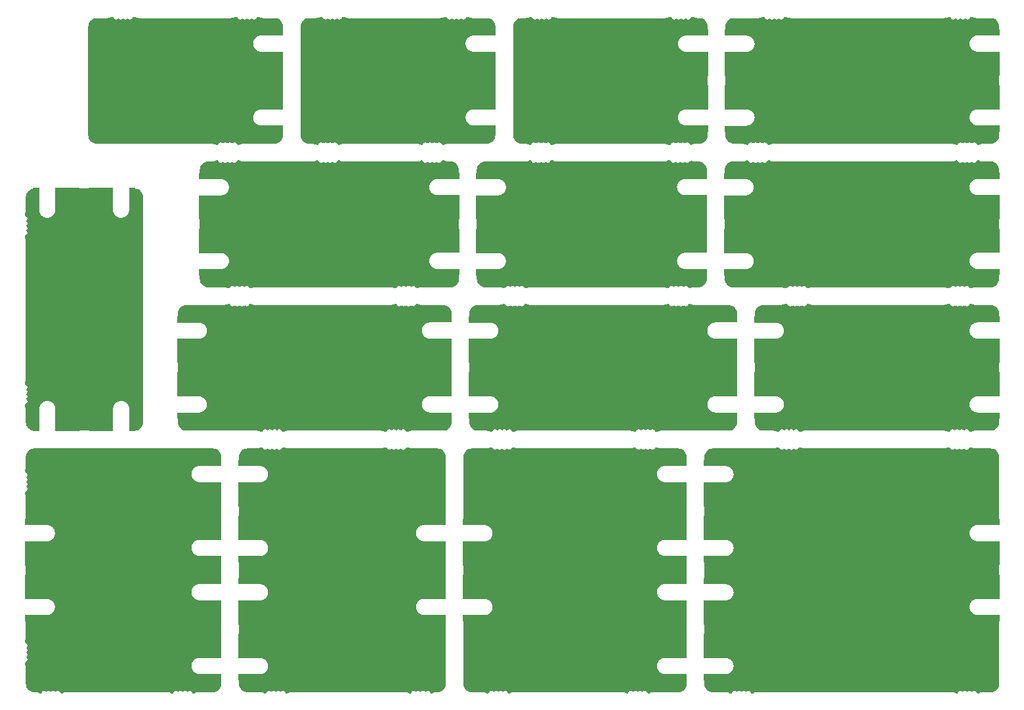
<source format=gbl>
G04 #@! TF.GenerationSoftware,KiCad,Pcbnew,(5.1.4)-1*
G04 #@! TF.CreationDate,2019-09-29T18:57:04-06:00*
G04 #@! TF.ProjectId,front_end,66726f6e-745f-4656-9e64-2e6b69636164,A*
G04 #@! TF.SameCoordinates,Original*
G04 #@! TF.FileFunction,Copper,L2,Bot*
G04 #@! TF.FilePolarity,Positive*
%FSLAX46Y46*%
G04 Gerber Fmt 4.6, Leading zero omitted, Abs format (unit mm)*
G04 Created by KiCad (PCBNEW (5.1.4)-1) date 2019-09-29 18:57:04*
%MOMM*%
%LPD*%
G04 APERTURE LIST*
%ADD10C,0.533400*%
%ADD11C,0.100000*%
%ADD12C,0.431800*%
%ADD13C,1.890000*%
%ADD14C,0.700000*%
%ADD15C,0.254000*%
G04 APERTURE END LIST*
D10*
X178466100Y-130637000D03*
D11*
G36*
X179492200Y-134878400D02*
G01*
X178692200Y-134878400D01*
X178692200Y-132059400D01*
X178692154Y-132047760D01*
X178691842Y-132030310D01*
X178691237Y-132012867D01*
X178690340Y-131995437D01*
X178689151Y-131978025D01*
X178687670Y-131960635D01*
X178685898Y-131943272D01*
X178683836Y-131925941D01*
X178681483Y-131908647D01*
X178678841Y-131891395D01*
X178675910Y-131874190D01*
X178672691Y-131857036D01*
X178669185Y-131839939D01*
X178665394Y-131822903D01*
X178661317Y-131805932D01*
X178656956Y-131789033D01*
X178652313Y-131772209D01*
X178647389Y-131755465D01*
X178642185Y-131738805D01*
X178636702Y-131722236D01*
X178630942Y-131705760D01*
X178624908Y-131689384D01*
X178618599Y-131673111D01*
X178612019Y-131656946D01*
X178605169Y-131640893D01*
X178598051Y-131624958D01*
X178590666Y-131609144D01*
X178583018Y-131593455D01*
X178575108Y-131577898D01*
X178566939Y-131562475D01*
X178558512Y-131547191D01*
X178549830Y-131532050D01*
X178540896Y-131517057D01*
X178531711Y-131502216D01*
X178522280Y-131487531D01*
X178512603Y-131473006D01*
X178502685Y-131458645D01*
X178492527Y-131444453D01*
X178482133Y-131430432D01*
X178471505Y-131416588D01*
X178460647Y-131402924D01*
X178449562Y-131389443D01*
X178438252Y-131376151D01*
X178426721Y-131363049D01*
X178414972Y-131350143D01*
X178403008Y-131337435D01*
X178390833Y-131324930D01*
X178378450Y-131312630D01*
X178365863Y-131300540D01*
X178353076Y-131288662D01*
X178340090Y-131277001D01*
X178326912Y-131265558D01*
X178313543Y-131254338D01*
X178299988Y-131243344D01*
X178286251Y-131232578D01*
X178272336Y-131222044D01*
X178258245Y-131211744D01*
X178243985Y-131201682D01*
X178229557Y-131191861D01*
X178214967Y-131182282D01*
X178200219Y-131172950D01*
X178185316Y-131163866D01*
X178170264Y-131155033D01*
X178155065Y-131146453D01*
X178139725Y-131138129D01*
X178124247Y-131130064D01*
X178108636Y-131122259D01*
X178092897Y-131114717D01*
X178077034Y-131107439D01*
X178061050Y-131100428D01*
X178044952Y-131093687D01*
X178028743Y-131087215D01*
X178012428Y-131081017D01*
X177996011Y-131075092D01*
X177979497Y-131069444D01*
X177962891Y-131064073D01*
X177946197Y-131058981D01*
X177929420Y-131054170D01*
X177912565Y-131049640D01*
X177895637Y-131045394D01*
X177878639Y-131041431D01*
X177861578Y-131037754D01*
X177844457Y-131034364D01*
X177827282Y-131031261D01*
X177810058Y-131028446D01*
X177792788Y-131025920D01*
X177775479Y-131023684D01*
X177758135Y-131021738D01*
X177740760Y-131020083D01*
X177723361Y-131018720D01*
X177705941Y-131017648D01*
X177688505Y-131016869D01*
X177671059Y-131016381D01*
X177653607Y-131016186D01*
X177636154Y-131016284D01*
X177618705Y-131016674D01*
X177601265Y-131017356D01*
X177583839Y-131018331D01*
X177566432Y-131019597D01*
X177549049Y-131021155D01*
X177531694Y-131023004D01*
X177514373Y-131025143D01*
X177497089Y-131027573D01*
X177479849Y-131030291D01*
X177462657Y-131033298D01*
X177445518Y-131036593D01*
X177428436Y-131040175D01*
X177411417Y-131044042D01*
X177394465Y-131048194D01*
X177377585Y-131052630D01*
X177360782Y-131057347D01*
X177344060Y-131062346D01*
X177327424Y-131067624D01*
X177310879Y-131073180D01*
X177294429Y-131079013D01*
X177278080Y-131085120D01*
X177261835Y-131091501D01*
X177245699Y-131098153D01*
X177229677Y-131105074D01*
X177213773Y-131112263D01*
X177197992Y-131119718D01*
X177182338Y-131127435D01*
X177166816Y-131135414D01*
X177151429Y-131143652D01*
X177136183Y-131152147D01*
X177121081Y-131160896D01*
X177106128Y-131169897D01*
X177091327Y-131179147D01*
X177076684Y-131188643D01*
X177062202Y-131198384D01*
X177047886Y-131208366D01*
X177033738Y-131218587D01*
X177019764Y-131229043D01*
X177005967Y-131239732D01*
X176992351Y-131250651D01*
X176978920Y-131261796D01*
X176965678Y-131273165D01*
X176952628Y-131284754D01*
X176939774Y-131296560D01*
X176927119Y-131308580D01*
X176914668Y-131320810D01*
X176902424Y-131333247D01*
X176890389Y-131345888D01*
X176878569Y-131358729D01*
X176866965Y-131371765D01*
X176855581Y-131384995D01*
X176844420Y-131398413D01*
X176833486Y-131412016D01*
X176822781Y-131425801D01*
X176812309Y-131439763D01*
X176802072Y-131453899D01*
X176792074Y-131468204D01*
X176782316Y-131482675D01*
X176772803Y-131497307D01*
X176763536Y-131512097D01*
X176754518Y-131527040D01*
X176745752Y-131542132D01*
X176737240Y-131557368D01*
X176728984Y-131572746D01*
X176720987Y-131588259D01*
X176713252Y-131603904D01*
X176705779Y-131619677D01*
X176698572Y-131635572D01*
X176691633Y-131651586D01*
X176684962Y-131667714D01*
X176678563Y-131683952D01*
X176672437Y-131700295D01*
X176666586Y-131716738D01*
X176661011Y-131733276D01*
X176655714Y-131749906D01*
X176650696Y-131766622D01*
X176645959Y-131783420D01*
X176641504Y-131800295D01*
X176637333Y-131817243D01*
X176633446Y-131834257D01*
X176629845Y-131851335D01*
X176626530Y-131868470D01*
X176623503Y-131885659D01*
X176620765Y-131902896D01*
X176618316Y-131920176D01*
X176616157Y-131937495D01*
X176614288Y-131954848D01*
X176612710Y-131972230D01*
X176611424Y-131989635D01*
X176610430Y-132007060D01*
X176609727Y-132024499D01*
X176609317Y-132041947D01*
X176609200Y-132059400D01*
X176609200Y-134878400D01*
X173495200Y-134878400D01*
X173574200Y-133862400D01*
X174221200Y-133837400D01*
X174239200Y-133837400D01*
X174256200Y-133836400D01*
X174274200Y-133836400D01*
X174291200Y-133835400D01*
X174309200Y-133834400D01*
X174343200Y-133832400D01*
X174361200Y-133831400D01*
X174395200Y-133827400D01*
X174413200Y-133825400D01*
X174447200Y-133821400D01*
X174465200Y-133818400D01*
X174533200Y-133806400D01*
X174550200Y-133802400D01*
X174568200Y-133798400D01*
X174585200Y-133795400D01*
X174602200Y-133791400D01*
X174618200Y-133786400D01*
X174635200Y-133782400D01*
X174686200Y-133767400D01*
X174702200Y-133762400D01*
X174719200Y-133757400D01*
X174735200Y-133751400D01*
X174752200Y-133745400D01*
X174768200Y-133739400D01*
X174785200Y-133733400D01*
X174817200Y-133721400D01*
X174897200Y-133686400D01*
X174929200Y-133670400D01*
X174944200Y-133663400D01*
X174960200Y-133655400D01*
X174975200Y-133646400D01*
X174990200Y-133638400D01*
X175006200Y-133629400D01*
X175021200Y-133621400D01*
X175051200Y-133603400D01*
X175065200Y-133594400D01*
X175080200Y-133584400D01*
X175095200Y-133575400D01*
X175109200Y-133565400D01*
X175124200Y-133555400D01*
X175166200Y-133525400D01*
X175180200Y-133514400D01*
X175194200Y-133504400D01*
X175208200Y-133493400D01*
X175221200Y-133482400D01*
X175235200Y-133471400D01*
X175248200Y-133460400D01*
X175262200Y-133448400D01*
X175275200Y-133437400D01*
X175301200Y-133413400D01*
X175313200Y-133401400D01*
X175326200Y-133389400D01*
X175338200Y-133377400D01*
X175351200Y-133365400D01*
X175363200Y-133352400D01*
X175375200Y-133340400D01*
X175399200Y-133314400D01*
X175410200Y-133301400D01*
X175422200Y-133288400D01*
X175433200Y-133275400D01*
X175444200Y-133261400D01*
X175455200Y-133248400D01*
X175477200Y-133220400D01*
X175488200Y-133207400D01*
X175498200Y-133193400D01*
X175508200Y-133178400D01*
X175519200Y-133164400D01*
X175529200Y-133150400D01*
X175538200Y-133136400D01*
X175548200Y-133121400D01*
X175557200Y-133106400D01*
X175567200Y-133092400D01*
X175603200Y-133032400D01*
X175611200Y-133016400D01*
X175619200Y-133001400D01*
X175628200Y-132986400D01*
X175636200Y-132970400D01*
X175643200Y-132955400D01*
X175659200Y-132923400D01*
X175687200Y-132859400D01*
X175693200Y-132843400D01*
X175700200Y-132827400D01*
X175706200Y-132811400D01*
X175712200Y-132794400D01*
X175718200Y-132778400D01*
X175724200Y-132761400D01*
X175729200Y-132745400D01*
X175735200Y-132728400D01*
X175740200Y-132712400D01*
X175750200Y-132678400D01*
X175754200Y-132661400D01*
X175759200Y-132644400D01*
X175775200Y-132576400D01*
X175778200Y-132559400D01*
X175782200Y-132542400D01*
X175788200Y-132508400D01*
X175790200Y-132490400D01*
X175793200Y-132473400D01*
X175797200Y-132439400D01*
X175799200Y-132421400D01*
X175803200Y-132387400D01*
X175804200Y-132369400D01*
X175805200Y-132352400D01*
X175806200Y-132334400D01*
X175807200Y-132317400D01*
X175808200Y-132299400D01*
X175808200Y-132282400D01*
X175809200Y-132265400D01*
X175809200Y-129653400D01*
X179492200Y-129653400D01*
X179492200Y-134878400D01*
X179492200Y-134878400D01*
G37*
D10*
X167290100Y-130637000D03*
D11*
G36*
X169967200Y-132265400D02*
G01*
X169968200Y-132282400D01*
X169968200Y-132299400D01*
X169969200Y-132317400D01*
X169970200Y-132334400D01*
X169971200Y-132352400D01*
X169972200Y-132369400D01*
X169973200Y-132387400D01*
X169977200Y-132421400D01*
X169979200Y-132439400D01*
X169983200Y-132473400D01*
X169986200Y-132490400D01*
X169988200Y-132508400D01*
X169994200Y-132542400D01*
X169998200Y-132559400D01*
X170001200Y-132576400D01*
X170017200Y-132644400D01*
X170022200Y-132661400D01*
X170026200Y-132678400D01*
X170036200Y-132712400D01*
X170041200Y-132728400D01*
X170047200Y-132745400D01*
X170052200Y-132761400D01*
X170058200Y-132778400D01*
X170064200Y-132794400D01*
X170070200Y-132811400D01*
X170076200Y-132827400D01*
X170083200Y-132843400D01*
X170089200Y-132859400D01*
X170117200Y-132923400D01*
X170133200Y-132955400D01*
X170140200Y-132970400D01*
X170148200Y-132986400D01*
X170157200Y-133001400D01*
X170165200Y-133016400D01*
X170173200Y-133032400D01*
X170209200Y-133092400D01*
X170219200Y-133106400D01*
X170228200Y-133121400D01*
X170238200Y-133136400D01*
X170247200Y-133150400D01*
X170257200Y-133164400D01*
X170268200Y-133178400D01*
X170278200Y-133193400D01*
X170288200Y-133207400D01*
X170299200Y-133220400D01*
X170321200Y-133248400D01*
X170332200Y-133261400D01*
X170343200Y-133275400D01*
X170354200Y-133288400D01*
X170366200Y-133301400D01*
X170377200Y-133314400D01*
X170401200Y-133340400D01*
X170413200Y-133352400D01*
X170425200Y-133365400D01*
X170438200Y-133377400D01*
X170450200Y-133389400D01*
X170463200Y-133401400D01*
X170475200Y-133413400D01*
X170501200Y-133437400D01*
X170514200Y-133448400D01*
X170528200Y-133460400D01*
X170541200Y-133471400D01*
X170555200Y-133482400D01*
X170568200Y-133493400D01*
X170582200Y-133504400D01*
X170596200Y-133514400D01*
X170610200Y-133525400D01*
X170652200Y-133555400D01*
X170667200Y-133565400D01*
X170681200Y-133575400D01*
X170696200Y-133584400D01*
X170711200Y-133594400D01*
X170725200Y-133603400D01*
X170755200Y-133621400D01*
X170770200Y-133629400D01*
X170786200Y-133638400D01*
X170801200Y-133646400D01*
X170816200Y-133655400D01*
X170832200Y-133663400D01*
X170847200Y-133670400D01*
X170879200Y-133686400D01*
X170959200Y-133721400D01*
X170991200Y-133733400D01*
X171008200Y-133739400D01*
X171024200Y-133745400D01*
X171041200Y-133751400D01*
X171057200Y-133757400D01*
X171074200Y-133762400D01*
X171090200Y-133767400D01*
X171141200Y-133782400D01*
X171158200Y-133786400D01*
X171174200Y-133791400D01*
X171191200Y-133795400D01*
X171208200Y-133798400D01*
X171226200Y-133802400D01*
X171243200Y-133806400D01*
X171311200Y-133818400D01*
X171329200Y-133821400D01*
X171363200Y-133825400D01*
X171381200Y-133827400D01*
X171415200Y-133831400D01*
X171433200Y-133832400D01*
X171467200Y-133834400D01*
X171485200Y-133835400D01*
X171502200Y-133836400D01*
X171520200Y-133836400D01*
X171537200Y-133837400D01*
X171555200Y-133837400D01*
X172202200Y-133862400D01*
X172281200Y-134878400D01*
X169167200Y-134878400D01*
X169167200Y-132059400D01*
X169167154Y-132047760D01*
X169166842Y-132030310D01*
X169166237Y-132012867D01*
X169165340Y-131995437D01*
X169164151Y-131978025D01*
X169162670Y-131960635D01*
X169160898Y-131943272D01*
X169158836Y-131925941D01*
X169156483Y-131908647D01*
X169153841Y-131891395D01*
X169150910Y-131874190D01*
X169147691Y-131857036D01*
X169144185Y-131839939D01*
X169140394Y-131822903D01*
X169136317Y-131805932D01*
X169131956Y-131789033D01*
X169127313Y-131772209D01*
X169122389Y-131755465D01*
X169117185Y-131738805D01*
X169111702Y-131722236D01*
X169105942Y-131705760D01*
X169099908Y-131689384D01*
X169093599Y-131673111D01*
X169087019Y-131656946D01*
X169080169Y-131640893D01*
X169073051Y-131624958D01*
X169065666Y-131609144D01*
X169058018Y-131593455D01*
X169050108Y-131577898D01*
X169041939Y-131562475D01*
X169033512Y-131547191D01*
X169024830Y-131532050D01*
X169015896Y-131517057D01*
X169006711Y-131502216D01*
X168997280Y-131487531D01*
X168987603Y-131473006D01*
X168977685Y-131458645D01*
X168967527Y-131444453D01*
X168957133Y-131430432D01*
X168946505Y-131416588D01*
X168935647Y-131402924D01*
X168924562Y-131389443D01*
X168913252Y-131376151D01*
X168901721Y-131363049D01*
X168889972Y-131350143D01*
X168878008Y-131337435D01*
X168865833Y-131324930D01*
X168853450Y-131312630D01*
X168840863Y-131300540D01*
X168828076Y-131288662D01*
X168815090Y-131277001D01*
X168801912Y-131265558D01*
X168788543Y-131254338D01*
X168774988Y-131243344D01*
X168761251Y-131232578D01*
X168747336Y-131222044D01*
X168733245Y-131211744D01*
X168718985Y-131201682D01*
X168704557Y-131191861D01*
X168689967Y-131182282D01*
X168675219Y-131172950D01*
X168660316Y-131163866D01*
X168645264Y-131155033D01*
X168630065Y-131146453D01*
X168614725Y-131138129D01*
X168599247Y-131130064D01*
X168583636Y-131122259D01*
X168567897Y-131114717D01*
X168552034Y-131107439D01*
X168536050Y-131100428D01*
X168519952Y-131093687D01*
X168503743Y-131087215D01*
X168487428Y-131081017D01*
X168471011Y-131075092D01*
X168454497Y-131069444D01*
X168437891Y-131064073D01*
X168421197Y-131058981D01*
X168404420Y-131054170D01*
X168387565Y-131049640D01*
X168370637Y-131045394D01*
X168353639Y-131041431D01*
X168336578Y-131037754D01*
X168319457Y-131034364D01*
X168302282Y-131031261D01*
X168285058Y-131028446D01*
X168267788Y-131025920D01*
X168250479Y-131023684D01*
X168233135Y-131021738D01*
X168215760Y-131020083D01*
X168198361Y-131018720D01*
X168180941Y-131017648D01*
X168163505Y-131016869D01*
X168146059Y-131016381D01*
X168128607Y-131016186D01*
X168111154Y-131016284D01*
X168093705Y-131016674D01*
X168076265Y-131017356D01*
X168058839Y-131018331D01*
X168041432Y-131019597D01*
X168024049Y-131021155D01*
X168006694Y-131023004D01*
X167989373Y-131025143D01*
X167972089Y-131027573D01*
X167954849Y-131030291D01*
X167937657Y-131033298D01*
X167920518Y-131036593D01*
X167903436Y-131040175D01*
X167886417Y-131044042D01*
X167869465Y-131048194D01*
X167852585Y-131052630D01*
X167835782Y-131057347D01*
X167819060Y-131062346D01*
X167802424Y-131067624D01*
X167785879Y-131073180D01*
X167769429Y-131079013D01*
X167753080Y-131085120D01*
X167736835Y-131091501D01*
X167720699Y-131098153D01*
X167704677Y-131105074D01*
X167688773Y-131112263D01*
X167672992Y-131119718D01*
X167657338Y-131127435D01*
X167641816Y-131135414D01*
X167626429Y-131143652D01*
X167611183Y-131152147D01*
X167596081Y-131160896D01*
X167581128Y-131169897D01*
X167566327Y-131179147D01*
X167551684Y-131188643D01*
X167537202Y-131198384D01*
X167522886Y-131208366D01*
X167508738Y-131218587D01*
X167494764Y-131229043D01*
X167480967Y-131239732D01*
X167467351Y-131250651D01*
X167453920Y-131261796D01*
X167440678Y-131273165D01*
X167427628Y-131284754D01*
X167414774Y-131296560D01*
X167402119Y-131308580D01*
X167389668Y-131320810D01*
X167377424Y-131333247D01*
X167365389Y-131345888D01*
X167353569Y-131358729D01*
X167341965Y-131371765D01*
X167330581Y-131384995D01*
X167319420Y-131398413D01*
X167308486Y-131412016D01*
X167297781Y-131425801D01*
X167287309Y-131439763D01*
X167277072Y-131453899D01*
X167267074Y-131468204D01*
X167257316Y-131482675D01*
X167247803Y-131497307D01*
X167238536Y-131512097D01*
X167229518Y-131527040D01*
X167220752Y-131542132D01*
X167212240Y-131557368D01*
X167203984Y-131572746D01*
X167195987Y-131588259D01*
X167188252Y-131603904D01*
X167180779Y-131619677D01*
X167173572Y-131635572D01*
X167166633Y-131651586D01*
X167159962Y-131667714D01*
X167153563Y-131683952D01*
X167147437Y-131700295D01*
X167141586Y-131716738D01*
X167136011Y-131733276D01*
X167130714Y-131749906D01*
X167125696Y-131766622D01*
X167120959Y-131783420D01*
X167116504Y-131800295D01*
X167112333Y-131817243D01*
X167108446Y-131834257D01*
X167104845Y-131851335D01*
X167101530Y-131868470D01*
X167098503Y-131885659D01*
X167095765Y-131902896D01*
X167093316Y-131920176D01*
X167091157Y-131937495D01*
X167089288Y-131954848D01*
X167087710Y-131972230D01*
X167086424Y-131989635D01*
X167085430Y-132007060D01*
X167084727Y-132024499D01*
X167084317Y-132041947D01*
X167084200Y-132059400D01*
X167084200Y-134878400D01*
X166284200Y-134878400D01*
X166284200Y-129653400D01*
X169967200Y-129653400D01*
X169967200Y-132265400D01*
X169967200Y-132265400D01*
G37*
D12*
X166663990Y-134447000D03*
X166663990Y-133812000D03*
X166663990Y-132542000D03*
X166663990Y-133177000D03*
X166663990Y-131907000D03*
X166663990Y-131272000D03*
X166663990Y-130637000D03*
X179092210Y-134447000D03*
X179092210Y-133812000D03*
X179092210Y-133177000D03*
X179092210Y-132542000D03*
X179092210Y-131907000D03*
X179092210Y-131272000D03*
X179092210Y-130637000D03*
X176188990Y-130637000D03*
X176188990Y-131272000D03*
X176188990Y-131907000D03*
X176188990Y-132542000D03*
X176002300Y-133202400D03*
X175621300Y-133812000D03*
X174300500Y-134378420D03*
X175062500Y-134226020D03*
X171455700Y-134378420D03*
X170134900Y-133812000D03*
X169567210Y-131272000D03*
X169567210Y-131907000D03*
X169567210Y-132542000D03*
X170693700Y-134226020D03*
X169753900Y-133202400D03*
X169567210Y-130637000D03*
X178313700Y-130027400D03*
X176408700Y-130027400D03*
X177678700Y-130027400D03*
X177043700Y-130027400D03*
X178948700Y-130027400D03*
X168788700Y-130027400D03*
X166883700Y-130027400D03*
X168153700Y-130027400D03*
X167518700Y-130027400D03*
X169423700Y-130027400D03*
D10*
X226687140Y-132288000D03*
D11*
G36*
X222445740Y-133314100D02*
G01*
X222445740Y-132514100D01*
X225264740Y-132514100D01*
X225276380Y-132514054D01*
X225293830Y-132513742D01*
X225311273Y-132513137D01*
X225328703Y-132512240D01*
X225346115Y-132511051D01*
X225363505Y-132509570D01*
X225380868Y-132507798D01*
X225398199Y-132505736D01*
X225415493Y-132503383D01*
X225432745Y-132500741D01*
X225449950Y-132497810D01*
X225467104Y-132494591D01*
X225484201Y-132491085D01*
X225501237Y-132487294D01*
X225518208Y-132483217D01*
X225535107Y-132478856D01*
X225551931Y-132474213D01*
X225568675Y-132469289D01*
X225585335Y-132464085D01*
X225601904Y-132458602D01*
X225618380Y-132452842D01*
X225634756Y-132446808D01*
X225651029Y-132440499D01*
X225667194Y-132433919D01*
X225683247Y-132427069D01*
X225699182Y-132419951D01*
X225714996Y-132412566D01*
X225730685Y-132404918D01*
X225746242Y-132397008D01*
X225761665Y-132388839D01*
X225776949Y-132380412D01*
X225792090Y-132371730D01*
X225807083Y-132362796D01*
X225821924Y-132353611D01*
X225836609Y-132344180D01*
X225851134Y-132334503D01*
X225865495Y-132324585D01*
X225879687Y-132314427D01*
X225893708Y-132304033D01*
X225907552Y-132293405D01*
X225921216Y-132282547D01*
X225934697Y-132271462D01*
X225947989Y-132260152D01*
X225961091Y-132248621D01*
X225973997Y-132236872D01*
X225986705Y-132224908D01*
X225999210Y-132212733D01*
X226011510Y-132200350D01*
X226023600Y-132187763D01*
X226035478Y-132174976D01*
X226047139Y-132161990D01*
X226058582Y-132148812D01*
X226069802Y-132135443D01*
X226080796Y-132121888D01*
X226091562Y-132108151D01*
X226102096Y-132094236D01*
X226112396Y-132080145D01*
X226122458Y-132065885D01*
X226132279Y-132051457D01*
X226141858Y-132036867D01*
X226151190Y-132022119D01*
X226160274Y-132007216D01*
X226169107Y-131992164D01*
X226177687Y-131976965D01*
X226186011Y-131961625D01*
X226194076Y-131946147D01*
X226201881Y-131930536D01*
X226209423Y-131914797D01*
X226216701Y-131898934D01*
X226223712Y-131882950D01*
X226230453Y-131866852D01*
X226236925Y-131850643D01*
X226243123Y-131834328D01*
X226249048Y-131817911D01*
X226254696Y-131801397D01*
X226260067Y-131784791D01*
X226265159Y-131768097D01*
X226269970Y-131751320D01*
X226274500Y-131734465D01*
X226278746Y-131717537D01*
X226282709Y-131700539D01*
X226286386Y-131683478D01*
X226289776Y-131666357D01*
X226292879Y-131649182D01*
X226295694Y-131631958D01*
X226298220Y-131614688D01*
X226300456Y-131597379D01*
X226302402Y-131580035D01*
X226304057Y-131562660D01*
X226305420Y-131545261D01*
X226306492Y-131527841D01*
X226307271Y-131510405D01*
X226307759Y-131492959D01*
X226307954Y-131475507D01*
X226307856Y-131458054D01*
X226307466Y-131440605D01*
X226306784Y-131423165D01*
X226305809Y-131405739D01*
X226304543Y-131388332D01*
X226302985Y-131370949D01*
X226301136Y-131353594D01*
X226298997Y-131336273D01*
X226296567Y-131318989D01*
X226293849Y-131301749D01*
X226290842Y-131284557D01*
X226287547Y-131267418D01*
X226283965Y-131250336D01*
X226280098Y-131233317D01*
X226275946Y-131216365D01*
X226271510Y-131199485D01*
X226266793Y-131182682D01*
X226261794Y-131165960D01*
X226256516Y-131149324D01*
X226250960Y-131132779D01*
X226245127Y-131116329D01*
X226239020Y-131099980D01*
X226232639Y-131083735D01*
X226225987Y-131067599D01*
X226219066Y-131051577D01*
X226211877Y-131035673D01*
X226204422Y-131019892D01*
X226196705Y-131004238D01*
X226188726Y-130988716D01*
X226180488Y-130973329D01*
X226171993Y-130958083D01*
X226163244Y-130942981D01*
X226154243Y-130928028D01*
X226144993Y-130913227D01*
X226135497Y-130898584D01*
X226125756Y-130884102D01*
X226115774Y-130869786D01*
X226105553Y-130855638D01*
X226095097Y-130841664D01*
X226084408Y-130827867D01*
X226073489Y-130814251D01*
X226062344Y-130800820D01*
X226050975Y-130787578D01*
X226039386Y-130774528D01*
X226027580Y-130761674D01*
X226015560Y-130749019D01*
X226003330Y-130736568D01*
X225990893Y-130724324D01*
X225978252Y-130712289D01*
X225965411Y-130700469D01*
X225952375Y-130688865D01*
X225939145Y-130677481D01*
X225925727Y-130666320D01*
X225912124Y-130655386D01*
X225898339Y-130644681D01*
X225884377Y-130634209D01*
X225870241Y-130623972D01*
X225855936Y-130613974D01*
X225841465Y-130604216D01*
X225826833Y-130594703D01*
X225812043Y-130585436D01*
X225797100Y-130576418D01*
X225782008Y-130567652D01*
X225766772Y-130559140D01*
X225751394Y-130550884D01*
X225735881Y-130542887D01*
X225720236Y-130535152D01*
X225704463Y-130527679D01*
X225688568Y-130520472D01*
X225672554Y-130513533D01*
X225656426Y-130506862D01*
X225640188Y-130500463D01*
X225623845Y-130494337D01*
X225607402Y-130488486D01*
X225590864Y-130482911D01*
X225574234Y-130477614D01*
X225557518Y-130472596D01*
X225540720Y-130467859D01*
X225523845Y-130463404D01*
X225506897Y-130459233D01*
X225489883Y-130455346D01*
X225472805Y-130451745D01*
X225455670Y-130448430D01*
X225438481Y-130445403D01*
X225421244Y-130442665D01*
X225403964Y-130440216D01*
X225386645Y-130438057D01*
X225369292Y-130436188D01*
X225351910Y-130434610D01*
X225334505Y-130433324D01*
X225317080Y-130432330D01*
X225299641Y-130431627D01*
X225282193Y-130431217D01*
X225264740Y-130431100D01*
X222445740Y-130431100D01*
X222445740Y-127317100D01*
X223461740Y-127396100D01*
X223486740Y-128043100D01*
X223486740Y-128061100D01*
X223487740Y-128078100D01*
X223487740Y-128096100D01*
X223488740Y-128113100D01*
X223489740Y-128131100D01*
X223491740Y-128165100D01*
X223492740Y-128183100D01*
X223496740Y-128217100D01*
X223498740Y-128235100D01*
X223502740Y-128269100D01*
X223505740Y-128287100D01*
X223517740Y-128355100D01*
X223521740Y-128372100D01*
X223525740Y-128390100D01*
X223528740Y-128407100D01*
X223532740Y-128424100D01*
X223537740Y-128440100D01*
X223541740Y-128457100D01*
X223556740Y-128508100D01*
X223561740Y-128524100D01*
X223566740Y-128541100D01*
X223572740Y-128557100D01*
X223578740Y-128574100D01*
X223584740Y-128590100D01*
X223590740Y-128607100D01*
X223602740Y-128639100D01*
X223637740Y-128719100D01*
X223653740Y-128751100D01*
X223660740Y-128766100D01*
X223668740Y-128782100D01*
X223677740Y-128797100D01*
X223685740Y-128812100D01*
X223694740Y-128828100D01*
X223702740Y-128843100D01*
X223720740Y-128873100D01*
X223729740Y-128887100D01*
X223739740Y-128902100D01*
X223748740Y-128917100D01*
X223758740Y-128931100D01*
X223768740Y-128946100D01*
X223798740Y-128988100D01*
X223809740Y-129002100D01*
X223819740Y-129016100D01*
X223830740Y-129030100D01*
X223841740Y-129043100D01*
X223852740Y-129057100D01*
X223863740Y-129070100D01*
X223875740Y-129084100D01*
X223886740Y-129097100D01*
X223910740Y-129123100D01*
X223922740Y-129135100D01*
X223934740Y-129148100D01*
X223946740Y-129160100D01*
X223958740Y-129173100D01*
X223971740Y-129185100D01*
X223983740Y-129197100D01*
X224009740Y-129221100D01*
X224022740Y-129232100D01*
X224035740Y-129244100D01*
X224048740Y-129255100D01*
X224062740Y-129266100D01*
X224075740Y-129277100D01*
X224103740Y-129299100D01*
X224116740Y-129310100D01*
X224130740Y-129320100D01*
X224145740Y-129330100D01*
X224159740Y-129341100D01*
X224173740Y-129351100D01*
X224187740Y-129360100D01*
X224202740Y-129370100D01*
X224217740Y-129379100D01*
X224231740Y-129389100D01*
X224291740Y-129425100D01*
X224307740Y-129433100D01*
X224322740Y-129441100D01*
X224337740Y-129450100D01*
X224353740Y-129458100D01*
X224368740Y-129465100D01*
X224400740Y-129481100D01*
X224464740Y-129509100D01*
X224480740Y-129515100D01*
X224496740Y-129522100D01*
X224512740Y-129528100D01*
X224529740Y-129534100D01*
X224545740Y-129540100D01*
X224562740Y-129546100D01*
X224578740Y-129551100D01*
X224595740Y-129557100D01*
X224611740Y-129562100D01*
X224645740Y-129572100D01*
X224662740Y-129576100D01*
X224679740Y-129581100D01*
X224747740Y-129597100D01*
X224764740Y-129600100D01*
X224781740Y-129604100D01*
X224815740Y-129610100D01*
X224833740Y-129612100D01*
X224850740Y-129615100D01*
X224884740Y-129619100D01*
X224902740Y-129621100D01*
X224936740Y-129625100D01*
X224954740Y-129626100D01*
X224971740Y-129627100D01*
X224989740Y-129628100D01*
X225006740Y-129629100D01*
X225024740Y-129630100D01*
X225041740Y-129630100D01*
X225058740Y-129631100D01*
X227670740Y-129631100D01*
X227670740Y-133314100D01*
X222445740Y-133314100D01*
X222445740Y-133314100D01*
G37*
D10*
X226687140Y-121112000D03*
D11*
G36*
X225058740Y-123789100D02*
G01*
X225041740Y-123790100D01*
X225024740Y-123790100D01*
X225006740Y-123791100D01*
X224989740Y-123792100D01*
X224971740Y-123793100D01*
X224954740Y-123794100D01*
X224936740Y-123795100D01*
X224902740Y-123799100D01*
X224884740Y-123801100D01*
X224850740Y-123805100D01*
X224833740Y-123808100D01*
X224815740Y-123810100D01*
X224781740Y-123816100D01*
X224764740Y-123820100D01*
X224747740Y-123823100D01*
X224679740Y-123839100D01*
X224662740Y-123844100D01*
X224645740Y-123848100D01*
X224611740Y-123858100D01*
X224595740Y-123863100D01*
X224578740Y-123869100D01*
X224562740Y-123874100D01*
X224545740Y-123880100D01*
X224529740Y-123886100D01*
X224512740Y-123892100D01*
X224496740Y-123898100D01*
X224480740Y-123905100D01*
X224464740Y-123911100D01*
X224400740Y-123939100D01*
X224368740Y-123955100D01*
X224353740Y-123962100D01*
X224337740Y-123970100D01*
X224322740Y-123979100D01*
X224307740Y-123987100D01*
X224291740Y-123995100D01*
X224231740Y-124031100D01*
X224217740Y-124041100D01*
X224202740Y-124050100D01*
X224187740Y-124060100D01*
X224173740Y-124069100D01*
X224159740Y-124079100D01*
X224145740Y-124090100D01*
X224130740Y-124100100D01*
X224116740Y-124110100D01*
X224103740Y-124121100D01*
X224075740Y-124143100D01*
X224062740Y-124154100D01*
X224048740Y-124165100D01*
X224035740Y-124176100D01*
X224022740Y-124188100D01*
X224009740Y-124199100D01*
X223983740Y-124223100D01*
X223971740Y-124235100D01*
X223958740Y-124247100D01*
X223946740Y-124260100D01*
X223934740Y-124272100D01*
X223922740Y-124285100D01*
X223910740Y-124297100D01*
X223886740Y-124323100D01*
X223875740Y-124336100D01*
X223863740Y-124350100D01*
X223852740Y-124363100D01*
X223841740Y-124377100D01*
X223830740Y-124390100D01*
X223819740Y-124404100D01*
X223809740Y-124418100D01*
X223798740Y-124432100D01*
X223768740Y-124474100D01*
X223758740Y-124489100D01*
X223748740Y-124503100D01*
X223739740Y-124518100D01*
X223729740Y-124533100D01*
X223720740Y-124547100D01*
X223702740Y-124577100D01*
X223694740Y-124592100D01*
X223685740Y-124608100D01*
X223677740Y-124623100D01*
X223668740Y-124638100D01*
X223660740Y-124654100D01*
X223653740Y-124669100D01*
X223637740Y-124701100D01*
X223602740Y-124781100D01*
X223590740Y-124813100D01*
X223584740Y-124830100D01*
X223578740Y-124846100D01*
X223572740Y-124863100D01*
X223566740Y-124879100D01*
X223561740Y-124896100D01*
X223556740Y-124912100D01*
X223541740Y-124963100D01*
X223537740Y-124980100D01*
X223532740Y-124996100D01*
X223528740Y-125013100D01*
X223525740Y-125030100D01*
X223521740Y-125048100D01*
X223517740Y-125065100D01*
X223505740Y-125133100D01*
X223502740Y-125151100D01*
X223498740Y-125185100D01*
X223496740Y-125203100D01*
X223492740Y-125237100D01*
X223491740Y-125255100D01*
X223489740Y-125289100D01*
X223488740Y-125307100D01*
X223487740Y-125324100D01*
X223487740Y-125342100D01*
X223486740Y-125359100D01*
X223486740Y-125377100D01*
X223461740Y-126024100D01*
X222445740Y-126103100D01*
X222445740Y-122989100D01*
X225264740Y-122989100D01*
X225276380Y-122989054D01*
X225293830Y-122988742D01*
X225311273Y-122988137D01*
X225328703Y-122987240D01*
X225346115Y-122986051D01*
X225363505Y-122984570D01*
X225380868Y-122982798D01*
X225398199Y-122980736D01*
X225415493Y-122978383D01*
X225432745Y-122975741D01*
X225449950Y-122972810D01*
X225467104Y-122969591D01*
X225484201Y-122966085D01*
X225501237Y-122962294D01*
X225518208Y-122958217D01*
X225535107Y-122953856D01*
X225551931Y-122949213D01*
X225568675Y-122944289D01*
X225585335Y-122939085D01*
X225601904Y-122933602D01*
X225618380Y-122927842D01*
X225634756Y-122921808D01*
X225651029Y-122915499D01*
X225667194Y-122908919D01*
X225683247Y-122902069D01*
X225699182Y-122894951D01*
X225714996Y-122887566D01*
X225730685Y-122879918D01*
X225746242Y-122872008D01*
X225761665Y-122863839D01*
X225776949Y-122855412D01*
X225792090Y-122846730D01*
X225807083Y-122837796D01*
X225821924Y-122828611D01*
X225836609Y-122819180D01*
X225851134Y-122809503D01*
X225865495Y-122799585D01*
X225879687Y-122789427D01*
X225893708Y-122779033D01*
X225907552Y-122768405D01*
X225921216Y-122757547D01*
X225934697Y-122746462D01*
X225947989Y-122735152D01*
X225961091Y-122723621D01*
X225973997Y-122711872D01*
X225986705Y-122699908D01*
X225999210Y-122687733D01*
X226011510Y-122675350D01*
X226023600Y-122662763D01*
X226035478Y-122649976D01*
X226047139Y-122636990D01*
X226058582Y-122623812D01*
X226069802Y-122610443D01*
X226080796Y-122596888D01*
X226091562Y-122583151D01*
X226102096Y-122569236D01*
X226112396Y-122555145D01*
X226122458Y-122540885D01*
X226132279Y-122526457D01*
X226141858Y-122511867D01*
X226151190Y-122497119D01*
X226160274Y-122482216D01*
X226169107Y-122467164D01*
X226177687Y-122451965D01*
X226186011Y-122436625D01*
X226194076Y-122421147D01*
X226201881Y-122405536D01*
X226209423Y-122389797D01*
X226216701Y-122373934D01*
X226223712Y-122357950D01*
X226230453Y-122341852D01*
X226236925Y-122325643D01*
X226243123Y-122309328D01*
X226249048Y-122292911D01*
X226254696Y-122276397D01*
X226260067Y-122259791D01*
X226265159Y-122243097D01*
X226269970Y-122226320D01*
X226274500Y-122209465D01*
X226278746Y-122192537D01*
X226282709Y-122175539D01*
X226286386Y-122158478D01*
X226289776Y-122141357D01*
X226292879Y-122124182D01*
X226295694Y-122106958D01*
X226298220Y-122089688D01*
X226300456Y-122072379D01*
X226302402Y-122055035D01*
X226304057Y-122037660D01*
X226305420Y-122020261D01*
X226306492Y-122002841D01*
X226307271Y-121985405D01*
X226307759Y-121967959D01*
X226307954Y-121950507D01*
X226307856Y-121933054D01*
X226307466Y-121915605D01*
X226306784Y-121898165D01*
X226305809Y-121880739D01*
X226304543Y-121863332D01*
X226302985Y-121845949D01*
X226301136Y-121828594D01*
X226298997Y-121811273D01*
X226296567Y-121793989D01*
X226293849Y-121776749D01*
X226290842Y-121759557D01*
X226287547Y-121742418D01*
X226283965Y-121725336D01*
X226280098Y-121708317D01*
X226275946Y-121691365D01*
X226271510Y-121674485D01*
X226266793Y-121657682D01*
X226261794Y-121640960D01*
X226256516Y-121624324D01*
X226250960Y-121607779D01*
X226245127Y-121591329D01*
X226239020Y-121574980D01*
X226232639Y-121558735D01*
X226225987Y-121542599D01*
X226219066Y-121526577D01*
X226211877Y-121510673D01*
X226204422Y-121494892D01*
X226196705Y-121479238D01*
X226188726Y-121463716D01*
X226180488Y-121448329D01*
X226171993Y-121433083D01*
X226163244Y-121417981D01*
X226154243Y-121403028D01*
X226144993Y-121388227D01*
X226135497Y-121373584D01*
X226125756Y-121359102D01*
X226115774Y-121344786D01*
X226105553Y-121330638D01*
X226095097Y-121316664D01*
X226084408Y-121302867D01*
X226073489Y-121289251D01*
X226062344Y-121275820D01*
X226050975Y-121262578D01*
X226039386Y-121249528D01*
X226027580Y-121236674D01*
X226015560Y-121224019D01*
X226003330Y-121211568D01*
X225990893Y-121199324D01*
X225978252Y-121187289D01*
X225965411Y-121175469D01*
X225952375Y-121163865D01*
X225939145Y-121152481D01*
X225925727Y-121141320D01*
X225912124Y-121130386D01*
X225898339Y-121119681D01*
X225884377Y-121109209D01*
X225870241Y-121098972D01*
X225855936Y-121088974D01*
X225841465Y-121079216D01*
X225826833Y-121069703D01*
X225812043Y-121060436D01*
X225797100Y-121051418D01*
X225782008Y-121042652D01*
X225766772Y-121034140D01*
X225751394Y-121025884D01*
X225735881Y-121017887D01*
X225720236Y-121010152D01*
X225704463Y-121002679D01*
X225688568Y-120995472D01*
X225672554Y-120988533D01*
X225656426Y-120981862D01*
X225640188Y-120975463D01*
X225623845Y-120969337D01*
X225607402Y-120963486D01*
X225590864Y-120957911D01*
X225574234Y-120952614D01*
X225557518Y-120947596D01*
X225540720Y-120942859D01*
X225523845Y-120938404D01*
X225506897Y-120934233D01*
X225489883Y-120930346D01*
X225472805Y-120926745D01*
X225455670Y-120923430D01*
X225438481Y-120920403D01*
X225421244Y-120917665D01*
X225403964Y-120915216D01*
X225386645Y-120913057D01*
X225369292Y-120911188D01*
X225351910Y-120909610D01*
X225334505Y-120908324D01*
X225317080Y-120907330D01*
X225299641Y-120906627D01*
X225282193Y-120906217D01*
X225264740Y-120906100D01*
X222445740Y-120906100D01*
X222445740Y-120106100D01*
X227670740Y-120106100D01*
X227670740Y-123789100D01*
X225058740Y-123789100D01*
X225058740Y-123789100D01*
G37*
D12*
X222877140Y-120485890D03*
X223512140Y-120485890D03*
X224782140Y-120485890D03*
X224147140Y-120485890D03*
X225417140Y-120485890D03*
X226052140Y-120485890D03*
X226687140Y-120485890D03*
X222877140Y-132914110D03*
X223512140Y-132914110D03*
X224147140Y-132914110D03*
X224782140Y-132914110D03*
X225417140Y-132914110D03*
X226052140Y-132914110D03*
X226687140Y-132914110D03*
X226687140Y-130010890D03*
X226052140Y-130010890D03*
X225417140Y-130010890D03*
X224782140Y-130010890D03*
X224121740Y-129824200D03*
X223512140Y-129443200D03*
X222945720Y-128122400D03*
X223098120Y-128884400D03*
X222945720Y-125277600D03*
X223512140Y-123956800D03*
X226052140Y-123389110D03*
X225417140Y-123389110D03*
X224782140Y-123389110D03*
X223098120Y-124515600D03*
X224121740Y-123575800D03*
X226687140Y-123389110D03*
X227296740Y-132135600D03*
X227296740Y-130230600D03*
X227296740Y-131500600D03*
X227296740Y-130865600D03*
X227296740Y-132770600D03*
X227296740Y-122610600D03*
X227296740Y-120705600D03*
X227296740Y-121975600D03*
X227296740Y-121340600D03*
X227296740Y-123245600D03*
D10*
X246379600Y-154862000D03*
D11*
G36*
X250621000Y-153835900D02*
G01*
X250621000Y-154635900D01*
X247802000Y-154635900D01*
X247790360Y-154635946D01*
X247772910Y-154636258D01*
X247755467Y-154636863D01*
X247738037Y-154637760D01*
X247720625Y-154638949D01*
X247703235Y-154640430D01*
X247685872Y-154642202D01*
X247668541Y-154644264D01*
X247651247Y-154646617D01*
X247633995Y-154649259D01*
X247616790Y-154652190D01*
X247599636Y-154655409D01*
X247582539Y-154658915D01*
X247565503Y-154662706D01*
X247548532Y-154666783D01*
X247531633Y-154671144D01*
X247514809Y-154675787D01*
X247498065Y-154680711D01*
X247481405Y-154685915D01*
X247464836Y-154691398D01*
X247448360Y-154697158D01*
X247431984Y-154703192D01*
X247415711Y-154709501D01*
X247399546Y-154716081D01*
X247383493Y-154722931D01*
X247367558Y-154730049D01*
X247351744Y-154737434D01*
X247336055Y-154745082D01*
X247320498Y-154752992D01*
X247305075Y-154761161D01*
X247289791Y-154769588D01*
X247274650Y-154778270D01*
X247259657Y-154787204D01*
X247244816Y-154796389D01*
X247230131Y-154805820D01*
X247215606Y-154815497D01*
X247201245Y-154825415D01*
X247187053Y-154835573D01*
X247173032Y-154845967D01*
X247159188Y-154856595D01*
X247145524Y-154867453D01*
X247132043Y-154878538D01*
X247118751Y-154889848D01*
X247105649Y-154901379D01*
X247092743Y-154913128D01*
X247080035Y-154925092D01*
X247067530Y-154937267D01*
X247055230Y-154949650D01*
X247043140Y-154962237D01*
X247031262Y-154975024D01*
X247019601Y-154988010D01*
X247008158Y-155001188D01*
X246996938Y-155014557D01*
X246985944Y-155028112D01*
X246975178Y-155041849D01*
X246964644Y-155055764D01*
X246954344Y-155069855D01*
X246944282Y-155084115D01*
X246934461Y-155098543D01*
X246924882Y-155113133D01*
X246915550Y-155127881D01*
X246906466Y-155142784D01*
X246897633Y-155157836D01*
X246889053Y-155173035D01*
X246880729Y-155188375D01*
X246872664Y-155203853D01*
X246864859Y-155219464D01*
X246857317Y-155235203D01*
X246850039Y-155251066D01*
X246843028Y-155267050D01*
X246836287Y-155283148D01*
X246829815Y-155299357D01*
X246823617Y-155315672D01*
X246817692Y-155332089D01*
X246812044Y-155348603D01*
X246806673Y-155365209D01*
X246801581Y-155381903D01*
X246796770Y-155398680D01*
X246792240Y-155415535D01*
X246787994Y-155432463D01*
X246784031Y-155449461D01*
X246780354Y-155466522D01*
X246776964Y-155483643D01*
X246773861Y-155500818D01*
X246771046Y-155518042D01*
X246768520Y-155535312D01*
X246766284Y-155552621D01*
X246764338Y-155569965D01*
X246762683Y-155587340D01*
X246761320Y-155604739D01*
X246760248Y-155622159D01*
X246759469Y-155639595D01*
X246758981Y-155657041D01*
X246758786Y-155674493D01*
X246758884Y-155691946D01*
X246759274Y-155709395D01*
X246759956Y-155726835D01*
X246760931Y-155744261D01*
X246762197Y-155761668D01*
X246763755Y-155779051D01*
X246765604Y-155796406D01*
X246767743Y-155813727D01*
X246770173Y-155831011D01*
X246772891Y-155848251D01*
X246775898Y-155865443D01*
X246779193Y-155882582D01*
X246782775Y-155899664D01*
X246786642Y-155916683D01*
X246790794Y-155933635D01*
X246795230Y-155950515D01*
X246799947Y-155967318D01*
X246804946Y-155984040D01*
X246810224Y-156000676D01*
X246815780Y-156017221D01*
X246821613Y-156033671D01*
X246827720Y-156050020D01*
X246834101Y-156066265D01*
X246840753Y-156082401D01*
X246847674Y-156098423D01*
X246854863Y-156114327D01*
X246862318Y-156130108D01*
X246870035Y-156145762D01*
X246878014Y-156161284D01*
X246886252Y-156176671D01*
X246894747Y-156191917D01*
X246903496Y-156207019D01*
X246912497Y-156221972D01*
X246921747Y-156236773D01*
X246931243Y-156251416D01*
X246940984Y-156265898D01*
X246950966Y-156280214D01*
X246961187Y-156294362D01*
X246971643Y-156308336D01*
X246982332Y-156322133D01*
X246993251Y-156335749D01*
X247004396Y-156349180D01*
X247015765Y-156362422D01*
X247027354Y-156375472D01*
X247039160Y-156388326D01*
X247051180Y-156400981D01*
X247063410Y-156413432D01*
X247075847Y-156425676D01*
X247088488Y-156437711D01*
X247101329Y-156449531D01*
X247114365Y-156461135D01*
X247127595Y-156472519D01*
X247141013Y-156483680D01*
X247154616Y-156494614D01*
X247168401Y-156505319D01*
X247182363Y-156515791D01*
X247196499Y-156526028D01*
X247210804Y-156536026D01*
X247225275Y-156545784D01*
X247239907Y-156555297D01*
X247254697Y-156564564D01*
X247269640Y-156573582D01*
X247284732Y-156582348D01*
X247299968Y-156590860D01*
X247315346Y-156599116D01*
X247330859Y-156607113D01*
X247346504Y-156614848D01*
X247362277Y-156622321D01*
X247378172Y-156629528D01*
X247394186Y-156636467D01*
X247410314Y-156643138D01*
X247426552Y-156649537D01*
X247442895Y-156655663D01*
X247459338Y-156661514D01*
X247475876Y-156667089D01*
X247492506Y-156672386D01*
X247509222Y-156677404D01*
X247526020Y-156682141D01*
X247542895Y-156686596D01*
X247559843Y-156690767D01*
X247576857Y-156694654D01*
X247593935Y-156698255D01*
X247611070Y-156701570D01*
X247628259Y-156704597D01*
X247645496Y-156707335D01*
X247662776Y-156709784D01*
X247680095Y-156711943D01*
X247697448Y-156713812D01*
X247714830Y-156715390D01*
X247732235Y-156716676D01*
X247749660Y-156717670D01*
X247767099Y-156718373D01*
X247784547Y-156718783D01*
X247802000Y-156718900D01*
X250621000Y-156718900D01*
X250621000Y-159832900D01*
X249605000Y-159753900D01*
X249580000Y-159106900D01*
X249580000Y-159088900D01*
X249579000Y-159071900D01*
X249579000Y-159053900D01*
X249578000Y-159036900D01*
X249577000Y-159018900D01*
X249575000Y-158984900D01*
X249574000Y-158966900D01*
X249570000Y-158932900D01*
X249568000Y-158914900D01*
X249564000Y-158880900D01*
X249561000Y-158862900D01*
X249549000Y-158794900D01*
X249545000Y-158777900D01*
X249541000Y-158759900D01*
X249538000Y-158742900D01*
X249534000Y-158725900D01*
X249529000Y-158709900D01*
X249525000Y-158692900D01*
X249510000Y-158641900D01*
X249505000Y-158625900D01*
X249500000Y-158608900D01*
X249494000Y-158592900D01*
X249488000Y-158575900D01*
X249482000Y-158559900D01*
X249476000Y-158542900D01*
X249464000Y-158510900D01*
X249429000Y-158430900D01*
X249413000Y-158398900D01*
X249406000Y-158383900D01*
X249398000Y-158367900D01*
X249389000Y-158352900D01*
X249381000Y-158337900D01*
X249372000Y-158321900D01*
X249364000Y-158306900D01*
X249346000Y-158276900D01*
X249337000Y-158262900D01*
X249327000Y-158247900D01*
X249318000Y-158232900D01*
X249308000Y-158218900D01*
X249298000Y-158203900D01*
X249268000Y-158161900D01*
X249257000Y-158147900D01*
X249247000Y-158133900D01*
X249236000Y-158119900D01*
X249225000Y-158106900D01*
X249214000Y-158092900D01*
X249203000Y-158079900D01*
X249191000Y-158065900D01*
X249180000Y-158052900D01*
X249156000Y-158026900D01*
X249144000Y-158014900D01*
X249132000Y-158001900D01*
X249120000Y-157989900D01*
X249108000Y-157976900D01*
X249095000Y-157964900D01*
X249083000Y-157952900D01*
X249057000Y-157928900D01*
X249044000Y-157917900D01*
X249031000Y-157905900D01*
X249018000Y-157894900D01*
X249004000Y-157883900D01*
X248991000Y-157872900D01*
X248963000Y-157850900D01*
X248950000Y-157839900D01*
X248936000Y-157829900D01*
X248921000Y-157819900D01*
X248907000Y-157808900D01*
X248893000Y-157798900D01*
X248879000Y-157789900D01*
X248864000Y-157779900D01*
X248849000Y-157770900D01*
X248835000Y-157760900D01*
X248775000Y-157724900D01*
X248759000Y-157716900D01*
X248744000Y-157708900D01*
X248729000Y-157699900D01*
X248713000Y-157691900D01*
X248698000Y-157684900D01*
X248666000Y-157668900D01*
X248602000Y-157640900D01*
X248586000Y-157634900D01*
X248570000Y-157627900D01*
X248554000Y-157621900D01*
X248537000Y-157615900D01*
X248521000Y-157609900D01*
X248504000Y-157603900D01*
X248488000Y-157598900D01*
X248471000Y-157592900D01*
X248455000Y-157587900D01*
X248421000Y-157577900D01*
X248404000Y-157573900D01*
X248387000Y-157568900D01*
X248319000Y-157552900D01*
X248302000Y-157549900D01*
X248285000Y-157545900D01*
X248251000Y-157539900D01*
X248233000Y-157537900D01*
X248216000Y-157534900D01*
X248182000Y-157530900D01*
X248164000Y-157528900D01*
X248130000Y-157524900D01*
X248112000Y-157523900D01*
X248095000Y-157522900D01*
X248077000Y-157521900D01*
X248060000Y-157520900D01*
X248042000Y-157519900D01*
X248025000Y-157519900D01*
X248008000Y-157518900D01*
X245396000Y-157518900D01*
X245396000Y-153835900D01*
X250621000Y-153835900D01*
X250621000Y-153835900D01*
G37*
D10*
X246379600Y-166038000D03*
D11*
G36*
X248008000Y-163360900D02*
G01*
X248025000Y-163359900D01*
X248042000Y-163359900D01*
X248060000Y-163358900D01*
X248077000Y-163357900D01*
X248095000Y-163356900D01*
X248112000Y-163355900D01*
X248130000Y-163354900D01*
X248164000Y-163350900D01*
X248182000Y-163348900D01*
X248216000Y-163344900D01*
X248233000Y-163341900D01*
X248251000Y-163339900D01*
X248285000Y-163333900D01*
X248302000Y-163329900D01*
X248319000Y-163326900D01*
X248387000Y-163310900D01*
X248404000Y-163305900D01*
X248421000Y-163301900D01*
X248455000Y-163291900D01*
X248471000Y-163286900D01*
X248488000Y-163280900D01*
X248504000Y-163275900D01*
X248521000Y-163269900D01*
X248537000Y-163263900D01*
X248554000Y-163257900D01*
X248570000Y-163251900D01*
X248586000Y-163244900D01*
X248602000Y-163238900D01*
X248666000Y-163210900D01*
X248698000Y-163194900D01*
X248713000Y-163187900D01*
X248729000Y-163179900D01*
X248744000Y-163170900D01*
X248759000Y-163162900D01*
X248775000Y-163154900D01*
X248835000Y-163118900D01*
X248849000Y-163108900D01*
X248864000Y-163099900D01*
X248879000Y-163089900D01*
X248893000Y-163080900D01*
X248907000Y-163070900D01*
X248921000Y-163059900D01*
X248936000Y-163049900D01*
X248950000Y-163039900D01*
X248963000Y-163028900D01*
X248991000Y-163006900D01*
X249004000Y-162995900D01*
X249018000Y-162984900D01*
X249031000Y-162973900D01*
X249044000Y-162961900D01*
X249057000Y-162950900D01*
X249083000Y-162926900D01*
X249095000Y-162914900D01*
X249108000Y-162902900D01*
X249120000Y-162889900D01*
X249132000Y-162877900D01*
X249144000Y-162864900D01*
X249156000Y-162852900D01*
X249180000Y-162826900D01*
X249191000Y-162813900D01*
X249203000Y-162799900D01*
X249214000Y-162786900D01*
X249225000Y-162772900D01*
X249236000Y-162759900D01*
X249247000Y-162745900D01*
X249257000Y-162731900D01*
X249268000Y-162717900D01*
X249298000Y-162675900D01*
X249308000Y-162660900D01*
X249318000Y-162646900D01*
X249327000Y-162631900D01*
X249337000Y-162616900D01*
X249346000Y-162602900D01*
X249364000Y-162572900D01*
X249372000Y-162557900D01*
X249381000Y-162541900D01*
X249389000Y-162526900D01*
X249398000Y-162511900D01*
X249406000Y-162495900D01*
X249413000Y-162480900D01*
X249429000Y-162448900D01*
X249464000Y-162368900D01*
X249476000Y-162336900D01*
X249482000Y-162319900D01*
X249488000Y-162303900D01*
X249494000Y-162286900D01*
X249500000Y-162270900D01*
X249505000Y-162253900D01*
X249510000Y-162237900D01*
X249525000Y-162186900D01*
X249529000Y-162169900D01*
X249534000Y-162153900D01*
X249538000Y-162136900D01*
X249541000Y-162119900D01*
X249545000Y-162101900D01*
X249549000Y-162084900D01*
X249561000Y-162016900D01*
X249564000Y-161998900D01*
X249568000Y-161964900D01*
X249570000Y-161946900D01*
X249574000Y-161912900D01*
X249575000Y-161894900D01*
X249577000Y-161860900D01*
X249578000Y-161842900D01*
X249579000Y-161825900D01*
X249579000Y-161807900D01*
X249580000Y-161790900D01*
X249580000Y-161772900D01*
X249605000Y-161125900D01*
X250621000Y-161046900D01*
X250621000Y-164160900D01*
X247802000Y-164160900D01*
X247790360Y-164160946D01*
X247772910Y-164161258D01*
X247755467Y-164161863D01*
X247738037Y-164162760D01*
X247720625Y-164163949D01*
X247703235Y-164165430D01*
X247685872Y-164167202D01*
X247668541Y-164169264D01*
X247651247Y-164171617D01*
X247633995Y-164174259D01*
X247616790Y-164177190D01*
X247599636Y-164180409D01*
X247582539Y-164183915D01*
X247565503Y-164187706D01*
X247548532Y-164191783D01*
X247531633Y-164196144D01*
X247514809Y-164200787D01*
X247498065Y-164205711D01*
X247481405Y-164210915D01*
X247464836Y-164216398D01*
X247448360Y-164222158D01*
X247431984Y-164228192D01*
X247415711Y-164234501D01*
X247399546Y-164241081D01*
X247383493Y-164247931D01*
X247367558Y-164255049D01*
X247351744Y-164262434D01*
X247336055Y-164270082D01*
X247320498Y-164277992D01*
X247305075Y-164286161D01*
X247289791Y-164294588D01*
X247274650Y-164303270D01*
X247259657Y-164312204D01*
X247244816Y-164321389D01*
X247230131Y-164330820D01*
X247215606Y-164340497D01*
X247201245Y-164350415D01*
X247187053Y-164360573D01*
X247173032Y-164370967D01*
X247159188Y-164381595D01*
X247145524Y-164392453D01*
X247132043Y-164403538D01*
X247118751Y-164414848D01*
X247105649Y-164426379D01*
X247092743Y-164438128D01*
X247080035Y-164450092D01*
X247067530Y-164462267D01*
X247055230Y-164474650D01*
X247043140Y-164487237D01*
X247031262Y-164500024D01*
X247019601Y-164513010D01*
X247008158Y-164526188D01*
X246996938Y-164539557D01*
X246985944Y-164553112D01*
X246975178Y-164566849D01*
X246964644Y-164580764D01*
X246954344Y-164594855D01*
X246944282Y-164609115D01*
X246934461Y-164623543D01*
X246924882Y-164638133D01*
X246915550Y-164652881D01*
X246906466Y-164667784D01*
X246897633Y-164682836D01*
X246889053Y-164698035D01*
X246880729Y-164713375D01*
X246872664Y-164728853D01*
X246864859Y-164744464D01*
X246857317Y-164760203D01*
X246850039Y-164776066D01*
X246843028Y-164792050D01*
X246836287Y-164808148D01*
X246829815Y-164824357D01*
X246823617Y-164840672D01*
X246817692Y-164857089D01*
X246812044Y-164873603D01*
X246806673Y-164890209D01*
X246801581Y-164906903D01*
X246796770Y-164923680D01*
X246792240Y-164940535D01*
X246787994Y-164957463D01*
X246784031Y-164974461D01*
X246780354Y-164991522D01*
X246776964Y-165008643D01*
X246773861Y-165025818D01*
X246771046Y-165043042D01*
X246768520Y-165060312D01*
X246766284Y-165077621D01*
X246764338Y-165094965D01*
X246762683Y-165112340D01*
X246761320Y-165129739D01*
X246760248Y-165147159D01*
X246759469Y-165164595D01*
X246758981Y-165182041D01*
X246758786Y-165199493D01*
X246758884Y-165216946D01*
X246759274Y-165234395D01*
X246759956Y-165251835D01*
X246760931Y-165269261D01*
X246762197Y-165286668D01*
X246763755Y-165304051D01*
X246765604Y-165321406D01*
X246767743Y-165338727D01*
X246770173Y-165356011D01*
X246772891Y-165373251D01*
X246775898Y-165390443D01*
X246779193Y-165407582D01*
X246782775Y-165424664D01*
X246786642Y-165441683D01*
X246790794Y-165458635D01*
X246795230Y-165475515D01*
X246799947Y-165492318D01*
X246804946Y-165509040D01*
X246810224Y-165525676D01*
X246815780Y-165542221D01*
X246821613Y-165558671D01*
X246827720Y-165575020D01*
X246834101Y-165591265D01*
X246840753Y-165607401D01*
X246847674Y-165623423D01*
X246854863Y-165639327D01*
X246862318Y-165655108D01*
X246870035Y-165670762D01*
X246878014Y-165686284D01*
X246886252Y-165701671D01*
X246894747Y-165716917D01*
X246903496Y-165732019D01*
X246912497Y-165746972D01*
X246921747Y-165761773D01*
X246931243Y-165776416D01*
X246940984Y-165790898D01*
X246950966Y-165805214D01*
X246961187Y-165819362D01*
X246971643Y-165833336D01*
X246982332Y-165847133D01*
X246993251Y-165860749D01*
X247004396Y-165874180D01*
X247015765Y-165887422D01*
X247027354Y-165900472D01*
X247039160Y-165913326D01*
X247051180Y-165925981D01*
X247063410Y-165938432D01*
X247075847Y-165950676D01*
X247088488Y-165962711D01*
X247101329Y-165974531D01*
X247114365Y-165986135D01*
X247127595Y-165997519D01*
X247141013Y-166008680D01*
X247154616Y-166019614D01*
X247168401Y-166030319D01*
X247182363Y-166040791D01*
X247196499Y-166051028D01*
X247210804Y-166061026D01*
X247225275Y-166070784D01*
X247239907Y-166080297D01*
X247254697Y-166089564D01*
X247269640Y-166098582D01*
X247284732Y-166107348D01*
X247299968Y-166115860D01*
X247315346Y-166124116D01*
X247330859Y-166132113D01*
X247346504Y-166139848D01*
X247362277Y-166147321D01*
X247378172Y-166154528D01*
X247394186Y-166161467D01*
X247410314Y-166168138D01*
X247426552Y-166174537D01*
X247442895Y-166180663D01*
X247459338Y-166186514D01*
X247475876Y-166192089D01*
X247492506Y-166197386D01*
X247509222Y-166202404D01*
X247526020Y-166207141D01*
X247542895Y-166211596D01*
X247559843Y-166215767D01*
X247576857Y-166219654D01*
X247593935Y-166223255D01*
X247611070Y-166226570D01*
X247628259Y-166229597D01*
X247645496Y-166232335D01*
X247662776Y-166234784D01*
X247680095Y-166236943D01*
X247697448Y-166238812D01*
X247714830Y-166240390D01*
X247732235Y-166241676D01*
X247749660Y-166242670D01*
X247767099Y-166243373D01*
X247784547Y-166243783D01*
X247802000Y-166243900D01*
X250621000Y-166243900D01*
X250621000Y-167043900D01*
X245396000Y-167043900D01*
X245396000Y-163360900D01*
X248008000Y-163360900D01*
X248008000Y-163360900D01*
G37*
D12*
X250189600Y-166664110D03*
X249554600Y-166664110D03*
X248284600Y-166664110D03*
X248919600Y-166664110D03*
X247649600Y-166664110D03*
X247014600Y-166664110D03*
X246379600Y-166664110D03*
X250189600Y-154235890D03*
X249554600Y-154235890D03*
X248919600Y-154235890D03*
X248284600Y-154235890D03*
X247649600Y-154235890D03*
X247014600Y-154235890D03*
X246379600Y-154235890D03*
X246379600Y-157139110D03*
X247014600Y-157139110D03*
X247649600Y-157139110D03*
X248284600Y-157139110D03*
X248945000Y-157325800D03*
X249554600Y-157706800D03*
X250121020Y-159027600D03*
X249968620Y-158265600D03*
X250121020Y-161872400D03*
X249554600Y-163193200D03*
X247014600Y-163760890D03*
X247649600Y-163760890D03*
X248284600Y-163760890D03*
X249968620Y-162634400D03*
X248945000Y-163574200D03*
X246379600Y-163760890D03*
X245770000Y-155014400D03*
X245770000Y-156919400D03*
X245770000Y-155649400D03*
X245770000Y-156284400D03*
X245770000Y-154379400D03*
X245770000Y-164539400D03*
X245770000Y-166444400D03*
X245770000Y-165174400D03*
X245770000Y-165809400D03*
X245770000Y-163904400D03*
D10*
X246379600Y-139622000D03*
D11*
G36*
X250621000Y-138595900D02*
G01*
X250621000Y-139395900D01*
X247802000Y-139395900D01*
X247790360Y-139395946D01*
X247772910Y-139396258D01*
X247755467Y-139396863D01*
X247738037Y-139397760D01*
X247720625Y-139398949D01*
X247703235Y-139400430D01*
X247685872Y-139402202D01*
X247668541Y-139404264D01*
X247651247Y-139406617D01*
X247633995Y-139409259D01*
X247616790Y-139412190D01*
X247599636Y-139415409D01*
X247582539Y-139418915D01*
X247565503Y-139422706D01*
X247548532Y-139426783D01*
X247531633Y-139431144D01*
X247514809Y-139435787D01*
X247498065Y-139440711D01*
X247481405Y-139445915D01*
X247464836Y-139451398D01*
X247448360Y-139457158D01*
X247431984Y-139463192D01*
X247415711Y-139469501D01*
X247399546Y-139476081D01*
X247383493Y-139482931D01*
X247367558Y-139490049D01*
X247351744Y-139497434D01*
X247336055Y-139505082D01*
X247320498Y-139512992D01*
X247305075Y-139521161D01*
X247289791Y-139529588D01*
X247274650Y-139538270D01*
X247259657Y-139547204D01*
X247244816Y-139556389D01*
X247230131Y-139565820D01*
X247215606Y-139575497D01*
X247201245Y-139585415D01*
X247187053Y-139595573D01*
X247173032Y-139605967D01*
X247159188Y-139616595D01*
X247145524Y-139627453D01*
X247132043Y-139638538D01*
X247118751Y-139649848D01*
X247105649Y-139661379D01*
X247092743Y-139673128D01*
X247080035Y-139685092D01*
X247067530Y-139697267D01*
X247055230Y-139709650D01*
X247043140Y-139722237D01*
X247031262Y-139735024D01*
X247019601Y-139748010D01*
X247008158Y-139761188D01*
X246996938Y-139774557D01*
X246985944Y-139788112D01*
X246975178Y-139801849D01*
X246964644Y-139815764D01*
X246954344Y-139829855D01*
X246944282Y-139844115D01*
X246934461Y-139858543D01*
X246924882Y-139873133D01*
X246915550Y-139887881D01*
X246906466Y-139902784D01*
X246897633Y-139917836D01*
X246889053Y-139933035D01*
X246880729Y-139948375D01*
X246872664Y-139963853D01*
X246864859Y-139979464D01*
X246857317Y-139995203D01*
X246850039Y-140011066D01*
X246843028Y-140027050D01*
X246836287Y-140043148D01*
X246829815Y-140059357D01*
X246823617Y-140075672D01*
X246817692Y-140092089D01*
X246812044Y-140108603D01*
X246806673Y-140125209D01*
X246801581Y-140141903D01*
X246796770Y-140158680D01*
X246792240Y-140175535D01*
X246787994Y-140192463D01*
X246784031Y-140209461D01*
X246780354Y-140226522D01*
X246776964Y-140243643D01*
X246773861Y-140260818D01*
X246771046Y-140278042D01*
X246768520Y-140295312D01*
X246766284Y-140312621D01*
X246764338Y-140329965D01*
X246762683Y-140347340D01*
X246761320Y-140364739D01*
X246760248Y-140382159D01*
X246759469Y-140399595D01*
X246758981Y-140417041D01*
X246758786Y-140434493D01*
X246758884Y-140451946D01*
X246759274Y-140469395D01*
X246759956Y-140486835D01*
X246760931Y-140504261D01*
X246762197Y-140521668D01*
X246763755Y-140539051D01*
X246765604Y-140556406D01*
X246767743Y-140573727D01*
X246770173Y-140591011D01*
X246772891Y-140608251D01*
X246775898Y-140625443D01*
X246779193Y-140642582D01*
X246782775Y-140659664D01*
X246786642Y-140676683D01*
X246790794Y-140693635D01*
X246795230Y-140710515D01*
X246799947Y-140727318D01*
X246804946Y-140744040D01*
X246810224Y-140760676D01*
X246815780Y-140777221D01*
X246821613Y-140793671D01*
X246827720Y-140810020D01*
X246834101Y-140826265D01*
X246840753Y-140842401D01*
X246847674Y-140858423D01*
X246854863Y-140874327D01*
X246862318Y-140890108D01*
X246870035Y-140905762D01*
X246878014Y-140921284D01*
X246886252Y-140936671D01*
X246894747Y-140951917D01*
X246903496Y-140967019D01*
X246912497Y-140981972D01*
X246921747Y-140996773D01*
X246931243Y-141011416D01*
X246940984Y-141025898D01*
X246950966Y-141040214D01*
X246961187Y-141054362D01*
X246971643Y-141068336D01*
X246982332Y-141082133D01*
X246993251Y-141095749D01*
X247004396Y-141109180D01*
X247015765Y-141122422D01*
X247027354Y-141135472D01*
X247039160Y-141148326D01*
X247051180Y-141160981D01*
X247063410Y-141173432D01*
X247075847Y-141185676D01*
X247088488Y-141197711D01*
X247101329Y-141209531D01*
X247114365Y-141221135D01*
X247127595Y-141232519D01*
X247141013Y-141243680D01*
X247154616Y-141254614D01*
X247168401Y-141265319D01*
X247182363Y-141275791D01*
X247196499Y-141286028D01*
X247210804Y-141296026D01*
X247225275Y-141305784D01*
X247239907Y-141315297D01*
X247254697Y-141324564D01*
X247269640Y-141333582D01*
X247284732Y-141342348D01*
X247299968Y-141350860D01*
X247315346Y-141359116D01*
X247330859Y-141367113D01*
X247346504Y-141374848D01*
X247362277Y-141382321D01*
X247378172Y-141389528D01*
X247394186Y-141396467D01*
X247410314Y-141403138D01*
X247426552Y-141409537D01*
X247442895Y-141415663D01*
X247459338Y-141421514D01*
X247475876Y-141427089D01*
X247492506Y-141432386D01*
X247509222Y-141437404D01*
X247526020Y-141442141D01*
X247542895Y-141446596D01*
X247559843Y-141450767D01*
X247576857Y-141454654D01*
X247593935Y-141458255D01*
X247611070Y-141461570D01*
X247628259Y-141464597D01*
X247645496Y-141467335D01*
X247662776Y-141469784D01*
X247680095Y-141471943D01*
X247697448Y-141473812D01*
X247714830Y-141475390D01*
X247732235Y-141476676D01*
X247749660Y-141477670D01*
X247767099Y-141478373D01*
X247784547Y-141478783D01*
X247802000Y-141478900D01*
X250621000Y-141478900D01*
X250621000Y-144592900D01*
X249605000Y-144513900D01*
X249580000Y-143866900D01*
X249580000Y-143848900D01*
X249579000Y-143831900D01*
X249579000Y-143813900D01*
X249578000Y-143796900D01*
X249577000Y-143778900D01*
X249575000Y-143744900D01*
X249574000Y-143726900D01*
X249570000Y-143692900D01*
X249568000Y-143674900D01*
X249564000Y-143640900D01*
X249561000Y-143622900D01*
X249549000Y-143554900D01*
X249545000Y-143537900D01*
X249541000Y-143519900D01*
X249538000Y-143502900D01*
X249534000Y-143485900D01*
X249529000Y-143469900D01*
X249525000Y-143452900D01*
X249510000Y-143401900D01*
X249505000Y-143385900D01*
X249500000Y-143368900D01*
X249494000Y-143352900D01*
X249488000Y-143335900D01*
X249482000Y-143319900D01*
X249476000Y-143302900D01*
X249464000Y-143270900D01*
X249429000Y-143190900D01*
X249413000Y-143158900D01*
X249406000Y-143143900D01*
X249398000Y-143127900D01*
X249389000Y-143112900D01*
X249381000Y-143097900D01*
X249372000Y-143081900D01*
X249364000Y-143066900D01*
X249346000Y-143036900D01*
X249337000Y-143022900D01*
X249327000Y-143007900D01*
X249318000Y-142992900D01*
X249308000Y-142978900D01*
X249298000Y-142963900D01*
X249268000Y-142921900D01*
X249257000Y-142907900D01*
X249247000Y-142893900D01*
X249236000Y-142879900D01*
X249225000Y-142866900D01*
X249214000Y-142852900D01*
X249203000Y-142839900D01*
X249191000Y-142825900D01*
X249180000Y-142812900D01*
X249156000Y-142786900D01*
X249144000Y-142774900D01*
X249132000Y-142761900D01*
X249120000Y-142749900D01*
X249108000Y-142736900D01*
X249095000Y-142724900D01*
X249083000Y-142712900D01*
X249057000Y-142688900D01*
X249044000Y-142677900D01*
X249031000Y-142665900D01*
X249018000Y-142654900D01*
X249004000Y-142643900D01*
X248991000Y-142632900D01*
X248963000Y-142610900D01*
X248950000Y-142599900D01*
X248936000Y-142589900D01*
X248921000Y-142579900D01*
X248907000Y-142568900D01*
X248893000Y-142558900D01*
X248879000Y-142549900D01*
X248864000Y-142539900D01*
X248849000Y-142530900D01*
X248835000Y-142520900D01*
X248775000Y-142484900D01*
X248759000Y-142476900D01*
X248744000Y-142468900D01*
X248729000Y-142459900D01*
X248713000Y-142451900D01*
X248698000Y-142444900D01*
X248666000Y-142428900D01*
X248602000Y-142400900D01*
X248586000Y-142394900D01*
X248570000Y-142387900D01*
X248554000Y-142381900D01*
X248537000Y-142375900D01*
X248521000Y-142369900D01*
X248504000Y-142363900D01*
X248488000Y-142358900D01*
X248471000Y-142352900D01*
X248455000Y-142347900D01*
X248421000Y-142337900D01*
X248404000Y-142333900D01*
X248387000Y-142328900D01*
X248319000Y-142312900D01*
X248302000Y-142309900D01*
X248285000Y-142305900D01*
X248251000Y-142299900D01*
X248233000Y-142297900D01*
X248216000Y-142294900D01*
X248182000Y-142290900D01*
X248164000Y-142288900D01*
X248130000Y-142284900D01*
X248112000Y-142283900D01*
X248095000Y-142282900D01*
X248077000Y-142281900D01*
X248060000Y-142280900D01*
X248042000Y-142279900D01*
X248025000Y-142279900D01*
X248008000Y-142278900D01*
X245396000Y-142278900D01*
X245396000Y-138595900D01*
X250621000Y-138595900D01*
X250621000Y-138595900D01*
G37*
D10*
X246379600Y-150798000D03*
D11*
G36*
X248008000Y-148120900D02*
G01*
X248025000Y-148119900D01*
X248042000Y-148119900D01*
X248060000Y-148118900D01*
X248077000Y-148117900D01*
X248095000Y-148116900D01*
X248112000Y-148115900D01*
X248130000Y-148114900D01*
X248164000Y-148110900D01*
X248182000Y-148108900D01*
X248216000Y-148104900D01*
X248233000Y-148101900D01*
X248251000Y-148099900D01*
X248285000Y-148093900D01*
X248302000Y-148089900D01*
X248319000Y-148086900D01*
X248387000Y-148070900D01*
X248404000Y-148065900D01*
X248421000Y-148061900D01*
X248455000Y-148051900D01*
X248471000Y-148046900D01*
X248488000Y-148040900D01*
X248504000Y-148035900D01*
X248521000Y-148029900D01*
X248537000Y-148023900D01*
X248554000Y-148017900D01*
X248570000Y-148011900D01*
X248586000Y-148004900D01*
X248602000Y-147998900D01*
X248666000Y-147970900D01*
X248698000Y-147954900D01*
X248713000Y-147947900D01*
X248729000Y-147939900D01*
X248744000Y-147930900D01*
X248759000Y-147922900D01*
X248775000Y-147914900D01*
X248835000Y-147878900D01*
X248849000Y-147868900D01*
X248864000Y-147859900D01*
X248879000Y-147849900D01*
X248893000Y-147840900D01*
X248907000Y-147830900D01*
X248921000Y-147819900D01*
X248936000Y-147809900D01*
X248950000Y-147799900D01*
X248963000Y-147788900D01*
X248991000Y-147766900D01*
X249004000Y-147755900D01*
X249018000Y-147744900D01*
X249031000Y-147733900D01*
X249044000Y-147721900D01*
X249057000Y-147710900D01*
X249083000Y-147686900D01*
X249095000Y-147674900D01*
X249108000Y-147662900D01*
X249120000Y-147649900D01*
X249132000Y-147637900D01*
X249144000Y-147624900D01*
X249156000Y-147612900D01*
X249180000Y-147586900D01*
X249191000Y-147573900D01*
X249203000Y-147559900D01*
X249214000Y-147546900D01*
X249225000Y-147532900D01*
X249236000Y-147519900D01*
X249247000Y-147505900D01*
X249257000Y-147491900D01*
X249268000Y-147477900D01*
X249298000Y-147435900D01*
X249308000Y-147420900D01*
X249318000Y-147406900D01*
X249327000Y-147391900D01*
X249337000Y-147376900D01*
X249346000Y-147362900D01*
X249364000Y-147332900D01*
X249372000Y-147317900D01*
X249381000Y-147301900D01*
X249389000Y-147286900D01*
X249398000Y-147271900D01*
X249406000Y-147255900D01*
X249413000Y-147240900D01*
X249429000Y-147208900D01*
X249464000Y-147128900D01*
X249476000Y-147096900D01*
X249482000Y-147079900D01*
X249488000Y-147063900D01*
X249494000Y-147046900D01*
X249500000Y-147030900D01*
X249505000Y-147013900D01*
X249510000Y-146997900D01*
X249525000Y-146946900D01*
X249529000Y-146929900D01*
X249534000Y-146913900D01*
X249538000Y-146896900D01*
X249541000Y-146879900D01*
X249545000Y-146861900D01*
X249549000Y-146844900D01*
X249561000Y-146776900D01*
X249564000Y-146758900D01*
X249568000Y-146724900D01*
X249570000Y-146706900D01*
X249574000Y-146672900D01*
X249575000Y-146654900D01*
X249577000Y-146620900D01*
X249578000Y-146602900D01*
X249579000Y-146585900D01*
X249579000Y-146567900D01*
X249580000Y-146550900D01*
X249580000Y-146532900D01*
X249605000Y-145885900D01*
X250621000Y-145806900D01*
X250621000Y-148920900D01*
X247802000Y-148920900D01*
X247790360Y-148920946D01*
X247772910Y-148921258D01*
X247755467Y-148921863D01*
X247738037Y-148922760D01*
X247720625Y-148923949D01*
X247703235Y-148925430D01*
X247685872Y-148927202D01*
X247668541Y-148929264D01*
X247651247Y-148931617D01*
X247633995Y-148934259D01*
X247616790Y-148937190D01*
X247599636Y-148940409D01*
X247582539Y-148943915D01*
X247565503Y-148947706D01*
X247548532Y-148951783D01*
X247531633Y-148956144D01*
X247514809Y-148960787D01*
X247498065Y-148965711D01*
X247481405Y-148970915D01*
X247464836Y-148976398D01*
X247448360Y-148982158D01*
X247431984Y-148988192D01*
X247415711Y-148994501D01*
X247399546Y-149001081D01*
X247383493Y-149007931D01*
X247367558Y-149015049D01*
X247351744Y-149022434D01*
X247336055Y-149030082D01*
X247320498Y-149037992D01*
X247305075Y-149046161D01*
X247289791Y-149054588D01*
X247274650Y-149063270D01*
X247259657Y-149072204D01*
X247244816Y-149081389D01*
X247230131Y-149090820D01*
X247215606Y-149100497D01*
X247201245Y-149110415D01*
X247187053Y-149120573D01*
X247173032Y-149130967D01*
X247159188Y-149141595D01*
X247145524Y-149152453D01*
X247132043Y-149163538D01*
X247118751Y-149174848D01*
X247105649Y-149186379D01*
X247092743Y-149198128D01*
X247080035Y-149210092D01*
X247067530Y-149222267D01*
X247055230Y-149234650D01*
X247043140Y-149247237D01*
X247031262Y-149260024D01*
X247019601Y-149273010D01*
X247008158Y-149286188D01*
X246996938Y-149299557D01*
X246985944Y-149313112D01*
X246975178Y-149326849D01*
X246964644Y-149340764D01*
X246954344Y-149354855D01*
X246944282Y-149369115D01*
X246934461Y-149383543D01*
X246924882Y-149398133D01*
X246915550Y-149412881D01*
X246906466Y-149427784D01*
X246897633Y-149442836D01*
X246889053Y-149458035D01*
X246880729Y-149473375D01*
X246872664Y-149488853D01*
X246864859Y-149504464D01*
X246857317Y-149520203D01*
X246850039Y-149536066D01*
X246843028Y-149552050D01*
X246836287Y-149568148D01*
X246829815Y-149584357D01*
X246823617Y-149600672D01*
X246817692Y-149617089D01*
X246812044Y-149633603D01*
X246806673Y-149650209D01*
X246801581Y-149666903D01*
X246796770Y-149683680D01*
X246792240Y-149700535D01*
X246787994Y-149717463D01*
X246784031Y-149734461D01*
X246780354Y-149751522D01*
X246776964Y-149768643D01*
X246773861Y-149785818D01*
X246771046Y-149803042D01*
X246768520Y-149820312D01*
X246766284Y-149837621D01*
X246764338Y-149854965D01*
X246762683Y-149872340D01*
X246761320Y-149889739D01*
X246760248Y-149907159D01*
X246759469Y-149924595D01*
X246758981Y-149942041D01*
X246758786Y-149959493D01*
X246758884Y-149976946D01*
X246759274Y-149994395D01*
X246759956Y-150011835D01*
X246760931Y-150029261D01*
X246762197Y-150046668D01*
X246763755Y-150064051D01*
X246765604Y-150081406D01*
X246767743Y-150098727D01*
X246770173Y-150116011D01*
X246772891Y-150133251D01*
X246775898Y-150150443D01*
X246779193Y-150167582D01*
X246782775Y-150184664D01*
X246786642Y-150201683D01*
X246790794Y-150218635D01*
X246795230Y-150235515D01*
X246799947Y-150252318D01*
X246804946Y-150269040D01*
X246810224Y-150285676D01*
X246815780Y-150302221D01*
X246821613Y-150318671D01*
X246827720Y-150335020D01*
X246834101Y-150351265D01*
X246840753Y-150367401D01*
X246847674Y-150383423D01*
X246854863Y-150399327D01*
X246862318Y-150415108D01*
X246870035Y-150430762D01*
X246878014Y-150446284D01*
X246886252Y-150461671D01*
X246894747Y-150476917D01*
X246903496Y-150492019D01*
X246912497Y-150506972D01*
X246921747Y-150521773D01*
X246931243Y-150536416D01*
X246940984Y-150550898D01*
X246950966Y-150565214D01*
X246961187Y-150579362D01*
X246971643Y-150593336D01*
X246982332Y-150607133D01*
X246993251Y-150620749D01*
X247004396Y-150634180D01*
X247015765Y-150647422D01*
X247027354Y-150660472D01*
X247039160Y-150673326D01*
X247051180Y-150685981D01*
X247063410Y-150698432D01*
X247075847Y-150710676D01*
X247088488Y-150722711D01*
X247101329Y-150734531D01*
X247114365Y-150746135D01*
X247127595Y-150757519D01*
X247141013Y-150768680D01*
X247154616Y-150779614D01*
X247168401Y-150790319D01*
X247182363Y-150800791D01*
X247196499Y-150811028D01*
X247210804Y-150821026D01*
X247225275Y-150830784D01*
X247239907Y-150840297D01*
X247254697Y-150849564D01*
X247269640Y-150858582D01*
X247284732Y-150867348D01*
X247299968Y-150875860D01*
X247315346Y-150884116D01*
X247330859Y-150892113D01*
X247346504Y-150899848D01*
X247362277Y-150907321D01*
X247378172Y-150914528D01*
X247394186Y-150921467D01*
X247410314Y-150928138D01*
X247426552Y-150934537D01*
X247442895Y-150940663D01*
X247459338Y-150946514D01*
X247475876Y-150952089D01*
X247492506Y-150957386D01*
X247509222Y-150962404D01*
X247526020Y-150967141D01*
X247542895Y-150971596D01*
X247559843Y-150975767D01*
X247576857Y-150979654D01*
X247593935Y-150983255D01*
X247611070Y-150986570D01*
X247628259Y-150989597D01*
X247645496Y-150992335D01*
X247662776Y-150994784D01*
X247680095Y-150996943D01*
X247697448Y-150998812D01*
X247714830Y-151000390D01*
X247732235Y-151001676D01*
X247749660Y-151002670D01*
X247767099Y-151003373D01*
X247784547Y-151003783D01*
X247802000Y-151003900D01*
X250621000Y-151003900D01*
X250621000Y-151803900D01*
X245396000Y-151803900D01*
X245396000Y-148120900D01*
X248008000Y-148120900D01*
X248008000Y-148120900D01*
G37*
D12*
X250189600Y-151424110D03*
X249554600Y-151424110D03*
X248284600Y-151424110D03*
X248919600Y-151424110D03*
X247649600Y-151424110D03*
X247014600Y-151424110D03*
X246379600Y-151424110D03*
X250189600Y-138995890D03*
X249554600Y-138995890D03*
X248919600Y-138995890D03*
X248284600Y-138995890D03*
X247649600Y-138995890D03*
X247014600Y-138995890D03*
X246379600Y-138995890D03*
X246379600Y-141899110D03*
X247014600Y-141899110D03*
X247649600Y-141899110D03*
X248284600Y-141899110D03*
X248945000Y-142085800D03*
X249554600Y-142466800D03*
X250121020Y-143787600D03*
X249968620Y-143025600D03*
X250121020Y-146632400D03*
X249554600Y-147953200D03*
X247014600Y-148520890D03*
X247649600Y-148520890D03*
X248284600Y-148520890D03*
X249968620Y-147394400D03*
X248945000Y-148334200D03*
X246379600Y-148520890D03*
X245770000Y-139774400D03*
X245770000Y-141679400D03*
X245770000Y-140409400D03*
X245770000Y-141044400D03*
X245770000Y-139139400D03*
X245770000Y-149299400D03*
X245770000Y-151204400D03*
X245770000Y-149934400D03*
X245770000Y-150569400D03*
X245770000Y-148664400D03*
D10*
X257015940Y-166038000D03*
D11*
G36*
X252774540Y-167064100D02*
G01*
X252774540Y-166264100D01*
X255593540Y-166264100D01*
X255605180Y-166264054D01*
X255622630Y-166263742D01*
X255640073Y-166263137D01*
X255657503Y-166262240D01*
X255674915Y-166261051D01*
X255692305Y-166259570D01*
X255709668Y-166257798D01*
X255726999Y-166255736D01*
X255744293Y-166253383D01*
X255761545Y-166250741D01*
X255778750Y-166247810D01*
X255795904Y-166244591D01*
X255813001Y-166241085D01*
X255830037Y-166237294D01*
X255847008Y-166233217D01*
X255863907Y-166228856D01*
X255880731Y-166224213D01*
X255897475Y-166219289D01*
X255914135Y-166214085D01*
X255930704Y-166208602D01*
X255947180Y-166202842D01*
X255963556Y-166196808D01*
X255979829Y-166190499D01*
X255995994Y-166183919D01*
X256012047Y-166177069D01*
X256027982Y-166169951D01*
X256043796Y-166162566D01*
X256059485Y-166154918D01*
X256075042Y-166147008D01*
X256090465Y-166138839D01*
X256105749Y-166130412D01*
X256120890Y-166121730D01*
X256135883Y-166112796D01*
X256150724Y-166103611D01*
X256165409Y-166094180D01*
X256179934Y-166084503D01*
X256194295Y-166074585D01*
X256208487Y-166064427D01*
X256222508Y-166054033D01*
X256236352Y-166043405D01*
X256250016Y-166032547D01*
X256263497Y-166021462D01*
X256276789Y-166010152D01*
X256289891Y-165998621D01*
X256302797Y-165986872D01*
X256315505Y-165974908D01*
X256328010Y-165962733D01*
X256340310Y-165950350D01*
X256352400Y-165937763D01*
X256364278Y-165924976D01*
X256375939Y-165911990D01*
X256387382Y-165898812D01*
X256398602Y-165885443D01*
X256409596Y-165871888D01*
X256420362Y-165858151D01*
X256430896Y-165844236D01*
X256441196Y-165830145D01*
X256451258Y-165815885D01*
X256461079Y-165801457D01*
X256470658Y-165786867D01*
X256479990Y-165772119D01*
X256489074Y-165757216D01*
X256497907Y-165742164D01*
X256506487Y-165726965D01*
X256514811Y-165711625D01*
X256522876Y-165696147D01*
X256530681Y-165680536D01*
X256538223Y-165664797D01*
X256545501Y-165648934D01*
X256552512Y-165632950D01*
X256559253Y-165616852D01*
X256565725Y-165600643D01*
X256571923Y-165584328D01*
X256577848Y-165567911D01*
X256583496Y-165551397D01*
X256588867Y-165534791D01*
X256593959Y-165518097D01*
X256598770Y-165501320D01*
X256603300Y-165484465D01*
X256607546Y-165467537D01*
X256611509Y-165450539D01*
X256615186Y-165433478D01*
X256618576Y-165416357D01*
X256621679Y-165399182D01*
X256624494Y-165381958D01*
X256627020Y-165364688D01*
X256629256Y-165347379D01*
X256631202Y-165330035D01*
X256632857Y-165312660D01*
X256634220Y-165295261D01*
X256635292Y-165277841D01*
X256636071Y-165260405D01*
X256636559Y-165242959D01*
X256636754Y-165225507D01*
X256636656Y-165208054D01*
X256636266Y-165190605D01*
X256635584Y-165173165D01*
X256634609Y-165155739D01*
X256633343Y-165138332D01*
X256631785Y-165120949D01*
X256629936Y-165103594D01*
X256627797Y-165086273D01*
X256625367Y-165068989D01*
X256622649Y-165051749D01*
X256619642Y-165034557D01*
X256616347Y-165017418D01*
X256612765Y-165000336D01*
X256608898Y-164983317D01*
X256604746Y-164966365D01*
X256600310Y-164949485D01*
X256595593Y-164932682D01*
X256590594Y-164915960D01*
X256585316Y-164899324D01*
X256579760Y-164882779D01*
X256573927Y-164866329D01*
X256567820Y-164849980D01*
X256561439Y-164833735D01*
X256554787Y-164817599D01*
X256547866Y-164801577D01*
X256540677Y-164785673D01*
X256533222Y-164769892D01*
X256525505Y-164754238D01*
X256517526Y-164738716D01*
X256509288Y-164723329D01*
X256500793Y-164708083D01*
X256492044Y-164692981D01*
X256483043Y-164678028D01*
X256473793Y-164663227D01*
X256464297Y-164648584D01*
X256454556Y-164634102D01*
X256444574Y-164619786D01*
X256434353Y-164605638D01*
X256423897Y-164591664D01*
X256413208Y-164577867D01*
X256402289Y-164564251D01*
X256391144Y-164550820D01*
X256379775Y-164537578D01*
X256368186Y-164524528D01*
X256356380Y-164511674D01*
X256344360Y-164499019D01*
X256332130Y-164486568D01*
X256319693Y-164474324D01*
X256307052Y-164462289D01*
X256294211Y-164450469D01*
X256281175Y-164438865D01*
X256267945Y-164427481D01*
X256254527Y-164416320D01*
X256240924Y-164405386D01*
X256227139Y-164394681D01*
X256213177Y-164384209D01*
X256199041Y-164373972D01*
X256184736Y-164363974D01*
X256170265Y-164354216D01*
X256155633Y-164344703D01*
X256140843Y-164335436D01*
X256125900Y-164326418D01*
X256110808Y-164317652D01*
X256095572Y-164309140D01*
X256080194Y-164300884D01*
X256064681Y-164292887D01*
X256049036Y-164285152D01*
X256033263Y-164277679D01*
X256017368Y-164270472D01*
X256001354Y-164263533D01*
X255985226Y-164256862D01*
X255968988Y-164250463D01*
X255952645Y-164244337D01*
X255936202Y-164238486D01*
X255919664Y-164232911D01*
X255903034Y-164227614D01*
X255886318Y-164222596D01*
X255869520Y-164217859D01*
X255852645Y-164213404D01*
X255835697Y-164209233D01*
X255818683Y-164205346D01*
X255801605Y-164201745D01*
X255784470Y-164198430D01*
X255767281Y-164195403D01*
X255750044Y-164192665D01*
X255732764Y-164190216D01*
X255715445Y-164188057D01*
X255698092Y-164186188D01*
X255680710Y-164184610D01*
X255663305Y-164183324D01*
X255645880Y-164182330D01*
X255628441Y-164181627D01*
X255610993Y-164181217D01*
X255593540Y-164181100D01*
X252774540Y-164181100D01*
X252774540Y-161067100D01*
X253790540Y-161146100D01*
X253815540Y-161793100D01*
X253815540Y-161811100D01*
X253816540Y-161828100D01*
X253816540Y-161846100D01*
X253817540Y-161863100D01*
X253818540Y-161881100D01*
X253820540Y-161915100D01*
X253821540Y-161933100D01*
X253825540Y-161967100D01*
X253827540Y-161985100D01*
X253831540Y-162019100D01*
X253834540Y-162037100D01*
X253846540Y-162105100D01*
X253850540Y-162122100D01*
X253854540Y-162140100D01*
X253857540Y-162157100D01*
X253861540Y-162174100D01*
X253866540Y-162190100D01*
X253870540Y-162207100D01*
X253885540Y-162258100D01*
X253890540Y-162274100D01*
X253895540Y-162291100D01*
X253901540Y-162307100D01*
X253907540Y-162324100D01*
X253913540Y-162340100D01*
X253919540Y-162357100D01*
X253931540Y-162389100D01*
X253966540Y-162469100D01*
X253982540Y-162501100D01*
X253989540Y-162516100D01*
X253997540Y-162532100D01*
X254006540Y-162547100D01*
X254014540Y-162562100D01*
X254023540Y-162578100D01*
X254031540Y-162593100D01*
X254049540Y-162623100D01*
X254058540Y-162637100D01*
X254068540Y-162652100D01*
X254077540Y-162667100D01*
X254087540Y-162681100D01*
X254097540Y-162696100D01*
X254127540Y-162738100D01*
X254138540Y-162752100D01*
X254148540Y-162766100D01*
X254159540Y-162780100D01*
X254170540Y-162793100D01*
X254181540Y-162807100D01*
X254192540Y-162820100D01*
X254204540Y-162834100D01*
X254215540Y-162847100D01*
X254239540Y-162873100D01*
X254251540Y-162885100D01*
X254263540Y-162898100D01*
X254275540Y-162910100D01*
X254287540Y-162923100D01*
X254300540Y-162935100D01*
X254312540Y-162947100D01*
X254338540Y-162971100D01*
X254351540Y-162982100D01*
X254364540Y-162994100D01*
X254377540Y-163005100D01*
X254391540Y-163016100D01*
X254404540Y-163027100D01*
X254432540Y-163049100D01*
X254445540Y-163060100D01*
X254459540Y-163070100D01*
X254474540Y-163080100D01*
X254488540Y-163091100D01*
X254502540Y-163101100D01*
X254516540Y-163110100D01*
X254531540Y-163120100D01*
X254546540Y-163129100D01*
X254560540Y-163139100D01*
X254620540Y-163175100D01*
X254636540Y-163183100D01*
X254651540Y-163191100D01*
X254666540Y-163200100D01*
X254682540Y-163208100D01*
X254697540Y-163215100D01*
X254729540Y-163231100D01*
X254793540Y-163259100D01*
X254809540Y-163265100D01*
X254825540Y-163272100D01*
X254841540Y-163278100D01*
X254858540Y-163284100D01*
X254874540Y-163290100D01*
X254891540Y-163296100D01*
X254907540Y-163301100D01*
X254924540Y-163307100D01*
X254940540Y-163312100D01*
X254974540Y-163322100D01*
X254991540Y-163326100D01*
X255008540Y-163331100D01*
X255076540Y-163347100D01*
X255093540Y-163350100D01*
X255110540Y-163354100D01*
X255144540Y-163360100D01*
X255162540Y-163362100D01*
X255179540Y-163365100D01*
X255213540Y-163369100D01*
X255231540Y-163371100D01*
X255265540Y-163375100D01*
X255283540Y-163376100D01*
X255300540Y-163377100D01*
X255318540Y-163378100D01*
X255335540Y-163379100D01*
X255353540Y-163380100D01*
X255370540Y-163380100D01*
X255387540Y-163381100D01*
X257999540Y-163381100D01*
X257999540Y-167064100D01*
X252774540Y-167064100D01*
X252774540Y-167064100D01*
G37*
D10*
X257015940Y-154862000D03*
D11*
G36*
X255387540Y-157539100D02*
G01*
X255370540Y-157540100D01*
X255353540Y-157540100D01*
X255335540Y-157541100D01*
X255318540Y-157542100D01*
X255300540Y-157543100D01*
X255283540Y-157544100D01*
X255265540Y-157545100D01*
X255231540Y-157549100D01*
X255213540Y-157551100D01*
X255179540Y-157555100D01*
X255162540Y-157558100D01*
X255144540Y-157560100D01*
X255110540Y-157566100D01*
X255093540Y-157570100D01*
X255076540Y-157573100D01*
X255008540Y-157589100D01*
X254991540Y-157594100D01*
X254974540Y-157598100D01*
X254940540Y-157608100D01*
X254924540Y-157613100D01*
X254907540Y-157619100D01*
X254891540Y-157624100D01*
X254874540Y-157630100D01*
X254858540Y-157636100D01*
X254841540Y-157642100D01*
X254825540Y-157648100D01*
X254809540Y-157655100D01*
X254793540Y-157661100D01*
X254729540Y-157689100D01*
X254697540Y-157705100D01*
X254682540Y-157712100D01*
X254666540Y-157720100D01*
X254651540Y-157729100D01*
X254636540Y-157737100D01*
X254620540Y-157745100D01*
X254560540Y-157781100D01*
X254546540Y-157791100D01*
X254531540Y-157800100D01*
X254516540Y-157810100D01*
X254502540Y-157819100D01*
X254488540Y-157829100D01*
X254474540Y-157840100D01*
X254459540Y-157850100D01*
X254445540Y-157860100D01*
X254432540Y-157871100D01*
X254404540Y-157893100D01*
X254391540Y-157904100D01*
X254377540Y-157915100D01*
X254364540Y-157926100D01*
X254351540Y-157938100D01*
X254338540Y-157949100D01*
X254312540Y-157973100D01*
X254300540Y-157985100D01*
X254287540Y-157997100D01*
X254275540Y-158010100D01*
X254263540Y-158022100D01*
X254251540Y-158035100D01*
X254239540Y-158047100D01*
X254215540Y-158073100D01*
X254204540Y-158086100D01*
X254192540Y-158100100D01*
X254181540Y-158113100D01*
X254170540Y-158127100D01*
X254159540Y-158140100D01*
X254148540Y-158154100D01*
X254138540Y-158168100D01*
X254127540Y-158182100D01*
X254097540Y-158224100D01*
X254087540Y-158239100D01*
X254077540Y-158253100D01*
X254068540Y-158268100D01*
X254058540Y-158283100D01*
X254049540Y-158297100D01*
X254031540Y-158327100D01*
X254023540Y-158342100D01*
X254014540Y-158358100D01*
X254006540Y-158373100D01*
X253997540Y-158388100D01*
X253989540Y-158404100D01*
X253982540Y-158419100D01*
X253966540Y-158451100D01*
X253931540Y-158531100D01*
X253919540Y-158563100D01*
X253913540Y-158580100D01*
X253907540Y-158596100D01*
X253901540Y-158613100D01*
X253895540Y-158629100D01*
X253890540Y-158646100D01*
X253885540Y-158662100D01*
X253870540Y-158713100D01*
X253866540Y-158730100D01*
X253861540Y-158746100D01*
X253857540Y-158763100D01*
X253854540Y-158780100D01*
X253850540Y-158798100D01*
X253846540Y-158815100D01*
X253834540Y-158883100D01*
X253831540Y-158901100D01*
X253827540Y-158935100D01*
X253825540Y-158953100D01*
X253821540Y-158987100D01*
X253820540Y-159005100D01*
X253818540Y-159039100D01*
X253817540Y-159057100D01*
X253816540Y-159074100D01*
X253816540Y-159092100D01*
X253815540Y-159109100D01*
X253815540Y-159127100D01*
X253790540Y-159774100D01*
X252774540Y-159853100D01*
X252774540Y-156739100D01*
X255593540Y-156739100D01*
X255605180Y-156739054D01*
X255622630Y-156738742D01*
X255640073Y-156738137D01*
X255657503Y-156737240D01*
X255674915Y-156736051D01*
X255692305Y-156734570D01*
X255709668Y-156732798D01*
X255726999Y-156730736D01*
X255744293Y-156728383D01*
X255761545Y-156725741D01*
X255778750Y-156722810D01*
X255795904Y-156719591D01*
X255813001Y-156716085D01*
X255830037Y-156712294D01*
X255847008Y-156708217D01*
X255863907Y-156703856D01*
X255880731Y-156699213D01*
X255897475Y-156694289D01*
X255914135Y-156689085D01*
X255930704Y-156683602D01*
X255947180Y-156677842D01*
X255963556Y-156671808D01*
X255979829Y-156665499D01*
X255995994Y-156658919D01*
X256012047Y-156652069D01*
X256027982Y-156644951D01*
X256043796Y-156637566D01*
X256059485Y-156629918D01*
X256075042Y-156622008D01*
X256090465Y-156613839D01*
X256105749Y-156605412D01*
X256120890Y-156596730D01*
X256135883Y-156587796D01*
X256150724Y-156578611D01*
X256165409Y-156569180D01*
X256179934Y-156559503D01*
X256194295Y-156549585D01*
X256208487Y-156539427D01*
X256222508Y-156529033D01*
X256236352Y-156518405D01*
X256250016Y-156507547D01*
X256263497Y-156496462D01*
X256276789Y-156485152D01*
X256289891Y-156473621D01*
X256302797Y-156461872D01*
X256315505Y-156449908D01*
X256328010Y-156437733D01*
X256340310Y-156425350D01*
X256352400Y-156412763D01*
X256364278Y-156399976D01*
X256375939Y-156386990D01*
X256387382Y-156373812D01*
X256398602Y-156360443D01*
X256409596Y-156346888D01*
X256420362Y-156333151D01*
X256430896Y-156319236D01*
X256441196Y-156305145D01*
X256451258Y-156290885D01*
X256461079Y-156276457D01*
X256470658Y-156261867D01*
X256479990Y-156247119D01*
X256489074Y-156232216D01*
X256497907Y-156217164D01*
X256506487Y-156201965D01*
X256514811Y-156186625D01*
X256522876Y-156171147D01*
X256530681Y-156155536D01*
X256538223Y-156139797D01*
X256545501Y-156123934D01*
X256552512Y-156107950D01*
X256559253Y-156091852D01*
X256565725Y-156075643D01*
X256571923Y-156059328D01*
X256577848Y-156042911D01*
X256583496Y-156026397D01*
X256588867Y-156009791D01*
X256593959Y-155993097D01*
X256598770Y-155976320D01*
X256603300Y-155959465D01*
X256607546Y-155942537D01*
X256611509Y-155925539D01*
X256615186Y-155908478D01*
X256618576Y-155891357D01*
X256621679Y-155874182D01*
X256624494Y-155856958D01*
X256627020Y-155839688D01*
X256629256Y-155822379D01*
X256631202Y-155805035D01*
X256632857Y-155787660D01*
X256634220Y-155770261D01*
X256635292Y-155752841D01*
X256636071Y-155735405D01*
X256636559Y-155717959D01*
X256636754Y-155700507D01*
X256636656Y-155683054D01*
X256636266Y-155665605D01*
X256635584Y-155648165D01*
X256634609Y-155630739D01*
X256633343Y-155613332D01*
X256631785Y-155595949D01*
X256629936Y-155578594D01*
X256627797Y-155561273D01*
X256625367Y-155543989D01*
X256622649Y-155526749D01*
X256619642Y-155509557D01*
X256616347Y-155492418D01*
X256612765Y-155475336D01*
X256608898Y-155458317D01*
X256604746Y-155441365D01*
X256600310Y-155424485D01*
X256595593Y-155407682D01*
X256590594Y-155390960D01*
X256585316Y-155374324D01*
X256579760Y-155357779D01*
X256573927Y-155341329D01*
X256567820Y-155324980D01*
X256561439Y-155308735D01*
X256554787Y-155292599D01*
X256547866Y-155276577D01*
X256540677Y-155260673D01*
X256533222Y-155244892D01*
X256525505Y-155229238D01*
X256517526Y-155213716D01*
X256509288Y-155198329D01*
X256500793Y-155183083D01*
X256492044Y-155167981D01*
X256483043Y-155153028D01*
X256473793Y-155138227D01*
X256464297Y-155123584D01*
X256454556Y-155109102D01*
X256444574Y-155094786D01*
X256434353Y-155080638D01*
X256423897Y-155066664D01*
X256413208Y-155052867D01*
X256402289Y-155039251D01*
X256391144Y-155025820D01*
X256379775Y-155012578D01*
X256368186Y-154999528D01*
X256356380Y-154986674D01*
X256344360Y-154974019D01*
X256332130Y-154961568D01*
X256319693Y-154949324D01*
X256307052Y-154937289D01*
X256294211Y-154925469D01*
X256281175Y-154913865D01*
X256267945Y-154902481D01*
X256254527Y-154891320D01*
X256240924Y-154880386D01*
X256227139Y-154869681D01*
X256213177Y-154859209D01*
X256199041Y-154848972D01*
X256184736Y-154838974D01*
X256170265Y-154829216D01*
X256155633Y-154819703D01*
X256140843Y-154810436D01*
X256125900Y-154801418D01*
X256110808Y-154792652D01*
X256095572Y-154784140D01*
X256080194Y-154775884D01*
X256064681Y-154767887D01*
X256049036Y-154760152D01*
X256033263Y-154752679D01*
X256017368Y-154745472D01*
X256001354Y-154738533D01*
X255985226Y-154731862D01*
X255968988Y-154725463D01*
X255952645Y-154719337D01*
X255936202Y-154713486D01*
X255919664Y-154707911D01*
X255903034Y-154702614D01*
X255886318Y-154697596D01*
X255869520Y-154692859D01*
X255852645Y-154688404D01*
X255835697Y-154684233D01*
X255818683Y-154680346D01*
X255801605Y-154676745D01*
X255784470Y-154673430D01*
X255767281Y-154670403D01*
X255750044Y-154667665D01*
X255732764Y-154665216D01*
X255715445Y-154663057D01*
X255698092Y-154661188D01*
X255680710Y-154659610D01*
X255663305Y-154658324D01*
X255645880Y-154657330D01*
X255628441Y-154656627D01*
X255610993Y-154656217D01*
X255593540Y-154656100D01*
X252774540Y-154656100D01*
X252774540Y-153856100D01*
X257999540Y-153856100D01*
X257999540Y-157539100D01*
X255387540Y-157539100D01*
X255387540Y-157539100D01*
G37*
D12*
X253205940Y-154235890D03*
X253840940Y-154235890D03*
X255110940Y-154235890D03*
X254475940Y-154235890D03*
X255745940Y-154235890D03*
X256380940Y-154235890D03*
X257015940Y-154235890D03*
X253205940Y-166664110D03*
X253840940Y-166664110D03*
X254475940Y-166664110D03*
X255110940Y-166664110D03*
X255745940Y-166664110D03*
X256380940Y-166664110D03*
X257015940Y-166664110D03*
X257015940Y-163760890D03*
X256380940Y-163760890D03*
X255745940Y-163760890D03*
X255110940Y-163760890D03*
X254450540Y-163574200D03*
X253840940Y-163193200D03*
X253274520Y-161872400D03*
X253426920Y-162634400D03*
X253274520Y-159027600D03*
X253840940Y-157706800D03*
X256380940Y-157139110D03*
X255745940Y-157139110D03*
X255110940Y-157139110D03*
X253426920Y-158265600D03*
X254450540Y-157325800D03*
X257015940Y-157139110D03*
X257625540Y-165885600D03*
X257625540Y-163980600D03*
X257625540Y-165250600D03*
X257625540Y-164615600D03*
X257625540Y-166520600D03*
X257625540Y-156360600D03*
X257625540Y-154455600D03*
X257625540Y-155725600D03*
X257625540Y-155090600D03*
X257625540Y-156995600D03*
D10*
X257015940Y-150798000D03*
D11*
G36*
X252774540Y-151824100D02*
G01*
X252774540Y-151024100D01*
X255593540Y-151024100D01*
X255605180Y-151024054D01*
X255622630Y-151023742D01*
X255640073Y-151023137D01*
X255657503Y-151022240D01*
X255674915Y-151021051D01*
X255692305Y-151019570D01*
X255709668Y-151017798D01*
X255726999Y-151015736D01*
X255744293Y-151013383D01*
X255761545Y-151010741D01*
X255778750Y-151007810D01*
X255795904Y-151004591D01*
X255813001Y-151001085D01*
X255830037Y-150997294D01*
X255847008Y-150993217D01*
X255863907Y-150988856D01*
X255880731Y-150984213D01*
X255897475Y-150979289D01*
X255914135Y-150974085D01*
X255930704Y-150968602D01*
X255947180Y-150962842D01*
X255963556Y-150956808D01*
X255979829Y-150950499D01*
X255995994Y-150943919D01*
X256012047Y-150937069D01*
X256027982Y-150929951D01*
X256043796Y-150922566D01*
X256059485Y-150914918D01*
X256075042Y-150907008D01*
X256090465Y-150898839D01*
X256105749Y-150890412D01*
X256120890Y-150881730D01*
X256135883Y-150872796D01*
X256150724Y-150863611D01*
X256165409Y-150854180D01*
X256179934Y-150844503D01*
X256194295Y-150834585D01*
X256208487Y-150824427D01*
X256222508Y-150814033D01*
X256236352Y-150803405D01*
X256250016Y-150792547D01*
X256263497Y-150781462D01*
X256276789Y-150770152D01*
X256289891Y-150758621D01*
X256302797Y-150746872D01*
X256315505Y-150734908D01*
X256328010Y-150722733D01*
X256340310Y-150710350D01*
X256352400Y-150697763D01*
X256364278Y-150684976D01*
X256375939Y-150671990D01*
X256387382Y-150658812D01*
X256398602Y-150645443D01*
X256409596Y-150631888D01*
X256420362Y-150618151D01*
X256430896Y-150604236D01*
X256441196Y-150590145D01*
X256451258Y-150575885D01*
X256461079Y-150561457D01*
X256470658Y-150546867D01*
X256479990Y-150532119D01*
X256489074Y-150517216D01*
X256497907Y-150502164D01*
X256506487Y-150486965D01*
X256514811Y-150471625D01*
X256522876Y-150456147D01*
X256530681Y-150440536D01*
X256538223Y-150424797D01*
X256545501Y-150408934D01*
X256552512Y-150392950D01*
X256559253Y-150376852D01*
X256565725Y-150360643D01*
X256571923Y-150344328D01*
X256577848Y-150327911D01*
X256583496Y-150311397D01*
X256588867Y-150294791D01*
X256593959Y-150278097D01*
X256598770Y-150261320D01*
X256603300Y-150244465D01*
X256607546Y-150227537D01*
X256611509Y-150210539D01*
X256615186Y-150193478D01*
X256618576Y-150176357D01*
X256621679Y-150159182D01*
X256624494Y-150141958D01*
X256627020Y-150124688D01*
X256629256Y-150107379D01*
X256631202Y-150090035D01*
X256632857Y-150072660D01*
X256634220Y-150055261D01*
X256635292Y-150037841D01*
X256636071Y-150020405D01*
X256636559Y-150002959D01*
X256636754Y-149985507D01*
X256636656Y-149968054D01*
X256636266Y-149950605D01*
X256635584Y-149933165D01*
X256634609Y-149915739D01*
X256633343Y-149898332D01*
X256631785Y-149880949D01*
X256629936Y-149863594D01*
X256627797Y-149846273D01*
X256625367Y-149828989D01*
X256622649Y-149811749D01*
X256619642Y-149794557D01*
X256616347Y-149777418D01*
X256612765Y-149760336D01*
X256608898Y-149743317D01*
X256604746Y-149726365D01*
X256600310Y-149709485D01*
X256595593Y-149692682D01*
X256590594Y-149675960D01*
X256585316Y-149659324D01*
X256579760Y-149642779D01*
X256573927Y-149626329D01*
X256567820Y-149609980D01*
X256561439Y-149593735D01*
X256554787Y-149577599D01*
X256547866Y-149561577D01*
X256540677Y-149545673D01*
X256533222Y-149529892D01*
X256525505Y-149514238D01*
X256517526Y-149498716D01*
X256509288Y-149483329D01*
X256500793Y-149468083D01*
X256492044Y-149452981D01*
X256483043Y-149438028D01*
X256473793Y-149423227D01*
X256464297Y-149408584D01*
X256454556Y-149394102D01*
X256444574Y-149379786D01*
X256434353Y-149365638D01*
X256423897Y-149351664D01*
X256413208Y-149337867D01*
X256402289Y-149324251D01*
X256391144Y-149310820D01*
X256379775Y-149297578D01*
X256368186Y-149284528D01*
X256356380Y-149271674D01*
X256344360Y-149259019D01*
X256332130Y-149246568D01*
X256319693Y-149234324D01*
X256307052Y-149222289D01*
X256294211Y-149210469D01*
X256281175Y-149198865D01*
X256267945Y-149187481D01*
X256254527Y-149176320D01*
X256240924Y-149165386D01*
X256227139Y-149154681D01*
X256213177Y-149144209D01*
X256199041Y-149133972D01*
X256184736Y-149123974D01*
X256170265Y-149114216D01*
X256155633Y-149104703D01*
X256140843Y-149095436D01*
X256125900Y-149086418D01*
X256110808Y-149077652D01*
X256095572Y-149069140D01*
X256080194Y-149060884D01*
X256064681Y-149052887D01*
X256049036Y-149045152D01*
X256033263Y-149037679D01*
X256017368Y-149030472D01*
X256001354Y-149023533D01*
X255985226Y-149016862D01*
X255968988Y-149010463D01*
X255952645Y-149004337D01*
X255936202Y-148998486D01*
X255919664Y-148992911D01*
X255903034Y-148987614D01*
X255886318Y-148982596D01*
X255869520Y-148977859D01*
X255852645Y-148973404D01*
X255835697Y-148969233D01*
X255818683Y-148965346D01*
X255801605Y-148961745D01*
X255784470Y-148958430D01*
X255767281Y-148955403D01*
X255750044Y-148952665D01*
X255732764Y-148950216D01*
X255715445Y-148948057D01*
X255698092Y-148946188D01*
X255680710Y-148944610D01*
X255663305Y-148943324D01*
X255645880Y-148942330D01*
X255628441Y-148941627D01*
X255610993Y-148941217D01*
X255593540Y-148941100D01*
X252774540Y-148941100D01*
X252774540Y-145827100D01*
X253790540Y-145906100D01*
X253815540Y-146553100D01*
X253815540Y-146571100D01*
X253816540Y-146588100D01*
X253816540Y-146606100D01*
X253817540Y-146623100D01*
X253818540Y-146641100D01*
X253820540Y-146675100D01*
X253821540Y-146693100D01*
X253825540Y-146727100D01*
X253827540Y-146745100D01*
X253831540Y-146779100D01*
X253834540Y-146797100D01*
X253846540Y-146865100D01*
X253850540Y-146882100D01*
X253854540Y-146900100D01*
X253857540Y-146917100D01*
X253861540Y-146934100D01*
X253866540Y-146950100D01*
X253870540Y-146967100D01*
X253885540Y-147018100D01*
X253890540Y-147034100D01*
X253895540Y-147051100D01*
X253901540Y-147067100D01*
X253907540Y-147084100D01*
X253913540Y-147100100D01*
X253919540Y-147117100D01*
X253931540Y-147149100D01*
X253966540Y-147229100D01*
X253982540Y-147261100D01*
X253989540Y-147276100D01*
X253997540Y-147292100D01*
X254006540Y-147307100D01*
X254014540Y-147322100D01*
X254023540Y-147338100D01*
X254031540Y-147353100D01*
X254049540Y-147383100D01*
X254058540Y-147397100D01*
X254068540Y-147412100D01*
X254077540Y-147427100D01*
X254087540Y-147441100D01*
X254097540Y-147456100D01*
X254127540Y-147498100D01*
X254138540Y-147512100D01*
X254148540Y-147526100D01*
X254159540Y-147540100D01*
X254170540Y-147553100D01*
X254181540Y-147567100D01*
X254192540Y-147580100D01*
X254204540Y-147594100D01*
X254215540Y-147607100D01*
X254239540Y-147633100D01*
X254251540Y-147645100D01*
X254263540Y-147658100D01*
X254275540Y-147670100D01*
X254287540Y-147683100D01*
X254300540Y-147695100D01*
X254312540Y-147707100D01*
X254338540Y-147731100D01*
X254351540Y-147742100D01*
X254364540Y-147754100D01*
X254377540Y-147765100D01*
X254391540Y-147776100D01*
X254404540Y-147787100D01*
X254432540Y-147809100D01*
X254445540Y-147820100D01*
X254459540Y-147830100D01*
X254474540Y-147840100D01*
X254488540Y-147851100D01*
X254502540Y-147861100D01*
X254516540Y-147870100D01*
X254531540Y-147880100D01*
X254546540Y-147889100D01*
X254560540Y-147899100D01*
X254620540Y-147935100D01*
X254636540Y-147943100D01*
X254651540Y-147951100D01*
X254666540Y-147960100D01*
X254682540Y-147968100D01*
X254697540Y-147975100D01*
X254729540Y-147991100D01*
X254793540Y-148019100D01*
X254809540Y-148025100D01*
X254825540Y-148032100D01*
X254841540Y-148038100D01*
X254858540Y-148044100D01*
X254874540Y-148050100D01*
X254891540Y-148056100D01*
X254907540Y-148061100D01*
X254924540Y-148067100D01*
X254940540Y-148072100D01*
X254974540Y-148082100D01*
X254991540Y-148086100D01*
X255008540Y-148091100D01*
X255076540Y-148107100D01*
X255093540Y-148110100D01*
X255110540Y-148114100D01*
X255144540Y-148120100D01*
X255162540Y-148122100D01*
X255179540Y-148125100D01*
X255213540Y-148129100D01*
X255231540Y-148131100D01*
X255265540Y-148135100D01*
X255283540Y-148136100D01*
X255300540Y-148137100D01*
X255318540Y-148138100D01*
X255335540Y-148139100D01*
X255353540Y-148140100D01*
X255370540Y-148140100D01*
X255387540Y-148141100D01*
X257999540Y-148141100D01*
X257999540Y-151824100D01*
X252774540Y-151824100D01*
X252774540Y-151824100D01*
G37*
D10*
X257015940Y-139622000D03*
D11*
G36*
X255387540Y-142299100D02*
G01*
X255370540Y-142300100D01*
X255353540Y-142300100D01*
X255335540Y-142301100D01*
X255318540Y-142302100D01*
X255300540Y-142303100D01*
X255283540Y-142304100D01*
X255265540Y-142305100D01*
X255231540Y-142309100D01*
X255213540Y-142311100D01*
X255179540Y-142315100D01*
X255162540Y-142318100D01*
X255144540Y-142320100D01*
X255110540Y-142326100D01*
X255093540Y-142330100D01*
X255076540Y-142333100D01*
X255008540Y-142349100D01*
X254991540Y-142354100D01*
X254974540Y-142358100D01*
X254940540Y-142368100D01*
X254924540Y-142373100D01*
X254907540Y-142379100D01*
X254891540Y-142384100D01*
X254874540Y-142390100D01*
X254858540Y-142396100D01*
X254841540Y-142402100D01*
X254825540Y-142408100D01*
X254809540Y-142415100D01*
X254793540Y-142421100D01*
X254729540Y-142449100D01*
X254697540Y-142465100D01*
X254682540Y-142472100D01*
X254666540Y-142480100D01*
X254651540Y-142489100D01*
X254636540Y-142497100D01*
X254620540Y-142505100D01*
X254560540Y-142541100D01*
X254546540Y-142551100D01*
X254531540Y-142560100D01*
X254516540Y-142570100D01*
X254502540Y-142579100D01*
X254488540Y-142589100D01*
X254474540Y-142600100D01*
X254459540Y-142610100D01*
X254445540Y-142620100D01*
X254432540Y-142631100D01*
X254404540Y-142653100D01*
X254391540Y-142664100D01*
X254377540Y-142675100D01*
X254364540Y-142686100D01*
X254351540Y-142698100D01*
X254338540Y-142709100D01*
X254312540Y-142733100D01*
X254300540Y-142745100D01*
X254287540Y-142757100D01*
X254275540Y-142770100D01*
X254263540Y-142782100D01*
X254251540Y-142795100D01*
X254239540Y-142807100D01*
X254215540Y-142833100D01*
X254204540Y-142846100D01*
X254192540Y-142860100D01*
X254181540Y-142873100D01*
X254170540Y-142887100D01*
X254159540Y-142900100D01*
X254148540Y-142914100D01*
X254138540Y-142928100D01*
X254127540Y-142942100D01*
X254097540Y-142984100D01*
X254087540Y-142999100D01*
X254077540Y-143013100D01*
X254068540Y-143028100D01*
X254058540Y-143043100D01*
X254049540Y-143057100D01*
X254031540Y-143087100D01*
X254023540Y-143102100D01*
X254014540Y-143118100D01*
X254006540Y-143133100D01*
X253997540Y-143148100D01*
X253989540Y-143164100D01*
X253982540Y-143179100D01*
X253966540Y-143211100D01*
X253931540Y-143291100D01*
X253919540Y-143323100D01*
X253913540Y-143340100D01*
X253907540Y-143356100D01*
X253901540Y-143373100D01*
X253895540Y-143389100D01*
X253890540Y-143406100D01*
X253885540Y-143422100D01*
X253870540Y-143473100D01*
X253866540Y-143490100D01*
X253861540Y-143506100D01*
X253857540Y-143523100D01*
X253854540Y-143540100D01*
X253850540Y-143558100D01*
X253846540Y-143575100D01*
X253834540Y-143643100D01*
X253831540Y-143661100D01*
X253827540Y-143695100D01*
X253825540Y-143713100D01*
X253821540Y-143747100D01*
X253820540Y-143765100D01*
X253818540Y-143799100D01*
X253817540Y-143817100D01*
X253816540Y-143834100D01*
X253816540Y-143852100D01*
X253815540Y-143869100D01*
X253815540Y-143887100D01*
X253790540Y-144534100D01*
X252774540Y-144613100D01*
X252774540Y-141499100D01*
X255593540Y-141499100D01*
X255605180Y-141499054D01*
X255622630Y-141498742D01*
X255640073Y-141498137D01*
X255657503Y-141497240D01*
X255674915Y-141496051D01*
X255692305Y-141494570D01*
X255709668Y-141492798D01*
X255726999Y-141490736D01*
X255744293Y-141488383D01*
X255761545Y-141485741D01*
X255778750Y-141482810D01*
X255795904Y-141479591D01*
X255813001Y-141476085D01*
X255830037Y-141472294D01*
X255847008Y-141468217D01*
X255863907Y-141463856D01*
X255880731Y-141459213D01*
X255897475Y-141454289D01*
X255914135Y-141449085D01*
X255930704Y-141443602D01*
X255947180Y-141437842D01*
X255963556Y-141431808D01*
X255979829Y-141425499D01*
X255995994Y-141418919D01*
X256012047Y-141412069D01*
X256027982Y-141404951D01*
X256043796Y-141397566D01*
X256059485Y-141389918D01*
X256075042Y-141382008D01*
X256090465Y-141373839D01*
X256105749Y-141365412D01*
X256120890Y-141356730D01*
X256135883Y-141347796D01*
X256150724Y-141338611D01*
X256165409Y-141329180D01*
X256179934Y-141319503D01*
X256194295Y-141309585D01*
X256208487Y-141299427D01*
X256222508Y-141289033D01*
X256236352Y-141278405D01*
X256250016Y-141267547D01*
X256263497Y-141256462D01*
X256276789Y-141245152D01*
X256289891Y-141233621D01*
X256302797Y-141221872D01*
X256315505Y-141209908D01*
X256328010Y-141197733D01*
X256340310Y-141185350D01*
X256352400Y-141172763D01*
X256364278Y-141159976D01*
X256375939Y-141146990D01*
X256387382Y-141133812D01*
X256398602Y-141120443D01*
X256409596Y-141106888D01*
X256420362Y-141093151D01*
X256430896Y-141079236D01*
X256441196Y-141065145D01*
X256451258Y-141050885D01*
X256461079Y-141036457D01*
X256470658Y-141021867D01*
X256479990Y-141007119D01*
X256489074Y-140992216D01*
X256497907Y-140977164D01*
X256506487Y-140961965D01*
X256514811Y-140946625D01*
X256522876Y-140931147D01*
X256530681Y-140915536D01*
X256538223Y-140899797D01*
X256545501Y-140883934D01*
X256552512Y-140867950D01*
X256559253Y-140851852D01*
X256565725Y-140835643D01*
X256571923Y-140819328D01*
X256577848Y-140802911D01*
X256583496Y-140786397D01*
X256588867Y-140769791D01*
X256593959Y-140753097D01*
X256598770Y-140736320D01*
X256603300Y-140719465D01*
X256607546Y-140702537D01*
X256611509Y-140685539D01*
X256615186Y-140668478D01*
X256618576Y-140651357D01*
X256621679Y-140634182D01*
X256624494Y-140616958D01*
X256627020Y-140599688D01*
X256629256Y-140582379D01*
X256631202Y-140565035D01*
X256632857Y-140547660D01*
X256634220Y-140530261D01*
X256635292Y-140512841D01*
X256636071Y-140495405D01*
X256636559Y-140477959D01*
X256636754Y-140460507D01*
X256636656Y-140443054D01*
X256636266Y-140425605D01*
X256635584Y-140408165D01*
X256634609Y-140390739D01*
X256633343Y-140373332D01*
X256631785Y-140355949D01*
X256629936Y-140338594D01*
X256627797Y-140321273D01*
X256625367Y-140303989D01*
X256622649Y-140286749D01*
X256619642Y-140269557D01*
X256616347Y-140252418D01*
X256612765Y-140235336D01*
X256608898Y-140218317D01*
X256604746Y-140201365D01*
X256600310Y-140184485D01*
X256595593Y-140167682D01*
X256590594Y-140150960D01*
X256585316Y-140134324D01*
X256579760Y-140117779D01*
X256573927Y-140101329D01*
X256567820Y-140084980D01*
X256561439Y-140068735D01*
X256554787Y-140052599D01*
X256547866Y-140036577D01*
X256540677Y-140020673D01*
X256533222Y-140004892D01*
X256525505Y-139989238D01*
X256517526Y-139973716D01*
X256509288Y-139958329D01*
X256500793Y-139943083D01*
X256492044Y-139927981D01*
X256483043Y-139913028D01*
X256473793Y-139898227D01*
X256464297Y-139883584D01*
X256454556Y-139869102D01*
X256444574Y-139854786D01*
X256434353Y-139840638D01*
X256423897Y-139826664D01*
X256413208Y-139812867D01*
X256402289Y-139799251D01*
X256391144Y-139785820D01*
X256379775Y-139772578D01*
X256368186Y-139759528D01*
X256356380Y-139746674D01*
X256344360Y-139734019D01*
X256332130Y-139721568D01*
X256319693Y-139709324D01*
X256307052Y-139697289D01*
X256294211Y-139685469D01*
X256281175Y-139673865D01*
X256267945Y-139662481D01*
X256254527Y-139651320D01*
X256240924Y-139640386D01*
X256227139Y-139629681D01*
X256213177Y-139619209D01*
X256199041Y-139608972D01*
X256184736Y-139598974D01*
X256170265Y-139589216D01*
X256155633Y-139579703D01*
X256140843Y-139570436D01*
X256125900Y-139561418D01*
X256110808Y-139552652D01*
X256095572Y-139544140D01*
X256080194Y-139535884D01*
X256064681Y-139527887D01*
X256049036Y-139520152D01*
X256033263Y-139512679D01*
X256017368Y-139505472D01*
X256001354Y-139498533D01*
X255985226Y-139491862D01*
X255968988Y-139485463D01*
X255952645Y-139479337D01*
X255936202Y-139473486D01*
X255919664Y-139467911D01*
X255903034Y-139462614D01*
X255886318Y-139457596D01*
X255869520Y-139452859D01*
X255852645Y-139448404D01*
X255835697Y-139444233D01*
X255818683Y-139440346D01*
X255801605Y-139436745D01*
X255784470Y-139433430D01*
X255767281Y-139430403D01*
X255750044Y-139427665D01*
X255732764Y-139425216D01*
X255715445Y-139423057D01*
X255698092Y-139421188D01*
X255680710Y-139419610D01*
X255663305Y-139418324D01*
X255645880Y-139417330D01*
X255628441Y-139416627D01*
X255610993Y-139416217D01*
X255593540Y-139416100D01*
X252774540Y-139416100D01*
X252774540Y-138616100D01*
X257999540Y-138616100D01*
X257999540Y-142299100D01*
X255387540Y-142299100D01*
X255387540Y-142299100D01*
G37*
D12*
X253205940Y-138995890D03*
X253840940Y-138995890D03*
X255110940Y-138995890D03*
X254475940Y-138995890D03*
X255745940Y-138995890D03*
X256380940Y-138995890D03*
X257015940Y-138995890D03*
X253205940Y-151424110D03*
X253840940Y-151424110D03*
X254475940Y-151424110D03*
X255110940Y-151424110D03*
X255745940Y-151424110D03*
X256380940Y-151424110D03*
X257015940Y-151424110D03*
X257015940Y-148520890D03*
X256380940Y-148520890D03*
X255745940Y-148520890D03*
X255110940Y-148520890D03*
X254450540Y-148334200D03*
X253840940Y-147953200D03*
X253274520Y-146632400D03*
X253426920Y-147394400D03*
X253274520Y-143787600D03*
X253840940Y-142466800D03*
X256380940Y-141899110D03*
X255745940Y-141899110D03*
X255110940Y-141899110D03*
X253426920Y-143025600D03*
X254450540Y-142085800D03*
X257015940Y-141899110D03*
X257625540Y-150645600D03*
X257625540Y-148740600D03*
X257625540Y-150010600D03*
X257625540Y-149375600D03*
X257625540Y-151280600D03*
X257625540Y-141120600D03*
X257625540Y-139215600D03*
X257625540Y-140485600D03*
X257625540Y-139850600D03*
X257625540Y-141755600D03*
D10*
X259728000Y-95268000D03*
D11*
G36*
X255486600Y-96294100D02*
G01*
X255486600Y-95494100D01*
X258305600Y-95494100D01*
X258317240Y-95494054D01*
X258334690Y-95493742D01*
X258352133Y-95493137D01*
X258369563Y-95492240D01*
X258386975Y-95491051D01*
X258404365Y-95489570D01*
X258421728Y-95487798D01*
X258439059Y-95485736D01*
X258456353Y-95483383D01*
X258473605Y-95480741D01*
X258490810Y-95477810D01*
X258507964Y-95474591D01*
X258525061Y-95471085D01*
X258542097Y-95467294D01*
X258559068Y-95463217D01*
X258575967Y-95458856D01*
X258592791Y-95454213D01*
X258609535Y-95449289D01*
X258626195Y-95444085D01*
X258642764Y-95438602D01*
X258659240Y-95432842D01*
X258675616Y-95426808D01*
X258691889Y-95420499D01*
X258708054Y-95413919D01*
X258724107Y-95407069D01*
X258740042Y-95399951D01*
X258755856Y-95392566D01*
X258771545Y-95384918D01*
X258787102Y-95377008D01*
X258802525Y-95368839D01*
X258817809Y-95360412D01*
X258832950Y-95351730D01*
X258847943Y-95342796D01*
X258862784Y-95333611D01*
X258877469Y-95324180D01*
X258891994Y-95314503D01*
X258906355Y-95304585D01*
X258920547Y-95294427D01*
X258934568Y-95284033D01*
X258948412Y-95273405D01*
X258962076Y-95262547D01*
X258975557Y-95251462D01*
X258988849Y-95240152D01*
X259001951Y-95228621D01*
X259014857Y-95216872D01*
X259027565Y-95204908D01*
X259040070Y-95192733D01*
X259052370Y-95180350D01*
X259064460Y-95167763D01*
X259076338Y-95154976D01*
X259087999Y-95141990D01*
X259099442Y-95128812D01*
X259110662Y-95115443D01*
X259121656Y-95101888D01*
X259132422Y-95088151D01*
X259142956Y-95074236D01*
X259153256Y-95060145D01*
X259163318Y-95045885D01*
X259173139Y-95031457D01*
X259182718Y-95016867D01*
X259192050Y-95002119D01*
X259201134Y-94987216D01*
X259209967Y-94972164D01*
X259218547Y-94956965D01*
X259226871Y-94941625D01*
X259234936Y-94926147D01*
X259242741Y-94910536D01*
X259250283Y-94894797D01*
X259257561Y-94878934D01*
X259264572Y-94862950D01*
X259271313Y-94846852D01*
X259277785Y-94830643D01*
X259283983Y-94814328D01*
X259289908Y-94797911D01*
X259295556Y-94781397D01*
X259300927Y-94764791D01*
X259306019Y-94748097D01*
X259310830Y-94731320D01*
X259315360Y-94714465D01*
X259319606Y-94697537D01*
X259323569Y-94680539D01*
X259327246Y-94663478D01*
X259330636Y-94646357D01*
X259333739Y-94629182D01*
X259336554Y-94611958D01*
X259339080Y-94594688D01*
X259341316Y-94577379D01*
X259343262Y-94560035D01*
X259344917Y-94542660D01*
X259346280Y-94525261D01*
X259347352Y-94507841D01*
X259348131Y-94490405D01*
X259348619Y-94472959D01*
X259348814Y-94455507D01*
X259348716Y-94438054D01*
X259348326Y-94420605D01*
X259347644Y-94403165D01*
X259346669Y-94385739D01*
X259345403Y-94368332D01*
X259343845Y-94350949D01*
X259341996Y-94333594D01*
X259339857Y-94316273D01*
X259337427Y-94298989D01*
X259334709Y-94281749D01*
X259331702Y-94264557D01*
X259328407Y-94247418D01*
X259324825Y-94230336D01*
X259320958Y-94213317D01*
X259316806Y-94196365D01*
X259312370Y-94179485D01*
X259307653Y-94162682D01*
X259302654Y-94145960D01*
X259297376Y-94129324D01*
X259291820Y-94112779D01*
X259285987Y-94096329D01*
X259279880Y-94079980D01*
X259273499Y-94063735D01*
X259266847Y-94047599D01*
X259259926Y-94031577D01*
X259252737Y-94015673D01*
X259245282Y-93999892D01*
X259237565Y-93984238D01*
X259229586Y-93968716D01*
X259221348Y-93953329D01*
X259212853Y-93938083D01*
X259204104Y-93922981D01*
X259195103Y-93908028D01*
X259185853Y-93893227D01*
X259176357Y-93878584D01*
X259166616Y-93864102D01*
X259156634Y-93849786D01*
X259146413Y-93835638D01*
X259135957Y-93821664D01*
X259125268Y-93807867D01*
X259114349Y-93794251D01*
X259103204Y-93780820D01*
X259091835Y-93767578D01*
X259080246Y-93754528D01*
X259068440Y-93741674D01*
X259056420Y-93729019D01*
X259044190Y-93716568D01*
X259031753Y-93704324D01*
X259019112Y-93692289D01*
X259006271Y-93680469D01*
X258993235Y-93668865D01*
X258980005Y-93657481D01*
X258966587Y-93646320D01*
X258952984Y-93635386D01*
X258939199Y-93624681D01*
X258925237Y-93614209D01*
X258911101Y-93603972D01*
X258896796Y-93593974D01*
X258882325Y-93584216D01*
X258867693Y-93574703D01*
X258852903Y-93565436D01*
X258837960Y-93556418D01*
X258822868Y-93547652D01*
X258807632Y-93539140D01*
X258792254Y-93530884D01*
X258776741Y-93522887D01*
X258761096Y-93515152D01*
X258745323Y-93507679D01*
X258729428Y-93500472D01*
X258713414Y-93493533D01*
X258697286Y-93486862D01*
X258681048Y-93480463D01*
X258664705Y-93474337D01*
X258648262Y-93468486D01*
X258631724Y-93462911D01*
X258615094Y-93457614D01*
X258598378Y-93452596D01*
X258581580Y-93447859D01*
X258564705Y-93443404D01*
X258547757Y-93439233D01*
X258530743Y-93435346D01*
X258513665Y-93431745D01*
X258496530Y-93428430D01*
X258479341Y-93425403D01*
X258462104Y-93422665D01*
X258444824Y-93420216D01*
X258427505Y-93418057D01*
X258410152Y-93416188D01*
X258392770Y-93414610D01*
X258375365Y-93413324D01*
X258357940Y-93412330D01*
X258340501Y-93411627D01*
X258323053Y-93411217D01*
X258305600Y-93411100D01*
X255486600Y-93411100D01*
X255486600Y-90297100D01*
X256502600Y-90376100D01*
X256527600Y-91023100D01*
X256527600Y-91041100D01*
X256528600Y-91058100D01*
X256528600Y-91076100D01*
X256529600Y-91093100D01*
X256530600Y-91111100D01*
X256532600Y-91145100D01*
X256533600Y-91163100D01*
X256537600Y-91197100D01*
X256539600Y-91215100D01*
X256543600Y-91249100D01*
X256546600Y-91267100D01*
X256558600Y-91335100D01*
X256562600Y-91352100D01*
X256566600Y-91370100D01*
X256569600Y-91387100D01*
X256573600Y-91404100D01*
X256578600Y-91420100D01*
X256582600Y-91437100D01*
X256597600Y-91488100D01*
X256602600Y-91504100D01*
X256607600Y-91521100D01*
X256613600Y-91537100D01*
X256619600Y-91554100D01*
X256625600Y-91570100D01*
X256631600Y-91587100D01*
X256643600Y-91619100D01*
X256678600Y-91699100D01*
X256694600Y-91731100D01*
X256701600Y-91746100D01*
X256709600Y-91762100D01*
X256718600Y-91777100D01*
X256726600Y-91792100D01*
X256735600Y-91808100D01*
X256743600Y-91823100D01*
X256761600Y-91853100D01*
X256770600Y-91867100D01*
X256780600Y-91882100D01*
X256789600Y-91897100D01*
X256799600Y-91911100D01*
X256809600Y-91926100D01*
X256839600Y-91968100D01*
X256850600Y-91982100D01*
X256860600Y-91996100D01*
X256871600Y-92010100D01*
X256882600Y-92023100D01*
X256893600Y-92037100D01*
X256904600Y-92050100D01*
X256916600Y-92064100D01*
X256927600Y-92077100D01*
X256951600Y-92103100D01*
X256963600Y-92115100D01*
X256975600Y-92128100D01*
X256987600Y-92140100D01*
X256999600Y-92153100D01*
X257012600Y-92165100D01*
X257024600Y-92177100D01*
X257050600Y-92201100D01*
X257063600Y-92212100D01*
X257076600Y-92224100D01*
X257089600Y-92235100D01*
X257103600Y-92246100D01*
X257116600Y-92257100D01*
X257144600Y-92279100D01*
X257157600Y-92290100D01*
X257171600Y-92300100D01*
X257186600Y-92310100D01*
X257200600Y-92321100D01*
X257214600Y-92331100D01*
X257228600Y-92340100D01*
X257243600Y-92350100D01*
X257258600Y-92359100D01*
X257272600Y-92369100D01*
X257332600Y-92405100D01*
X257348600Y-92413100D01*
X257363600Y-92421100D01*
X257378600Y-92430100D01*
X257394600Y-92438100D01*
X257409600Y-92445100D01*
X257441600Y-92461100D01*
X257505600Y-92489100D01*
X257521600Y-92495100D01*
X257537600Y-92502100D01*
X257553600Y-92508100D01*
X257570600Y-92514100D01*
X257586600Y-92520100D01*
X257603600Y-92526100D01*
X257619600Y-92531100D01*
X257636600Y-92537100D01*
X257652600Y-92542100D01*
X257686600Y-92552100D01*
X257703600Y-92556100D01*
X257720600Y-92561100D01*
X257788600Y-92577100D01*
X257805600Y-92580100D01*
X257822600Y-92584100D01*
X257856600Y-92590100D01*
X257874600Y-92592100D01*
X257891600Y-92595100D01*
X257925600Y-92599100D01*
X257943600Y-92601100D01*
X257977600Y-92605100D01*
X257995600Y-92606100D01*
X258012600Y-92607100D01*
X258030600Y-92608100D01*
X258047600Y-92609100D01*
X258065600Y-92610100D01*
X258082600Y-92610100D01*
X258099600Y-92611100D01*
X260711600Y-92611100D01*
X260711600Y-96294100D01*
X255486600Y-96294100D01*
X255486600Y-96294100D01*
G37*
D10*
X259728000Y-84092000D03*
D11*
G36*
X258099600Y-86769100D02*
G01*
X258082600Y-86770100D01*
X258065600Y-86770100D01*
X258047600Y-86771100D01*
X258030600Y-86772100D01*
X258012600Y-86773100D01*
X257995600Y-86774100D01*
X257977600Y-86775100D01*
X257943600Y-86779100D01*
X257925600Y-86781100D01*
X257891600Y-86785100D01*
X257874600Y-86788100D01*
X257856600Y-86790100D01*
X257822600Y-86796100D01*
X257805600Y-86800100D01*
X257788600Y-86803100D01*
X257720600Y-86819100D01*
X257703600Y-86824100D01*
X257686600Y-86828100D01*
X257652600Y-86838100D01*
X257636600Y-86843100D01*
X257619600Y-86849100D01*
X257603600Y-86854100D01*
X257586600Y-86860100D01*
X257570600Y-86866100D01*
X257553600Y-86872100D01*
X257537600Y-86878100D01*
X257521600Y-86885100D01*
X257505600Y-86891100D01*
X257441600Y-86919100D01*
X257409600Y-86935100D01*
X257394600Y-86942100D01*
X257378600Y-86950100D01*
X257363600Y-86959100D01*
X257348600Y-86967100D01*
X257332600Y-86975100D01*
X257272600Y-87011100D01*
X257258600Y-87021100D01*
X257243600Y-87030100D01*
X257228600Y-87040100D01*
X257214600Y-87049100D01*
X257200600Y-87059100D01*
X257186600Y-87070100D01*
X257171600Y-87080100D01*
X257157600Y-87090100D01*
X257144600Y-87101100D01*
X257116600Y-87123100D01*
X257103600Y-87134100D01*
X257089600Y-87145100D01*
X257076600Y-87156100D01*
X257063600Y-87168100D01*
X257050600Y-87179100D01*
X257024600Y-87203100D01*
X257012600Y-87215100D01*
X256999600Y-87227100D01*
X256987600Y-87240100D01*
X256975600Y-87252100D01*
X256963600Y-87265100D01*
X256951600Y-87277100D01*
X256927600Y-87303100D01*
X256916600Y-87316100D01*
X256904600Y-87330100D01*
X256893600Y-87343100D01*
X256882600Y-87357100D01*
X256871600Y-87370100D01*
X256860600Y-87384100D01*
X256850600Y-87398100D01*
X256839600Y-87412100D01*
X256809600Y-87454100D01*
X256799600Y-87469100D01*
X256789600Y-87483100D01*
X256780600Y-87498100D01*
X256770600Y-87513100D01*
X256761600Y-87527100D01*
X256743600Y-87557100D01*
X256735600Y-87572100D01*
X256726600Y-87588100D01*
X256718600Y-87603100D01*
X256709600Y-87618100D01*
X256701600Y-87634100D01*
X256694600Y-87649100D01*
X256678600Y-87681100D01*
X256643600Y-87761100D01*
X256631600Y-87793100D01*
X256625600Y-87810100D01*
X256619600Y-87826100D01*
X256613600Y-87843100D01*
X256607600Y-87859100D01*
X256602600Y-87876100D01*
X256597600Y-87892100D01*
X256582600Y-87943100D01*
X256578600Y-87960100D01*
X256573600Y-87976100D01*
X256569600Y-87993100D01*
X256566600Y-88010100D01*
X256562600Y-88028100D01*
X256558600Y-88045100D01*
X256546600Y-88113100D01*
X256543600Y-88131100D01*
X256539600Y-88165100D01*
X256537600Y-88183100D01*
X256533600Y-88217100D01*
X256532600Y-88235100D01*
X256530600Y-88269100D01*
X256529600Y-88287100D01*
X256528600Y-88304100D01*
X256528600Y-88322100D01*
X256527600Y-88339100D01*
X256527600Y-88357100D01*
X256502600Y-89004100D01*
X255486600Y-89083100D01*
X255486600Y-85969100D01*
X258305600Y-85969100D01*
X258317240Y-85969054D01*
X258334690Y-85968742D01*
X258352133Y-85968137D01*
X258369563Y-85967240D01*
X258386975Y-85966051D01*
X258404365Y-85964570D01*
X258421728Y-85962798D01*
X258439059Y-85960736D01*
X258456353Y-85958383D01*
X258473605Y-85955741D01*
X258490810Y-85952810D01*
X258507964Y-85949591D01*
X258525061Y-85946085D01*
X258542097Y-85942294D01*
X258559068Y-85938217D01*
X258575967Y-85933856D01*
X258592791Y-85929213D01*
X258609535Y-85924289D01*
X258626195Y-85919085D01*
X258642764Y-85913602D01*
X258659240Y-85907842D01*
X258675616Y-85901808D01*
X258691889Y-85895499D01*
X258708054Y-85888919D01*
X258724107Y-85882069D01*
X258740042Y-85874951D01*
X258755856Y-85867566D01*
X258771545Y-85859918D01*
X258787102Y-85852008D01*
X258802525Y-85843839D01*
X258817809Y-85835412D01*
X258832950Y-85826730D01*
X258847943Y-85817796D01*
X258862784Y-85808611D01*
X258877469Y-85799180D01*
X258891994Y-85789503D01*
X258906355Y-85779585D01*
X258920547Y-85769427D01*
X258934568Y-85759033D01*
X258948412Y-85748405D01*
X258962076Y-85737547D01*
X258975557Y-85726462D01*
X258988849Y-85715152D01*
X259001951Y-85703621D01*
X259014857Y-85691872D01*
X259027565Y-85679908D01*
X259040070Y-85667733D01*
X259052370Y-85655350D01*
X259064460Y-85642763D01*
X259076338Y-85629976D01*
X259087999Y-85616990D01*
X259099442Y-85603812D01*
X259110662Y-85590443D01*
X259121656Y-85576888D01*
X259132422Y-85563151D01*
X259142956Y-85549236D01*
X259153256Y-85535145D01*
X259163318Y-85520885D01*
X259173139Y-85506457D01*
X259182718Y-85491867D01*
X259192050Y-85477119D01*
X259201134Y-85462216D01*
X259209967Y-85447164D01*
X259218547Y-85431965D01*
X259226871Y-85416625D01*
X259234936Y-85401147D01*
X259242741Y-85385536D01*
X259250283Y-85369797D01*
X259257561Y-85353934D01*
X259264572Y-85337950D01*
X259271313Y-85321852D01*
X259277785Y-85305643D01*
X259283983Y-85289328D01*
X259289908Y-85272911D01*
X259295556Y-85256397D01*
X259300927Y-85239791D01*
X259306019Y-85223097D01*
X259310830Y-85206320D01*
X259315360Y-85189465D01*
X259319606Y-85172537D01*
X259323569Y-85155539D01*
X259327246Y-85138478D01*
X259330636Y-85121357D01*
X259333739Y-85104182D01*
X259336554Y-85086958D01*
X259339080Y-85069688D01*
X259341316Y-85052379D01*
X259343262Y-85035035D01*
X259344917Y-85017660D01*
X259346280Y-85000261D01*
X259347352Y-84982841D01*
X259348131Y-84965405D01*
X259348619Y-84947959D01*
X259348814Y-84930507D01*
X259348716Y-84913054D01*
X259348326Y-84895605D01*
X259347644Y-84878165D01*
X259346669Y-84860739D01*
X259345403Y-84843332D01*
X259343845Y-84825949D01*
X259341996Y-84808594D01*
X259339857Y-84791273D01*
X259337427Y-84773989D01*
X259334709Y-84756749D01*
X259331702Y-84739557D01*
X259328407Y-84722418D01*
X259324825Y-84705336D01*
X259320958Y-84688317D01*
X259316806Y-84671365D01*
X259312370Y-84654485D01*
X259307653Y-84637682D01*
X259302654Y-84620960D01*
X259297376Y-84604324D01*
X259291820Y-84587779D01*
X259285987Y-84571329D01*
X259279880Y-84554980D01*
X259273499Y-84538735D01*
X259266847Y-84522599D01*
X259259926Y-84506577D01*
X259252737Y-84490673D01*
X259245282Y-84474892D01*
X259237565Y-84459238D01*
X259229586Y-84443716D01*
X259221348Y-84428329D01*
X259212853Y-84413083D01*
X259204104Y-84397981D01*
X259195103Y-84383028D01*
X259185853Y-84368227D01*
X259176357Y-84353584D01*
X259166616Y-84339102D01*
X259156634Y-84324786D01*
X259146413Y-84310638D01*
X259135957Y-84296664D01*
X259125268Y-84282867D01*
X259114349Y-84269251D01*
X259103204Y-84255820D01*
X259091835Y-84242578D01*
X259080246Y-84229528D01*
X259068440Y-84216674D01*
X259056420Y-84204019D01*
X259044190Y-84191568D01*
X259031753Y-84179324D01*
X259019112Y-84167289D01*
X259006271Y-84155469D01*
X258993235Y-84143865D01*
X258980005Y-84132481D01*
X258966587Y-84121320D01*
X258952984Y-84110386D01*
X258939199Y-84099681D01*
X258925237Y-84089209D01*
X258911101Y-84078972D01*
X258896796Y-84068974D01*
X258882325Y-84059216D01*
X258867693Y-84049703D01*
X258852903Y-84040436D01*
X258837960Y-84031418D01*
X258822868Y-84022652D01*
X258807632Y-84014140D01*
X258792254Y-84005884D01*
X258776741Y-83997887D01*
X258761096Y-83990152D01*
X258745323Y-83982679D01*
X258729428Y-83975472D01*
X258713414Y-83968533D01*
X258697286Y-83961862D01*
X258681048Y-83955463D01*
X258664705Y-83949337D01*
X258648262Y-83943486D01*
X258631724Y-83937911D01*
X258615094Y-83932614D01*
X258598378Y-83927596D01*
X258581580Y-83922859D01*
X258564705Y-83918404D01*
X258547757Y-83914233D01*
X258530743Y-83910346D01*
X258513665Y-83906745D01*
X258496530Y-83903430D01*
X258479341Y-83900403D01*
X258462104Y-83897665D01*
X258444824Y-83895216D01*
X258427505Y-83893057D01*
X258410152Y-83891188D01*
X258392770Y-83889610D01*
X258375365Y-83888324D01*
X258357940Y-83887330D01*
X258340501Y-83886627D01*
X258323053Y-83886217D01*
X258305600Y-83886100D01*
X255486600Y-83886100D01*
X255486600Y-83086100D01*
X260711600Y-83086100D01*
X260711600Y-86769100D01*
X258099600Y-86769100D01*
X258099600Y-86769100D01*
G37*
D12*
X255918000Y-83465890D03*
X256553000Y-83465890D03*
X257823000Y-83465890D03*
X257188000Y-83465890D03*
X258458000Y-83465890D03*
X259093000Y-83465890D03*
X259728000Y-83465890D03*
X255918000Y-95894110D03*
X256553000Y-95894110D03*
X257188000Y-95894110D03*
X257823000Y-95894110D03*
X258458000Y-95894110D03*
X259093000Y-95894110D03*
X259728000Y-95894110D03*
X259728000Y-92990890D03*
X259093000Y-92990890D03*
X258458000Y-92990890D03*
X257823000Y-92990890D03*
X257162600Y-92804200D03*
X256553000Y-92423200D03*
X255986580Y-91102400D03*
X256138980Y-91864400D03*
X255986580Y-88257600D03*
X256553000Y-86936800D03*
X259093000Y-86369110D03*
X258458000Y-86369110D03*
X257823000Y-86369110D03*
X256138980Y-87495600D03*
X257162600Y-86555800D03*
X259728000Y-86369110D03*
X260337600Y-95115600D03*
X260337600Y-93210600D03*
X260337600Y-94480600D03*
X260337600Y-93845600D03*
X260337600Y-95750600D03*
X260337600Y-85590600D03*
X260337600Y-83685600D03*
X260337600Y-84955600D03*
X260337600Y-84320600D03*
X260337600Y-86225600D03*
D10*
X167290100Y-107753420D03*
D11*
G36*
X166264000Y-103512020D02*
G01*
X167064000Y-103512020D01*
X167064000Y-106331020D01*
X167064046Y-106342660D01*
X167064358Y-106360110D01*
X167064963Y-106377553D01*
X167065860Y-106394983D01*
X167067049Y-106412395D01*
X167068530Y-106429785D01*
X167070302Y-106447148D01*
X167072364Y-106464479D01*
X167074717Y-106481773D01*
X167077359Y-106499025D01*
X167080290Y-106516230D01*
X167083509Y-106533384D01*
X167087015Y-106550481D01*
X167090806Y-106567517D01*
X167094883Y-106584488D01*
X167099244Y-106601387D01*
X167103887Y-106618211D01*
X167108811Y-106634955D01*
X167114015Y-106651615D01*
X167119498Y-106668184D01*
X167125258Y-106684660D01*
X167131292Y-106701036D01*
X167137601Y-106717309D01*
X167144181Y-106733474D01*
X167151031Y-106749527D01*
X167158149Y-106765462D01*
X167165534Y-106781276D01*
X167173182Y-106796965D01*
X167181092Y-106812522D01*
X167189261Y-106827945D01*
X167197688Y-106843229D01*
X167206370Y-106858370D01*
X167215304Y-106873363D01*
X167224489Y-106888204D01*
X167233920Y-106902889D01*
X167243597Y-106917414D01*
X167253515Y-106931775D01*
X167263673Y-106945967D01*
X167274067Y-106959988D01*
X167284695Y-106973832D01*
X167295553Y-106987496D01*
X167306638Y-107000977D01*
X167317948Y-107014269D01*
X167329479Y-107027371D01*
X167341228Y-107040277D01*
X167353192Y-107052985D01*
X167365367Y-107065490D01*
X167377750Y-107077790D01*
X167390337Y-107089880D01*
X167403124Y-107101758D01*
X167416110Y-107113419D01*
X167429288Y-107124862D01*
X167442657Y-107136082D01*
X167456212Y-107147076D01*
X167469949Y-107157842D01*
X167483864Y-107168376D01*
X167497955Y-107178676D01*
X167512215Y-107188738D01*
X167526643Y-107198559D01*
X167541233Y-107208138D01*
X167555981Y-107217470D01*
X167570884Y-107226554D01*
X167585936Y-107235387D01*
X167601135Y-107243967D01*
X167616475Y-107252291D01*
X167631953Y-107260356D01*
X167647564Y-107268161D01*
X167663303Y-107275703D01*
X167679166Y-107282981D01*
X167695150Y-107289992D01*
X167711248Y-107296733D01*
X167727457Y-107303205D01*
X167743772Y-107309403D01*
X167760189Y-107315328D01*
X167776703Y-107320976D01*
X167793309Y-107326347D01*
X167810003Y-107331439D01*
X167826780Y-107336250D01*
X167843635Y-107340780D01*
X167860563Y-107345026D01*
X167877561Y-107348989D01*
X167894622Y-107352666D01*
X167911743Y-107356056D01*
X167928918Y-107359159D01*
X167946142Y-107361974D01*
X167963412Y-107364500D01*
X167980721Y-107366736D01*
X167998065Y-107368682D01*
X168015440Y-107370337D01*
X168032839Y-107371700D01*
X168050259Y-107372772D01*
X168067695Y-107373551D01*
X168085141Y-107374039D01*
X168102593Y-107374234D01*
X168120046Y-107374136D01*
X168137495Y-107373746D01*
X168154935Y-107373064D01*
X168172361Y-107372089D01*
X168189768Y-107370823D01*
X168207151Y-107369265D01*
X168224506Y-107367416D01*
X168241827Y-107365277D01*
X168259111Y-107362847D01*
X168276351Y-107360129D01*
X168293543Y-107357122D01*
X168310682Y-107353827D01*
X168327764Y-107350245D01*
X168344783Y-107346378D01*
X168361735Y-107342226D01*
X168378615Y-107337790D01*
X168395418Y-107333073D01*
X168412140Y-107328074D01*
X168428776Y-107322796D01*
X168445321Y-107317240D01*
X168461771Y-107311407D01*
X168478120Y-107305300D01*
X168494365Y-107298919D01*
X168510501Y-107292267D01*
X168526523Y-107285346D01*
X168542427Y-107278157D01*
X168558208Y-107270702D01*
X168573862Y-107262985D01*
X168589384Y-107255006D01*
X168604771Y-107246768D01*
X168620017Y-107238273D01*
X168635119Y-107229524D01*
X168650072Y-107220523D01*
X168664873Y-107211273D01*
X168679516Y-107201777D01*
X168693998Y-107192036D01*
X168708314Y-107182054D01*
X168722462Y-107171833D01*
X168736436Y-107161377D01*
X168750233Y-107150688D01*
X168763849Y-107139769D01*
X168777280Y-107128624D01*
X168790522Y-107117255D01*
X168803572Y-107105666D01*
X168816426Y-107093860D01*
X168829081Y-107081840D01*
X168841532Y-107069610D01*
X168853776Y-107057173D01*
X168865811Y-107044532D01*
X168877631Y-107031691D01*
X168889235Y-107018655D01*
X168900619Y-107005425D01*
X168911780Y-106992007D01*
X168922714Y-106978404D01*
X168933419Y-106964619D01*
X168943891Y-106950657D01*
X168954128Y-106936521D01*
X168964126Y-106922216D01*
X168973884Y-106907745D01*
X168983397Y-106893113D01*
X168992664Y-106878323D01*
X169001682Y-106863380D01*
X169010448Y-106848288D01*
X169018960Y-106833052D01*
X169027216Y-106817674D01*
X169035213Y-106802161D01*
X169042948Y-106786516D01*
X169050421Y-106770743D01*
X169057628Y-106754848D01*
X169064567Y-106738834D01*
X169071238Y-106722706D01*
X169077637Y-106706468D01*
X169083763Y-106690125D01*
X169089614Y-106673682D01*
X169095189Y-106657144D01*
X169100486Y-106640514D01*
X169105504Y-106623798D01*
X169110241Y-106607000D01*
X169114696Y-106590125D01*
X169118867Y-106573177D01*
X169122754Y-106556163D01*
X169126355Y-106539085D01*
X169129670Y-106521950D01*
X169132697Y-106504761D01*
X169135435Y-106487524D01*
X169137884Y-106470244D01*
X169140043Y-106452925D01*
X169141912Y-106435572D01*
X169143490Y-106418190D01*
X169144776Y-106400785D01*
X169145770Y-106383360D01*
X169146473Y-106365921D01*
X169146883Y-106348473D01*
X169147000Y-106331020D01*
X169147000Y-103512020D01*
X172261000Y-103512020D01*
X172182000Y-104528020D01*
X171535000Y-104553020D01*
X171517000Y-104553020D01*
X171500000Y-104554020D01*
X171482000Y-104554020D01*
X171465000Y-104555020D01*
X171447000Y-104556020D01*
X171413000Y-104558020D01*
X171395000Y-104559020D01*
X171361000Y-104563020D01*
X171343000Y-104565020D01*
X171309000Y-104569020D01*
X171291000Y-104572020D01*
X171223000Y-104584020D01*
X171206000Y-104588020D01*
X171188000Y-104592020D01*
X171171000Y-104595020D01*
X171154000Y-104599020D01*
X171138000Y-104604020D01*
X171121000Y-104608020D01*
X171070000Y-104623020D01*
X171054000Y-104628020D01*
X171037000Y-104633020D01*
X171021000Y-104639020D01*
X171004000Y-104645020D01*
X170988000Y-104651020D01*
X170971000Y-104657020D01*
X170939000Y-104669020D01*
X170859000Y-104704020D01*
X170827000Y-104720020D01*
X170812000Y-104727020D01*
X170796000Y-104735020D01*
X170781000Y-104744020D01*
X170766000Y-104752020D01*
X170750000Y-104761020D01*
X170735000Y-104769020D01*
X170705000Y-104787020D01*
X170691000Y-104796020D01*
X170676000Y-104806020D01*
X170661000Y-104815020D01*
X170647000Y-104825020D01*
X170632000Y-104835020D01*
X170590000Y-104865020D01*
X170576000Y-104876020D01*
X170562000Y-104886020D01*
X170548000Y-104897020D01*
X170535000Y-104908020D01*
X170521000Y-104919020D01*
X170508000Y-104930020D01*
X170494000Y-104942020D01*
X170481000Y-104953020D01*
X170455000Y-104977020D01*
X170443000Y-104989020D01*
X170430000Y-105001020D01*
X170418000Y-105013020D01*
X170405000Y-105025020D01*
X170393000Y-105038020D01*
X170381000Y-105050020D01*
X170357000Y-105076020D01*
X170346000Y-105089020D01*
X170334000Y-105102020D01*
X170323000Y-105115020D01*
X170312000Y-105129020D01*
X170301000Y-105142020D01*
X170279000Y-105170020D01*
X170268000Y-105183020D01*
X170258000Y-105197020D01*
X170248000Y-105212020D01*
X170237000Y-105226020D01*
X170227000Y-105240020D01*
X170218000Y-105254020D01*
X170208000Y-105269020D01*
X170199000Y-105284020D01*
X170189000Y-105298020D01*
X170153000Y-105358020D01*
X170145000Y-105374020D01*
X170137000Y-105389020D01*
X170128000Y-105404020D01*
X170120000Y-105420020D01*
X170113000Y-105435020D01*
X170097000Y-105467020D01*
X170069000Y-105531020D01*
X170063000Y-105547020D01*
X170056000Y-105563020D01*
X170050000Y-105579020D01*
X170044000Y-105596020D01*
X170038000Y-105612020D01*
X170032000Y-105629020D01*
X170027000Y-105645020D01*
X170021000Y-105662020D01*
X170016000Y-105678020D01*
X170006000Y-105712020D01*
X170002000Y-105729020D01*
X169997000Y-105746020D01*
X169981000Y-105814020D01*
X169978000Y-105831020D01*
X169974000Y-105848020D01*
X169968000Y-105882020D01*
X169966000Y-105900020D01*
X169963000Y-105917020D01*
X169959000Y-105951020D01*
X169957000Y-105969020D01*
X169953000Y-106003020D01*
X169952000Y-106021020D01*
X169951000Y-106038020D01*
X169950000Y-106056020D01*
X169949000Y-106073020D01*
X169948000Y-106091020D01*
X169948000Y-106108020D01*
X169947000Y-106125020D01*
X169947000Y-108737020D01*
X166264000Y-108737020D01*
X166264000Y-103512020D01*
X166264000Y-103512020D01*
G37*
D10*
X178466100Y-107753420D03*
D11*
G36*
X175789000Y-106125020D02*
G01*
X175788000Y-106108020D01*
X175788000Y-106091020D01*
X175787000Y-106073020D01*
X175786000Y-106056020D01*
X175785000Y-106038020D01*
X175784000Y-106021020D01*
X175783000Y-106003020D01*
X175779000Y-105969020D01*
X175777000Y-105951020D01*
X175773000Y-105917020D01*
X175770000Y-105900020D01*
X175768000Y-105882020D01*
X175762000Y-105848020D01*
X175758000Y-105831020D01*
X175755000Y-105814020D01*
X175739000Y-105746020D01*
X175734000Y-105729020D01*
X175730000Y-105712020D01*
X175720000Y-105678020D01*
X175715000Y-105662020D01*
X175709000Y-105645020D01*
X175704000Y-105629020D01*
X175698000Y-105612020D01*
X175692000Y-105596020D01*
X175686000Y-105579020D01*
X175680000Y-105563020D01*
X175673000Y-105547020D01*
X175667000Y-105531020D01*
X175639000Y-105467020D01*
X175623000Y-105435020D01*
X175616000Y-105420020D01*
X175608000Y-105404020D01*
X175599000Y-105389020D01*
X175591000Y-105374020D01*
X175583000Y-105358020D01*
X175547000Y-105298020D01*
X175537000Y-105284020D01*
X175528000Y-105269020D01*
X175518000Y-105254020D01*
X175509000Y-105240020D01*
X175499000Y-105226020D01*
X175488000Y-105212020D01*
X175478000Y-105197020D01*
X175468000Y-105183020D01*
X175457000Y-105170020D01*
X175435000Y-105142020D01*
X175424000Y-105129020D01*
X175413000Y-105115020D01*
X175402000Y-105102020D01*
X175390000Y-105089020D01*
X175379000Y-105076020D01*
X175355000Y-105050020D01*
X175343000Y-105038020D01*
X175331000Y-105025020D01*
X175318000Y-105013020D01*
X175306000Y-105001020D01*
X175293000Y-104989020D01*
X175281000Y-104977020D01*
X175255000Y-104953020D01*
X175242000Y-104942020D01*
X175228000Y-104930020D01*
X175215000Y-104919020D01*
X175201000Y-104908020D01*
X175188000Y-104897020D01*
X175174000Y-104886020D01*
X175160000Y-104876020D01*
X175146000Y-104865020D01*
X175104000Y-104835020D01*
X175089000Y-104825020D01*
X175075000Y-104815020D01*
X175060000Y-104806020D01*
X175045000Y-104796020D01*
X175031000Y-104787020D01*
X175001000Y-104769020D01*
X174986000Y-104761020D01*
X174970000Y-104752020D01*
X174955000Y-104744020D01*
X174940000Y-104735020D01*
X174924000Y-104727020D01*
X174909000Y-104720020D01*
X174877000Y-104704020D01*
X174797000Y-104669020D01*
X174765000Y-104657020D01*
X174748000Y-104651020D01*
X174732000Y-104645020D01*
X174715000Y-104639020D01*
X174699000Y-104633020D01*
X174682000Y-104628020D01*
X174666000Y-104623020D01*
X174615000Y-104608020D01*
X174598000Y-104604020D01*
X174582000Y-104599020D01*
X174565000Y-104595020D01*
X174548000Y-104592020D01*
X174530000Y-104588020D01*
X174513000Y-104584020D01*
X174445000Y-104572020D01*
X174427000Y-104569020D01*
X174393000Y-104565020D01*
X174375000Y-104563020D01*
X174341000Y-104559020D01*
X174323000Y-104558020D01*
X174289000Y-104556020D01*
X174271000Y-104555020D01*
X174254000Y-104554020D01*
X174236000Y-104554020D01*
X174219000Y-104553020D01*
X174201000Y-104553020D01*
X173554000Y-104528020D01*
X173475000Y-103512020D01*
X176589000Y-103512020D01*
X176589000Y-106331020D01*
X176589046Y-106342660D01*
X176589358Y-106360110D01*
X176589963Y-106377553D01*
X176590860Y-106394983D01*
X176592049Y-106412395D01*
X176593530Y-106429785D01*
X176595302Y-106447148D01*
X176597364Y-106464479D01*
X176599717Y-106481773D01*
X176602359Y-106499025D01*
X176605290Y-106516230D01*
X176608509Y-106533384D01*
X176612015Y-106550481D01*
X176615806Y-106567517D01*
X176619883Y-106584488D01*
X176624244Y-106601387D01*
X176628887Y-106618211D01*
X176633811Y-106634955D01*
X176639015Y-106651615D01*
X176644498Y-106668184D01*
X176650258Y-106684660D01*
X176656292Y-106701036D01*
X176662601Y-106717309D01*
X176669181Y-106733474D01*
X176676031Y-106749527D01*
X176683149Y-106765462D01*
X176690534Y-106781276D01*
X176698182Y-106796965D01*
X176706092Y-106812522D01*
X176714261Y-106827945D01*
X176722688Y-106843229D01*
X176731370Y-106858370D01*
X176740304Y-106873363D01*
X176749489Y-106888204D01*
X176758920Y-106902889D01*
X176768597Y-106917414D01*
X176778515Y-106931775D01*
X176788673Y-106945967D01*
X176799067Y-106959988D01*
X176809695Y-106973832D01*
X176820553Y-106987496D01*
X176831638Y-107000977D01*
X176842948Y-107014269D01*
X176854479Y-107027371D01*
X176866228Y-107040277D01*
X176878192Y-107052985D01*
X176890367Y-107065490D01*
X176902750Y-107077790D01*
X176915337Y-107089880D01*
X176928124Y-107101758D01*
X176941110Y-107113419D01*
X176954288Y-107124862D01*
X176967657Y-107136082D01*
X176981212Y-107147076D01*
X176994949Y-107157842D01*
X177008864Y-107168376D01*
X177022955Y-107178676D01*
X177037215Y-107188738D01*
X177051643Y-107198559D01*
X177066233Y-107208138D01*
X177080981Y-107217470D01*
X177095884Y-107226554D01*
X177110936Y-107235387D01*
X177126135Y-107243967D01*
X177141475Y-107252291D01*
X177156953Y-107260356D01*
X177172564Y-107268161D01*
X177188303Y-107275703D01*
X177204166Y-107282981D01*
X177220150Y-107289992D01*
X177236248Y-107296733D01*
X177252457Y-107303205D01*
X177268772Y-107309403D01*
X177285189Y-107315328D01*
X177301703Y-107320976D01*
X177318309Y-107326347D01*
X177335003Y-107331439D01*
X177351780Y-107336250D01*
X177368635Y-107340780D01*
X177385563Y-107345026D01*
X177402561Y-107348989D01*
X177419622Y-107352666D01*
X177436743Y-107356056D01*
X177453918Y-107359159D01*
X177471142Y-107361974D01*
X177488412Y-107364500D01*
X177505721Y-107366736D01*
X177523065Y-107368682D01*
X177540440Y-107370337D01*
X177557839Y-107371700D01*
X177575259Y-107372772D01*
X177592695Y-107373551D01*
X177610141Y-107374039D01*
X177627593Y-107374234D01*
X177645046Y-107374136D01*
X177662495Y-107373746D01*
X177679935Y-107373064D01*
X177697361Y-107372089D01*
X177714768Y-107370823D01*
X177732151Y-107369265D01*
X177749506Y-107367416D01*
X177766827Y-107365277D01*
X177784111Y-107362847D01*
X177801351Y-107360129D01*
X177818543Y-107357122D01*
X177835682Y-107353827D01*
X177852764Y-107350245D01*
X177869783Y-107346378D01*
X177886735Y-107342226D01*
X177903615Y-107337790D01*
X177920418Y-107333073D01*
X177937140Y-107328074D01*
X177953776Y-107322796D01*
X177970321Y-107317240D01*
X177986771Y-107311407D01*
X178003120Y-107305300D01*
X178019365Y-107298919D01*
X178035501Y-107292267D01*
X178051523Y-107285346D01*
X178067427Y-107278157D01*
X178083208Y-107270702D01*
X178098862Y-107262985D01*
X178114384Y-107255006D01*
X178129771Y-107246768D01*
X178145017Y-107238273D01*
X178160119Y-107229524D01*
X178175072Y-107220523D01*
X178189873Y-107211273D01*
X178204516Y-107201777D01*
X178218998Y-107192036D01*
X178233314Y-107182054D01*
X178247462Y-107171833D01*
X178261436Y-107161377D01*
X178275233Y-107150688D01*
X178288849Y-107139769D01*
X178302280Y-107128624D01*
X178315522Y-107117255D01*
X178328572Y-107105666D01*
X178341426Y-107093860D01*
X178354081Y-107081840D01*
X178366532Y-107069610D01*
X178378776Y-107057173D01*
X178390811Y-107044532D01*
X178402631Y-107031691D01*
X178414235Y-107018655D01*
X178425619Y-107005425D01*
X178436780Y-106992007D01*
X178447714Y-106978404D01*
X178458419Y-106964619D01*
X178468891Y-106950657D01*
X178479128Y-106936521D01*
X178489126Y-106922216D01*
X178498884Y-106907745D01*
X178508397Y-106893113D01*
X178517664Y-106878323D01*
X178526682Y-106863380D01*
X178535448Y-106848288D01*
X178543960Y-106833052D01*
X178552216Y-106817674D01*
X178560213Y-106802161D01*
X178567948Y-106786516D01*
X178575421Y-106770743D01*
X178582628Y-106754848D01*
X178589567Y-106738834D01*
X178596238Y-106722706D01*
X178602637Y-106706468D01*
X178608763Y-106690125D01*
X178614614Y-106673682D01*
X178620189Y-106657144D01*
X178625486Y-106640514D01*
X178630504Y-106623798D01*
X178635241Y-106607000D01*
X178639696Y-106590125D01*
X178643867Y-106573177D01*
X178647754Y-106556163D01*
X178651355Y-106539085D01*
X178654670Y-106521950D01*
X178657697Y-106504761D01*
X178660435Y-106487524D01*
X178662884Y-106470244D01*
X178665043Y-106452925D01*
X178666912Y-106435572D01*
X178668490Y-106418190D01*
X178669776Y-106400785D01*
X178670770Y-106383360D01*
X178671473Y-106365921D01*
X178671883Y-106348473D01*
X178672000Y-106331020D01*
X178672000Y-103512020D01*
X179472000Y-103512020D01*
X179472000Y-108737020D01*
X175789000Y-108737020D01*
X175789000Y-106125020D01*
X175789000Y-106125020D01*
G37*
D12*
X179092210Y-103943420D03*
X179092210Y-104578420D03*
X179092210Y-105848420D03*
X179092210Y-105213420D03*
X179092210Y-106483420D03*
X179092210Y-107118420D03*
X179092210Y-107753420D03*
X166663990Y-103943420D03*
X166663990Y-104578420D03*
X166663990Y-105213420D03*
X166663990Y-105848420D03*
X166663990Y-106483420D03*
X166663990Y-107118420D03*
X166663990Y-107753420D03*
X169567210Y-107753420D03*
X169567210Y-107118420D03*
X169567210Y-106483420D03*
X169567210Y-105848420D03*
X169753900Y-105188020D03*
X170134900Y-104578420D03*
X171455700Y-104012000D03*
X170693700Y-104164400D03*
X174300500Y-104012000D03*
X175621300Y-104578420D03*
X176188990Y-107118420D03*
X176188990Y-106483420D03*
X176188990Y-105848420D03*
X175062500Y-104164400D03*
X176002300Y-105188020D03*
X176188990Y-107753420D03*
X167442500Y-108363020D03*
X169347500Y-108363020D03*
X168077500Y-108363020D03*
X168712500Y-108363020D03*
X166807500Y-108363020D03*
X176967500Y-108363020D03*
X178872500Y-108363020D03*
X177602500Y-108363020D03*
X178237500Y-108363020D03*
X176332500Y-108363020D03*
D10*
X215293140Y-147242000D03*
D11*
G36*
X219534540Y-146215900D02*
G01*
X219534540Y-147015900D01*
X216715540Y-147015900D01*
X216703900Y-147015946D01*
X216686450Y-147016258D01*
X216669007Y-147016863D01*
X216651577Y-147017760D01*
X216634165Y-147018949D01*
X216616775Y-147020430D01*
X216599412Y-147022202D01*
X216582081Y-147024264D01*
X216564787Y-147026617D01*
X216547535Y-147029259D01*
X216530330Y-147032190D01*
X216513176Y-147035409D01*
X216496079Y-147038915D01*
X216479043Y-147042706D01*
X216462072Y-147046783D01*
X216445173Y-147051144D01*
X216428349Y-147055787D01*
X216411605Y-147060711D01*
X216394945Y-147065915D01*
X216378376Y-147071398D01*
X216361900Y-147077158D01*
X216345524Y-147083192D01*
X216329251Y-147089501D01*
X216313086Y-147096081D01*
X216297033Y-147102931D01*
X216281098Y-147110049D01*
X216265284Y-147117434D01*
X216249595Y-147125082D01*
X216234038Y-147132992D01*
X216218615Y-147141161D01*
X216203331Y-147149588D01*
X216188190Y-147158270D01*
X216173197Y-147167204D01*
X216158356Y-147176389D01*
X216143671Y-147185820D01*
X216129146Y-147195497D01*
X216114785Y-147205415D01*
X216100593Y-147215573D01*
X216086572Y-147225967D01*
X216072728Y-147236595D01*
X216059064Y-147247453D01*
X216045583Y-147258538D01*
X216032291Y-147269848D01*
X216019189Y-147281379D01*
X216006283Y-147293128D01*
X215993575Y-147305092D01*
X215981070Y-147317267D01*
X215968770Y-147329650D01*
X215956680Y-147342237D01*
X215944802Y-147355024D01*
X215933141Y-147368010D01*
X215921698Y-147381188D01*
X215910478Y-147394557D01*
X215899484Y-147408112D01*
X215888718Y-147421849D01*
X215878184Y-147435764D01*
X215867884Y-147449855D01*
X215857822Y-147464115D01*
X215848001Y-147478543D01*
X215838422Y-147493133D01*
X215829090Y-147507881D01*
X215820006Y-147522784D01*
X215811173Y-147537836D01*
X215802593Y-147553035D01*
X215794269Y-147568375D01*
X215786204Y-147583853D01*
X215778399Y-147599464D01*
X215770857Y-147615203D01*
X215763579Y-147631066D01*
X215756568Y-147647050D01*
X215749827Y-147663148D01*
X215743355Y-147679357D01*
X215737157Y-147695672D01*
X215731232Y-147712089D01*
X215725584Y-147728603D01*
X215720213Y-147745209D01*
X215715121Y-147761903D01*
X215710310Y-147778680D01*
X215705780Y-147795535D01*
X215701534Y-147812463D01*
X215697571Y-147829461D01*
X215693894Y-147846522D01*
X215690504Y-147863643D01*
X215687401Y-147880818D01*
X215684586Y-147898042D01*
X215682060Y-147915312D01*
X215679824Y-147932621D01*
X215677878Y-147949965D01*
X215676223Y-147967340D01*
X215674860Y-147984739D01*
X215673788Y-148002159D01*
X215673009Y-148019595D01*
X215672521Y-148037041D01*
X215672326Y-148054493D01*
X215672424Y-148071946D01*
X215672814Y-148089395D01*
X215673496Y-148106835D01*
X215674471Y-148124261D01*
X215675737Y-148141668D01*
X215677295Y-148159051D01*
X215679144Y-148176406D01*
X215681283Y-148193727D01*
X215683713Y-148211011D01*
X215686431Y-148228251D01*
X215689438Y-148245443D01*
X215692733Y-148262582D01*
X215696315Y-148279664D01*
X215700182Y-148296683D01*
X215704334Y-148313635D01*
X215708770Y-148330515D01*
X215713487Y-148347318D01*
X215718486Y-148364040D01*
X215723764Y-148380676D01*
X215729320Y-148397221D01*
X215735153Y-148413671D01*
X215741260Y-148430020D01*
X215747641Y-148446265D01*
X215754293Y-148462401D01*
X215761214Y-148478423D01*
X215768403Y-148494327D01*
X215775858Y-148510108D01*
X215783575Y-148525762D01*
X215791554Y-148541284D01*
X215799792Y-148556671D01*
X215808287Y-148571917D01*
X215817036Y-148587019D01*
X215826037Y-148601972D01*
X215835287Y-148616773D01*
X215844783Y-148631416D01*
X215854524Y-148645898D01*
X215864506Y-148660214D01*
X215874727Y-148674362D01*
X215885183Y-148688336D01*
X215895872Y-148702133D01*
X215906791Y-148715749D01*
X215917936Y-148729180D01*
X215929305Y-148742422D01*
X215940894Y-148755472D01*
X215952700Y-148768326D01*
X215964720Y-148780981D01*
X215976950Y-148793432D01*
X215989387Y-148805676D01*
X216002028Y-148817711D01*
X216014869Y-148829531D01*
X216027905Y-148841135D01*
X216041135Y-148852519D01*
X216054553Y-148863680D01*
X216068156Y-148874614D01*
X216081941Y-148885319D01*
X216095903Y-148895791D01*
X216110039Y-148906028D01*
X216124344Y-148916026D01*
X216138815Y-148925784D01*
X216153447Y-148935297D01*
X216168237Y-148944564D01*
X216183180Y-148953582D01*
X216198272Y-148962348D01*
X216213508Y-148970860D01*
X216228886Y-148979116D01*
X216244399Y-148987113D01*
X216260044Y-148994848D01*
X216275817Y-149002321D01*
X216291712Y-149009528D01*
X216307726Y-149016467D01*
X216323854Y-149023138D01*
X216340092Y-149029537D01*
X216356435Y-149035663D01*
X216372878Y-149041514D01*
X216389416Y-149047089D01*
X216406046Y-149052386D01*
X216422762Y-149057404D01*
X216439560Y-149062141D01*
X216456435Y-149066596D01*
X216473383Y-149070767D01*
X216490397Y-149074654D01*
X216507475Y-149078255D01*
X216524610Y-149081570D01*
X216541799Y-149084597D01*
X216559036Y-149087335D01*
X216576316Y-149089784D01*
X216593635Y-149091943D01*
X216610988Y-149093812D01*
X216628370Y-149095390D01*
X216645775Y-149096676D01*
X216663200Y-149097670D01*
X216680639Y-149098373D01*
X216698087Y-149098783D01*
X216715540Y-149098900D01*
X219534540Y-149098900D01*
X219534540Y-152212900D01*
X218518540Y-152133900D01*
X218493540Y-151486900D01*
X218493540Y-151468900D01*
X218492540Y-151451900D01*
X218492540Y-151433900D01*
X218491540Y-151416900D01*
X218490540Y-151398900D01*
X218488540Y-151364900D01*
X218487540Y-151346900D01*
X218483540Y-151312900D01*
X218481540Y-151294900D01*
X218477540Y-151260900D01*
X218474540Y-151242900D01*
X218462540Y-151174900D01*
X218458540Y-151157900D01*
X218454540Y-151139900D01*
X218451540Y-151122900D01*
X218447540Y-151105900D01*
X218442540Y-151089900D01*
X218438540Y-151072900D01*
X218423540Y-151021900D01*
X218418540Y-151005900D01*
X218413540Y-150988900D01*
X218407540Y-150972900D01*
X218401540Y-150955900D01*
X218395540Y-150939900D01*
X218389540Y-150922900D01*
X218377540Y-150890900D01*
X218342540Y-150810900D01*
X218326540Y-150778900D01*
X218319540Y-150763900D01*
X218311540Y-150747900D01*
X218302540Y-150732900D01*
X218294540Y-150717900D01*
X218285540Y-150701900D01*
X218277540Y-150686900D01*
X218259540Y-150656900D01*
X218250540Y-150642900D01*
X218240540Y-150627900D01*
X218231540Y-150612900D01*
X218221540Y-150598900D01*
X218211540Y-150583900D01*
X218181540Y-150541900D01*
X218170540Y-150527900D01*
X218160540Y-150513900D01*
X218149540Y-150499900D01*
X218138540Y-150486900D01*
X218127540Y-150472900D01*
X218116540Y-150459900D01*
X218104540Y-150445900D01*
X218093540Y-150432900D01*
X218069540Y-150406900D01*
X218057540Y-150394900D01*
X218045540Y-150381900D01*
X218033540Y-150369900D01*
X218021540Y-150356900D01*
X218008540Y-150344900D01*
X217996540Y-150332900D01*
X217970540Y-150308900D01*
X217957540Y-150297900D01*
X217944540Y-150285900D01*
X217931540Y-150274900D01*
X217917540Y-150263900D01*
X217904540Y-150252900D01*
X217876540Y-150230900D01*
X217863540Y-150219900D01*
X217849540Y-150209900D01*
X217834540Y-150199900D01*
X217820540Y-150188900D01*
X217806540Y-150178900D01*
X217792540Y-150169900D01*
X217777540Y-150159900D01*
X217762540Y-150150900D01*
X217748540Y-150140900D01*
X217688540Y-150104900D01*
X217672540Y-150096900D01*
X217657540Y-150088900D01*
X217642540Y-150079900D01*
X217626540Y-150071900D01*
X217611540Y-150064900D01*
X217579540Y-150048900D01*
X217515540Y-150020900D01*
X217499540Y-150014900D01*
X217483540Y-150007900D01*
X217467540Y-150001900D01*
X217450540Y-149995900D01*
X217434540Y-149989900D01*
X217417540Y-149983900D01*
X217401540Y-149978900D01*
X217384540Y-149972900D01*
X217368540Y-149967900D01*
X217334540Y-149957900D01*
X217317540Y-149953900D01*
X217300540Y-149948900D01*
X217232540Y-149932900D01*
X217215540Y-149929900D01*
X217198540Y-149925900D01*
X217164540Y-149919900D01*
X217146540Y-149917900D01*
X217129540Y-149914900D01*
X217095540Y-149910900D01*
X217077540Y-149908900D01*
X217043540Y-149904900D01*
X217025540Y-149903900D01*
X217008540Y-149902900D01*
X216990540Y-149901900D01*
X216973540Y-149900900D01*
X216955540Y-149899900D01*
X216938540Y-149899900D01*
X216921540Y-149898900D01*
X214309540Y-149898900D01*
X214309540Y-146215900D01*
X219534540Y-146215900D01*
X219534540Y-146215900D01*
G37*
D10*
X215293140Y-158418000D03*
D11*
G36*
X216921540Y-155740900D02*
G01*
X216938540Y-155739900D01*
X216955540Y-155739900D01*
X216973540Y-155738900D01*
X216990540Y-155737900D01*
X217008540Y-155736900D01*
X217025540Y-155735900D01*
X217043540Y-155734900D01*
X217077540Y-155730900D01*
X217095540Y-155728900D01*
X217129540Y-155724900D01*
X217146540Y-155721900D01*
X217164540Y-155719900D01*
X217198540Y-155713900D01*
X217215540Y-155709900D01*
X217232540Y-155706900D01*
X217300540Y-155690900D01*
X217317540Y-155685900D01*
X217334540Y-155681900D01*
X217368540Y-155671900D01*
X217384540Y-155666900D01*
X217401540Y-155660900D01*
X217417540Y-155655900D01*
X217434540Y-155649900D01*
X217450540Y-155643900D01*
X217467540Y-155637900D01*
X217483540Y-155631900D01*
X217499540Y-155624900D01*
X217515540Y-155618900D01*
X217579540Y-155590900D01*
X217611540Y-155574900D01*
X217626540Y-155567900D01*
X217642540Y-155559900D01*
X217657540Y-155550900D01*
X217672540Y-155542900D01*
X217688540Y-155534900D01*
X217748540Y-155498900D01*
X217762540Y-155488900D01*
X217777540Y-155479900D01*
X217792540Y-155469900D01*
X217806540Y-155460900D01*
X217820540Y-155450900D01*
X217834540Y-155439900D01*
X217849540Y-155429900D01*
X217863540Y-155419900D01*
X217876540Y-155408900D01*
X217904540Y-155386900D01*
X217917540Y-155375900D01*
X217931540Y-155364900D01*
X217944540Y-155353900D01*
X217957540Y-155341900D01*
X217970540Y-155330900D01*
X217996540Y-155306900D01*
X218008540Y-155294900D01*
X218021540Y-155282900D01*
X218033540Y-155269900D01*
X218045540Y-155257900D01*
X218057540Y-155244900D01*
X218069540Y-155232900D01*
X218093540Y-155206900D01*
X218104540Y-155193900D01*
X218116540Y-155179900D01*
X218127540Y-155166900D01*
X218138540Y-155152900D01*
X218149540Y-155139900D01*
X218160540Y-155125900D01*
X218170540Y-155111900D01*
X218181540Y-155097900D01*
X218211540Y-155055900D01*
X218221540Y-155040900D01*
X218231540Y-155026900D01*
X218240540Y-155011900D01*
X218250540Y-154996900D01*
X218259540Y-154982900D01*
X218277540Y-154952900D01*
X218285540Y-154937900D01*
X218294540Y-154921900D01*
X218302540Y-154906900D01*
X218311540Y-154891900D01*
X218319540Y-154875900D01*
X218326540Y-154860900D01*
X218342540Y-154828900D01*
X218377540Y-154748900D01*
X218389540Y-154716900D01*
X218395540Y-154699900D01*
X218401540Y-154683900D01*
X218407540Y-154666900D01*
X218413540Y-154650900D01*
X218418540Y-154633900D01*
X218423540Y-154617900D01*
X218438540Y-154566900D01*
X218442540Y-154549900D01*
X218447540Y-154533900D01*
X218451540Y-154516900D01*
X218454540Y-154499900D01*
X218458540Y-154481900D01*
X218462540Y-154464900D01*
X218474540Y-154396900D01*
X218477540Y-154378900D01*
X218481540Y-154344900D01*
X218483540Y-154326900D01*
X218487540Y-154292900D01*
X218488540Y-154274900D01*
X218490540Y-154240900D01*
X218491540Y-154222900D01*
X218492540Y-154205900D01*
X218492540Y-154187900D01*
X218493540Y-154170900D01*
X218493540Y-154152900D01*
X218518540Y-153505900D01*
X219534540Y-153426900D01*
X219534540Y-156540900D01*
X216715540Y-156540900D01*
X216703900Y-156540946D01*
X216686450Y-156541258D01*
X216669007Y-156541863D01*
X216651577Y-156542760D01*
X216634165Y-156543949D01*
X216616775Y-156545430D01*
X216599412Y-156547202D01*
X216582081Y-156549264D01*
X216564787Y-156551617D01*
X216547535Y-156554259D01*
X216530330Y-156557190D01*
X216513176Y-156560409D01*
X216496079Y-156563915D01*
X216479043Y-156567706D01*
X216462072Y-156571783D01*
X216445173Y-156576144D01*
X216428349Y-156580787D01*
X216411605Y-156585711D01*
X216394945Y-156590915D01*
X216378376Y-156596398D01*
X216361900Y-156602158D01*
X216345524Y-156608192D01*
X216329251Y-156614501D01*
X216313086Y-156621081D01*
X216297033Y-156627931D01*
X216281098Y-156635049D01*
X216265284Y-156642434D01*
X216249595Y-156650082D01*
X216234038Y-156657992D01*
X216218615Y-156666161D01*
X216203331Y-156674588D01*
X216188190Y-156683270D01*
X216173197Y-156692204D01*
X216158356Y-156701389D01*
X216143671Y-156710820D01*
X216129146Y-156720497D01*
X216114785Y-156730415D01*
X216100593Y-156740573D01*
X216086572Y-156750967D01*
X216072728Y-156761595D01*
X216059064Y-156772453D01*
X216045583Y-156783538D01*
X216032291Y-156794848D01*
X216019189Y-156806379D01*
X216006283Y-156818128D01*
X215993575Y-156830092D01*
X215981070Y-156842267D01*
X215968770Y-156854650D01*
X215956680Y-156867237D01*
X215944802Y-156880024D01*
X215933141Y-156893010D01*
X215921698Y-156906188D01*
X215910478Y-156919557D01*
X215899484Y-156933112D01*
X215888718Y-156946849D01*
X215878184Y-156960764D01*
X215867884Y-156974855D01*
X215857822Y-156989115D01*
X215848001Y-157003543D01*
X215838422Y-157018133D01*
X215829090Y-157032881D01*
X215820006Y-157047784D01*
X215811173Y-157062836D01*
X215802593Y-157078035D01*
X215794269Y-157093375D01*
X215786204Y-157108853D01*
X215778399Y-157124464D01*
X215770857Y-157140203D01*
X215763579Y-157156066D01*
X215756568Y-157172050D01*
X215749827Y-157188148D01*
X215743355Y-157204357D01*
X215737157Y-157220672D01*
X215731232Y-157237089D01*
X215725584Y-157253603D01*
X215720213Y-157270209D01*
X215715121Y-157286903D01*
X215710310Y-157303680D01*
X215705780Y-157320535D01*
X215701534Y-157337463D01*
X215697571Y-157354461D01*
X215693894Y-157371522D01*
X215690504Y-157388643D01*
X215687401Y-157405818D01*
X215684586Y-157423042D01*
X215682060Y-157440312D01*
X215679824Y-157457621D01*
X215677878Y-157474965D01*
X215676223Y-157492340D01*
X215674860Y-157509739D01*
X215673788Y-157527159D01*
X215673009Y-157544595D01*
X215672521Y-157562041D01*
X215672326Y-157579493D01*
X215672424Y-157596946D01*
X215672814Y-157614395D01*
X215673496Y-157631835D01*
X215674471Y-157649261D01*
X215675737Y-157666668D01*
X215677295Y-157684051D01*
X215679144Y-157701406D01*
X215681283Y-157718727D01*
X215683713Y-157736011D01*
X215686431Y-157753251D01*
X215689438Y-157770443D01*
X215692733Y-157787582D01*
X215696315Y-157804664D01*
X215700182Y-157821683D01*
X215704334Y-157838635D01*
X215708770Y-157855515D01*
X215713487Y-157872318D01*
X215718486Y-157889040D01*
X215723764Y-157905676D01*
X215729320Y-157922221D01*
X215735153Y-157938671D01*
X215741260Y-157955020D01*
X215747641Y-157971265D01*
X215754293Y-157987401D01*
X215761214Y-158003423D01*
X215768403Y-158019327D01*
X215775858Y-158035108D01*
X215783575Y-158050762D01*
X215791554Y-158066284D01*
X215799792Y-158081671D01*
X215808287Y-158096917D01*
X215817036Y-158112019D01*
X215826037Y-158126972D01*
X215835287Y-158141773D01*
X215844783Y-158156416D01*
X215854524Y-158170898D01*
X215864506Y-158185214D01*
X215874727Y-158199362D01*
X215885183Y-158213336D01*
X215895872Y-158227133D01*
X215906791Y-158240749D01*
X215917936Y-158254180D01*
X215929305Y-158267422D01*
X215940894Y-158280472D01*
X215952700Y-158293326D01*
X215964720Y-158305981D01*
X215976950Y-158318432D01*
X215989387Y-158330676D01*
X216002028Y-158342711D01*
X216014869Y-158354531D01*
X216027905Y-158366135D01*
X216041135Y-158377519D01*
X216054553Y-158388680D01*
X216068156Y-158399614D01*
X216081941Y-158410319D01*
X216095903Y-158420791D01*
X216110039Y-158431028D01*
X216124344Y-158441026D01*
X216138815Y-158450784D01*
X216153447Y-158460297D01*
X216168237Y-158469564D01*
X216183180Y-158478582D01*
X216198272Y-158487348D01*
X216213508Y-158495860D01*
X216228886Y-158504116D01*
X216244399Y-158512113D01*
X216260044Y-158519848D01*
X216275817Y-158527321D01*
X216291712Y-158534528D01*
X216307726Y-158541467D01*
X216323854Y-158548138D01*
X216340092Y-158554537D01*
X216356435Y-158560663D01*
X216372878Y-158566514D01*
X216389416Y-158572089D01*
X216406046Y-158577386D01*
X216422762Y-158582404D01*
X216439560Y-158587141D01*
X216456435Y-158591596D01*
X216473383Y-158595767D01*
X216490397Y-158599654D01*
X216507475Y-158603255D01*
X216524610Y-158606570D01*
X216541799Y-158609597D01*
X216559036Y-158612335D01*
X216576316Y-158614784D01*
X216593635Y-158616943D01*
X216610988Y-158618812D01*
X216628370Y-158620390D01*
X216645775Y-158621676D01*
X216663200Y-158622670D01*
X216680639Y-158623373D01*
X216698087Y-158623783D01*
X216715540Y-158623900D01*
X219534540Y-158623900D01*
X219534540Y-159423900D01*
X214309540Y-159423900D01*
X214309540Y-155740900D01*
X216921540Y-155740900D01*
X216921540Y-155740900D01*
G37*
D12*
X219103140Y-159044110D03*
X218468140Y-159044110D03*
X217198140Y-159044110D03*
X217833140Y-159044110D03*
X216563140Y-159044110D03*
X215928140Y-159044110D03*
X215293140Y-159044110D03*
X219103140Y-146615890D03*
X218468140Y-146615890D03*
X217833140Y-146615890D03*
X217198140Y-146615890D03*
X216563140Y-146615890D03*
X215928140Y-146615890D03*
X215293140Y-146615890D03*
X215293140Y-149519110D03*
X215928140Y-149519110D03*
X216563140Y-149519110D03*
X217198140Y-149519110D03*
X217858540Y-149705800D03*
X218468140Y-150086800D03*
X219034560Y-151407600D03*
X218882160Y-150645600D03*
X219034560Y-154252400D03*
X218468140Y-155573200D03*
X215928140Y-156140890D03*
X216563140Y-156140890D03*
X217198140Y-156140890D03*
X218882160Y-155014400D03*
X217858540Y-155954200D03*
X215293140Y-156140890D03*
X214683540Y-147394400D03*
X214683540Y-149299400D03*
X214683540Y-148029400D03*
X214683540Y-148664400D03*
X214683540Y-146759400D03*
X214683540Y-156919400D03*
X214683540Y-158824400D03*
X214683540Y-157554400D03*
X214683540Y-158189400D03*
X214683540Y-156284400D03*
D10*
X186333740Y-139622000D03*
D11*
G36*
X190575140Y-138595900D02*
G01*
X190575140Y-139395900D01*
X187756140Y-139395900D01*
X187744500Y-139395946D01*
X187727050Y-139396258D01*
X187709607Y-139396863D01*
X187692177Y-139397760D01*
X187674765Y-139398949D01*
X187657375Y-139400430D01*
X187640012Y-139402202D01*
X187622681Y-139404264D01*
X187605387Y-139406617D01*
X187588135Y-139409259D01*
X187570930Y-139412190D01*
X187553776Y-139415409D01*
X187536679Y-139418915D01*
X187519643Y-139422706D01*
X187502672Y-139426783D01*
X187485773Y-139431144D01*
X187468949Y-139435787D01*
X187452205Y-139440711D01*
X187435545Y-139445915D01*
X187418976Y-139451398D01*
X187402500Y-139457158D01*
X187386124Y-139463192D01*
X187369851Y-139469501D01*
X187353686Y-139476081D01*
X187337633Y-139482931D01*
X187321698Y-139490049D01*
X187305884Y-139497434D01*
X187290195Y-139505082D01*
X187274638Y-139512992D01*
X187259215Y-139521161D01*
X187243931Y-139529588D01*
X187228790Y-139538270D01*
X187213797Y-139547204D01*
X187198956Y-139556389D01*
X187184271Y-139565820D01*
X187169746Y-139575497D01*
X187155385Y-139585415D01*
X187141193Y-139595573D01*
X187127172Y-139605967D01*
X187113328Y-139616595D01*
X187099664Y-139627453D01*
X187086183Y-139638538D01*
X187072891Y-139649848D01*
X187059789Y-139661379D01*
X187046883Y-139673128D01*
X187034175Y-139685092D01*
X187021670Y-139697267D01*
X187009370Y-139709650D01*
X186997280Y-139722237D01*
X186985402Y-139735024D01*
X186973741Y-139748010D01*
X186962298Y-139761188D01*
X186951078Y-139774557D01*
X186940084Y-139788112D01*
X186929318Y-139801849D01*
X186918784Y-139815764D01*
X186908484Y-139829855D01*
X186898422Y-139844115D01*
X186888601Y-139858543D01*
X186879022Y-139873133D01*
X186869690Y-139887881D01*
X186860606Y-139902784D01*
X186851773Y-139917836D01*
X186843193Y-139933035D01*
X186834869Y-139948375D01*
X186826804Y-139963853D01*
X186818999Y-139979464D01*
X186811457Y-139995203D01*
X186804179Y-140011066D01*
X186797168Y-140027050D01*
X186790427Y-140043148D01*
X186783955Y-140059357D01*
X186777757Y-140075672D01*
X186771832Y-140092089D01*
X186766184Y-140108603D01*
X186760813Y-140125209D01*
X186755721Y-140141903D01*
X186750910Y-140158680D01*
X186746380Y-140175535D01*
X186742134Y-140192463D01*
X186738171Y-140209461D01*
X186734494Y-140226522D01*
X186731104Y-140243643D01*
X186728001Y-140260818D01*
X186725186Y-140278042D01*
X186722660Y-140295312D01*
X186720424Y-140312621D01*
X186718478Y-140329965D01*
X186716823Y-140347340D01*
X186715460Y-140364739D01*
X186714388Y-140382159D01*
X186713609Y-140399595D01*
X186713121Y-140417041D01*
X186712926Y-140434493D01*
X186713024Y-140451946D01*
X186713414Y-140469395D01*
X186714096Y-140486835D01*
X186715071Y-140504261D01*
X186716337Y-140521668D01*
X186717895Y-140539051D01*
X186719744Y-140556406D01*
X186721883Y-140573727D01*
X186724313Y-140591011D01*
X186727031Y-140608251D01*
X186730038Y-140625443D01*
X186733333Y-140642582D01*
X186736915Y-140659664D01*
X186740782Y-140676683D01*
X186744934Y-140693635D01*
X186749370Y-140710515D01*
X186754087Y-140727318D01*
X186759086Y-140744040D01*
X186764364Y-140760676D01*
X186769920Y-140777221D01*
X186775753Y-140793671D01*
X186781860Y-140810020D01*
X186788241Y-140826265D01*
X186794893Y-140842401D01*
X186801814Y-140858423D01*
X186809003Y-140874327D01*
X186816458Y-140890108D01*
X186824175Y-140905762D01*
X186832154Y-140921284D01*
X186840392Y-140936671D01*
X186848887Y-140951917D01*
X186857636Y-140967019D01*
X186866637Y-140981972D01*
X186875887Y-140996773D01*
X186885383Y-141011416D01*
X186895124Y-141025898D01*
X186905106Y-141040214D01*
X186915327Y-141054362D01*
X186925783Y-141068336D01*
X186936472Y-141082133D01*
X186947391Y-141095749D01*
X186958536Y-141109180D01*
X186969905Y-141122422D01*
X186981494Y-141135472D01*
X186993300Y-141148326D01*
X187005320Y-141160981D01*
X187017550Y-141173432D01*
X187029987Y-141185676D01*
X187042628Y-141197711D01*
X187055469Y-141209531D01*
X187068505Y-141221135D01*
X187081735Y-141232519D01*
X187095153Y-141243680D01*
X187108756Y-141254614D01*
X187122541Y-141265319D01*
X187136503Y-141275791D01*
X187150639Y-141286028D01*
X187164944Y-141296026D01*
X187179415Y-141305784D01*
X187194047Y-141315297D01*
X187208837Y-141324564D01*
X187223780Y-141333582D01*
X187238872Y-141342348D01*
X187254108Y-141350860D01*
X187269486Y-141359116D01*
X187284999Y-141367113D01*
X187300644Y-141374848D01*
X187316417Y-141382321D01*
X187332312Y-141389528D01*
X187348326Y-141396467D01*
X187364454Y-141403138D01*
X187380692Y-141409537D01*
X187397035Y-141415663D01*
X187413478Y-141421514D01*
X187430016Y-141427089D01*
X187446646Y-141432386D01*
X187463362Y-141437404D01*
X187480160Y-141442141D01*
X187497035Y-141446596D01*
X187513983Y-141450767D01*
X187530997Y-141454654D01*
X187548075Y-141458255D01*
X187565210Y-141461570D01*
X187582399Y-141464597D01*
X187599636Y-141467335D01*
X187616916Y-141469784D01*
X187634235Y-141471943D01*
X187651588Y-141473812D01*
X187668970Y-141475390D01*
X187686375Y-141476676D01*
X187703800Y-141477670D01*
X187721239Y-141478373D01*
X187738687Y-141478783D01*
X187756140Y-141478900D01*
X190575140Y-141478900D01*
X190575140Y-144592900D01*
X189559140Y-144513900D01*
X189534140Y-143866900D01*
X189534140Y-143848900D01*
X189533140Y-143831900D01*
X189533140Y-143813900D01*
X189532140Y-143796900D01*
X189531140Y-143778900D01*
X189529140Y-143744900D01*
X189528140Y-143726900D01*
X189524140Y-143692900D01*
X189522140Y-143674900D01*
X189518140Y-143640900D01*
X189515140Y-143622900D01*
X189503140Y-143554900D01*
X189499140Y-143537900D01*
X189495140Y-143519900D01*
X189492140Y-143502900D01*
X189488140Y-143485900D01*
X189483140Y-143469900D01*
X189479140Y-143452900D01*
X189464140Y-143401900D01*
X189459140Y-143385900D01*
X189454140Y-143368900D01*
X189448140Y-143352900D01*
X189442140Y-143335900D01*
X189436140Y-143319900D01*
X189430140Y-143302900D01*
X189418140Y-143270900D01*
X189383140Y-143190900D01*
X189367140Y-143158900D01*
X189360140Y-143143900D01*
X189352140Y-143127900D01*
X189343140Y-143112900D01*
X189335140Y-143097900D01*
X189326140Y-143081900D01*
X189318140Y-143066900D01*
X189300140Y-143036900D01*
X189291140Y-143022900D01*
X189281140Y-143007900D01*
X189272140Y-142992900D01*
X189262140Y-142978900D01*
X189252140Y-142963900D01*
X189222140Y-142921900D01*
X189211140Y-142907900D01*
X189201140Y-142893900D01*
X189190140Y-142879900D01*
X189179140Y-142866900D01*
X189168140Y-142852900D01*
X189157140Y-142839900D01*
X189145140Y-142825900D01*
X189134140Y-142812900D01*
X189110140Y-142786900D01*
X189098140Y-142774900D01*
X189086140Y-142761900D01*
X189074140Y-142749900D01*
X189062140Y-142736900D01*
X189049140Y-142724900D01*
X189037140Y-142712900D01*
X189011140Y-142688900D01*
X188998140Y-142677900D01*
X188985140Y-142665900D01*
X188972140Y-142654900D01*
X188958140Y-142643900D01*
X188945140Y-142632900D01*
X188917140Y-142610900D01*
X188904140Y-142599900D01*
X188890140Y-142589900D01*
X188875140Y-142579900D01*
X188861140Y-142568900D01*
X188847140Y-142558900D01*
X188833140Y-142549900D01*
X188818140Y-142539900D01*
X188803140Y-142530900D01*
X188789140Y-142520900D01*
X188729140Y-142484900D01*
X188713140Y-142476900D01*
X188698140Y-142468900D01*
X188683140Y-142459900D01*
X188667140Y-142451900D01*
X188652140Y-142444900D01*
X188620140Y-142428900D01*
X188556140Y-142400900D01*
X188540140Y-142394900D01*
X188524140Y-142387900D01*
X188508140Y-142381900D01*
X188491140Y-142375900D01*
X188475140Y-142369900D01*
X188458140Y-142363900D01*
X188442140Y-142358900D01*
X188425140Y-142352900D01*
X188409140Y-142347900D01*
X188375140Y-142337900D01*
X188358140Y-142333900D01*
X188341140Y-142328900D01*
X188273140Y-142312900D01*
X188256140Y-142309900D01*
X188239140Y-142305900D01*
X188205140Y-142299900D01*
X188187140Y-142297900D01*
X188170140Y-142294900D01*
X188136140Y-142290900D01*
X188118140Y-142288900D01*
X188084140Y-142284900D01*
X188066140Y-142283900D01*
X188049140Y-142282900D01*
X188031140Y-142281900D01*
X188014140Y-142280900D01*
X187996140Y-142279900D01*
X187979140Y-142279900D01*
X187962140Y-142278900D01*
X185350140Y-142278900D01*
X185350140Y-138595900D01*
X190575140Y-138595900D01*
X190575140Y-138595900D01*
G37*
D10*
X186333740Y-150798000D03*
D11*
G36*
X187962140Y-148120900D02*
G01*
X187979140Y-148119900D01*
X187996140Y-148119900D01*
X188014140Y-148118900D01*
X188031140Y-148117900D01*
X188049140Y-148116900D01*
X188066140Y-148115900D01*
X188084140Y-148114900D01*
X188118140Y-148110900D01*
X188136140Y-148108900D01*
X188170140Y-148104900D01*
X188187140Y-148101900D01*
X188205140Y-148099900D01*
X188239140Y-148093900D01*
X188256140Y-148089900D01*
X188273140Y-148086900D01*
X188341140Y-148070900D01*
X188358140Y-148065900D01*
X188375140Y-148061900D01*
X188409140Y-148051900D01*
X188425140Y-148046900D01*
X188442140Y-148040900D01*
X188458140Y-148035900D01*
X188475140Y-148029900D01*
X188491140Y-148023900D01*
X188508140Y-148017900D01*
X188524140Y-148011900D01*
X188540140Y-148004900D01*
X188556140Y-147998900D01*
X188620140Y-147970900D01*
X188652140Y-147954900D01*
X188667140Y-147947900D01*
X188683140Y-147939900D01*
X188698140Y-147930900D01*
X188713140Y-147922900D01*
X188729140Y-147914900D01*
X188789140Y-147878900D01*
X188803140Y-147868900D01*
X188818140Y-147859900D01*
X188833140Y-147849900D01*
X188847140Y-147840900D01*
X188861140Y-147830900D01*
X188875140Y-147819900D01*
X188890140Y-147809900D01*
X188904140Y-147799900D01*
X188917140Y-147788900D01*
X188945140Y-147766900D01*
X188958140Y-147755900D01*
X188972140Y-147744900D01*
X188985140Y-147733900D01*
X188998140Y-147721900D01*
X189011140Y-147710900D01*
X189037140Y-147686900D01*
X189049140Y-147674900D01*
X189062140Y-147662900D01*
X189074140Y-147649900D01*
X189086140Y-147637900D01*
X189098140Y-147624900D01*
X189110140Y-147612900D01*
X189134140Y-147586900D01*
X189145140Y-147573900D01*
X189157140Y-147559900D01*
X189168140Y-147546900D01*
X189179140Y-147532900D01*
X189190140Y-147519900D01*
X189201140Y-147505900D01*
X189211140Y-147491900D01*
X189222140Y-147477900D01*
X189252140Y-147435900D01*
X189262140Y-147420900D01*
X189272140Y-147406900D01*
X189281140Y-147391900D01*
X189291140Y-147376900D01*
X189300140Y-147362900D01*
X189318140Y-147332900D01*
X189326140Y-147317900D01*
X189335140Y-147301900D01*
X189343140Y-147286900D01*
X189352140Y-147271900D01*
X189360140Y-147255900D01*
X189367140Y-147240900D01*
X189383140Y-147208900D01*
X189418140Y-147128900D01*
X189430140Y-147096900D01*
X189436140Y-147079900D01*
X189442140Y-147063900D01*
X189448140Y-147046900D01*
X189454140Y-147030900D01*
X189459140Y-147013900D01*
X189464140Y-146997900D01*
X189479140Y-146946900D01*
X189483140Y-146929900D01*
X189488140Y-146913900D01*
X189492140Y-146896900D01*
X189495140Y-146879900D01*
X189499140Y-146861900D01*
X189503140Y-146844900D01*
X189515140Y-146776900D01*
X189518140Y-146758900D01*
X189522140Y-146724900D01*
X189524140Y-146706900D01*
X189528140Y-146672900D01*
X189529140Y-146654900D01*
X189531140Y-146620900D01*
X189532140Y-146602900D01*
X189533140Y-146585900D01*
X189533140Y-146567900D01*
X189534140Y-146550900D01*
X189534140Y-146532900D01*
X189559140Y-145885900D01*
X190575140Y-145806900D01*
X190575140Y-148920900D01*
X187756140Y-148920900D01*
X187744500Y-148920946D01*
X187727050Y-148921258D01*
X187709607Y-148921863D01*
X187692177Y-148922760D01*
X187674765Y-148923949D01*
X187657375Y-148925430D01*
X187640012Y-148927202D01*
X187622681Y-148929264D01*
X187605387Y-148931617D01*
X187588135Y-148934259D01*
X187570930Y-148937190D01*
X187553776Y-148940409D01*
X187536679Y-148943915D01*
X187519643Y-148947706D01*
X187502672Y-148951783D01*
X187485773Y-148956144D01*
X187468949Y-148960787D01*
X187452205Y-148965711D01*
X187435545Y-148970915D01*
X187418976Y-148976398D01*
X187402500Y-148982158D01*
X187386124Y-148988192D01*
X187369851Y-148994501D01*
X187353686Y-149001081D01*
X187337633Y-149007931D01*
X187321698Y-149015049D01*
X187305884Y-149022434D01*
X187290195Y-149030082D01*
X187274638Y-149037992D01*
X187259215Y-149046161D01*
X187243931Y-149054588D01*
X187228790Y-149063270D01*
X187213797Y-149072204D01*
X187198956Y-149081389D01*
X187184271Y-149090820D01*
X187169746Y-149100497D01*
X187155385Y-149110415D01*
X187141193Y-149120573D01*
X187127172Y-149130967D01*
X187113328Y-149141595D01*
X187099664Y-149152453D01*
X187086183Y-149163538D01*
X187072891Y-149174848D01*
X187059789Y-149186379D01*
X187046883Y-149198128D01*
X187034175Y-149210092D01*
X187021670Y-149222267D01*
X187009370Y-149234650D01*
X186997280Y-149247237D01*
X186985402Y-149260024D01*
X186973741Y-149273010D01*
X186962298Y-149286188D01*
X186951078Y-149299557D01*
X186940084Y-149313112D01*
X186929318Y-149326849D01*
X186918784Y-149340764D01*
X186908484Y-149354855D01*
X186898422Y-149369115D01*
X186888601Y-149383543D01*
X186879022Y-149398133D01*
X186869690Y-149412881D01*
X186860606Y-149427784D01*
X186851773Y-149442836D01*
X186843193Y-149458035D01*
X186834869Y-149473375D01*
X186826804Y-149488853D01*
X186818999Y-149504464D01*
X186811457Y-149520203D01*
X186804179Y-149536066D01*
X186797168Y-149552050D01*
X186790427Y-149568148D01*
X186783955Y-149584357D01*
X186777757Y-149600672D01*
X186771832Y-149617089D01*
X186766184Y-149633603D01*
X186760813Y-149650209D01*
X186755721Y-149666903D01*
X186750910Y-149683680D01*
X186746380Y-149700535D01*
X186742134Y-149717463D01*
X186738171Y-149734461D01*
X186734494Y-149751522D01*
X186731104Y-149768643D01*
X186728001Y-149785818D01*
X186725186Y-149803042D01*
X186722660Y-149820312D01*
X186720424Y-149837621D01*
X186718478Y-149854965D01*
X186716823Y-149872340D01*
X186715460Y-149889739D01*
X186714388Y-149907159D01*
X186713609Y-149924595D01*
X186713121Y-149942041D01*
X186712926Y-149959493D01*
X186713024Y-149976946D01*
X186713414Y-149994395D01*
X186714096Y-150011835D01*
X186715071Y-150029261D01*
X186716337Y-150046668D01*
X186717895Y-150064051D01*
X186719744Y-150081406D01*
X186721883Y-150098727D01*
X186724313Y-150116011D01*
X186727031Y-150133251D01*
X186730038Y-150150443D01*
X186733333Y-150167582D01*
X186736915Y-150184664D01*
X186740782Y-150201683D01*
X186744934Y-150218635D01*
X186749370Y-150235515D01*
X186754087Y-150252318D01*
X186759086Y-150269040D01*
X186764364Y-150285676D01*
X186769920Y-150302221D01*
X186775753Y-150318671D01*
X186781860Y-150335020D01*
X186788241Y-150351265D01*
X186794893Y-150367401D01*
X186801814Y-150383423D01*
X186809003Y-150399327D01*
X186816458Y-150415108D01*
X186824175Y-150430762D01*
X186832154Y-150446284D01*
X186840392Y-150461671D01*
X186848887Y-150476917D01*
X186857636Y-150492019D01*
X186866637Y-150506972D01*
X186875887Y-150521773D01*
X186885383Y-150536416D01*
X186895124Y-150550898D01*
X186905106Y-150565214D01*
X186915327Y-150579362D01*
X186925783Y-150593336D01*
X186936472Y-150607133D01*
X186947391Y-150620749D01*
X186958536Y-150634180D01*
X186969905Y-150647422D01*
X186981494Y-150660472D01*
X186993300Y-150673326D01*
X187005320Y-150685981D01*
X187017550Y-150698432D01*
X187029987Y-150710676D01*
X187042628Y-150722711D01*
X187055469Y-150734531D01*
X187068505Y-150746135D01*
X187081735Y-150757519D01*
X187095153Y-150768680D01*
X187108756Y-150779614D01*
X187122541Y-150790319D01*
X187136503Y-150800791D01*
X187150639Y-150811028D01*
X187164944Y-150821026D01*
X187179415Y-150830784D01*
X187194047Y-150840297D01*
X187208837Y-150849564D01*
X187223780Y-150858582D01*
X187238872Y-150867348D01*
X187254108Y-150875860D01*
X187269486Y-150884116D01*
X187284999Y-150892113D01*
X187300644Y-150899848D01*
X187316417Y-150907321D01*
X187332312Y-150914528D01*
X187348326Y-150921467D01*
X187364454Y-150928138D01*
X187380692Y-150934537D01*
X187397035Y-150940663D01*
X187413478Y-150946514D01*
X187430016Y-150952089D01*
X187446646Y-150957386D01*
X187463362Y-150962404D01*
X187480160Y-150967141D01*
X187497035Y-150971596D01*
X187513983Y-150975767D01*
X187530997Y-150979654D01*
X187548075Y-150983255D01*
X187565210Y-150986570D01*
X187582399Y-150989597D01*
X187599636Y-150992335D01*
X187616916Y-150994784D01*
X187634235Y-150996943D01*
X187651588Y-150998812D01*
X187668970Y-151000390D01*
X187686375Y-151001676D01*
X187703800Y-151002670D01*
X187721239Y-151003373D01*
X187738687Y-151003783D01*
X187756140Y-151003900D01*
X190575140Y-151003900D01*
X190575140Y-151803900D01*
X185350140Y-151803900D01*
X185350140Y-148120900D01*
X187962140Y-148120900D01*
X187962140Y-148120900D01*
G37*
D12*
X190143740Y-151424110D03*
X189508740Y-151424110D03*
X188238740Y-151424110D03*
X188873740Y-151424110D03*
X187603740Y-151424110D03*
X186968740Y-151424110D03*
X186333740Y-151424110D03*
X190143740Y-138995890D03*
X189508740Y-138995890D03*
X188873740Y-138995890D03*
X188238740Y-138995890D03*
X187603740Y-138995890D03*
X186968740Y-138995890D03*
X186333740Y-138995890D03*
X186333740Y-141899110D03*
X186968740Y-141899110D03*
X187603740Y-141899110D03*
X188238740Y-141899110D03*
X188899140Y-142085800D03*
X189508740Y-142466800D03*
X190075160Y-143787600D03*
X189922760Y-143025600D03*
X190075160Y-146632400D03*
X189508740Y-147953200D03*
X186968740Y-148520890D03*
X187603740Y-148520890D03*
X188238740Y-148520890D03*
X189922760Y-147394400D03*
X188899140Y-148334200D03*
X186333740Y-148520890D03*
X185724140Y-139774400D03*
X185724140Y-141679400D03*
X185724140Y-140409400D03*
X185724140Y-141044400D03*
X185724140Y-139139400D03*
X185724140Y-149299400D03*
X185724140Y-151204400D03*
X185724140Y-149934400D03*
X185724140Y-150569400D03*
X185724140Y-148664400D03*
D10*
X186333740Y-154862000D03*
D11*
G36*
X190575140Y-153835900D02*
G01*
X190575140Y-154635900D01*
X187756140Y-154635900D01*
X187744500Y-154635946D01*
X187727050Y-154636258D01*
X187709607Y-154636863D01*
X187692177Y-154637760D01*
X187674765Y-154638949D01*
X187657375Y-154640430D01*
X187640012Y-154642202D01*
X187622681Y-154644264D01*
X187605387Y-154646617D01*
X187588135Y-154649259D01*
X187570930Y-154652190D01*
X187553776Y-154655409D01*
X187536679Y-154658915D01*
X187519643Y-154662706D01*
X187502672Y-154666783D01*
X187485773Y-154671144D01*
X187468949Y-154675787D01*
X187452205Y-154680711D01*
X187435545Y-154685915D01*
X187418976Y-154691398D01*
X187402500Y-154697158D01*
X187386124Y-154703192D01*
X187369851Y-154709501D01*
X187353686Y-154716081D01*
X187337633Y-154722931D01*
X187321698Y-154730049D01*
X187305884Y-154737434D01*
X187290195Y-154745082D01*
X187274638Y-154752992D01*
X187259215Y-154761161D01*
X187243931Y-154769588D01*
X187228790Y-154778270D01*
X187213797Y-154787204D01*
X187198956Y-154796389D01*
X187184271Y-154805820D01*
X187169746Y-154815497D01*
X187155385Y-154825415D01*
X187141193Y-154835573D01*
X187127172Y-154845967D01*
X187113328Y-154856595D01*
X187099664Y-154867453D01*
X187086183Y-154878538D01*
X187072891Y-154889848D01*
X187059789Y-154901379D01*
X187046883Y-154913128D01*
X187034175Y-154925092D01*
X187021670Y-154937267D01*
X187009370Y-154949650D01*
X186997280Y-154962237D01*
X186985402Y-154975024D01*
X186973741Y-154988010D01*
X186962298Y-155001188D01*
X186951078Y-155014557D01*
X186940084Y-155028112D01*
X186929318Y-155041849D01*
X186918784Y-155055764D01*
X186908484Y-155069855D01*
X186898422Y-155084115D01*
X186888601Y-155098543D01*
X186879022Y-155113133D01*
X186869690Y-155127881D01*
X186860606Y-155142784D01*
X186851773Y-155157836D01*
X186843193Y-155173035D01*
X186834869Y-155188375D01*
X186826804Y-155203853D01*
X186818999Y-155219464D01*
X186811457Y-155235203D01*
X186804179Y-155251066D01*
X186797168Y-155267050D01*
X186790427Y-155283148D01*
X186783955Y-155299357D01*
X186777757Y-155315672D01*
X186771832Y-155332089D01*
X186766184Y-155348603D01*
X186760813Y-155365209D01*
X186755721Y-155381903D01*
X186750910Y-155398680D01*
X186746380Y-155415535D01*
X186742134Y-155432463D01*
X186738171Y-155449461D01*
X186734494Y-155466522D01*
X186731104Y-155483643D01*
X186728001Y-155500818D01*
X186725186Y-155518042D01*
X186722660Y-155535312D01*
X186720424Y-155552621D01*
X186718478Y-155569965D01*
X186716823Y-155587340D01*
X186715460Y-155604739D01*
X186714388Y-155622159D01*
X186713609Y-155639595D01*
X186713121Y-155657041D01*
X186712926Y-155674493D01*
X186713024Y-155691946D01*
X186713414Y-155709395D01*
X186714096Y-155726835D01*
X186715071Y-155744261D01*
X186716337Y-155761668D01*
X186717895Y-155779051D01*
X186719744Y-155796406D01*
X186721883Y-155813727D01*
X186724313Y-155831011D01*
X186727031Y-155848251D01*
X186730038Y-155865443D01*
X186733333Y-155882582D01*
X186736915Y-155899664D01*
X186740782Y-155916683D01*
X186744934Y-155933635D01*
X186749370Y-155950515D01*
X186754087Y-155967318D01*
X186759086Y-155984040D01*
X186764364Y-156000676D01*
X186769920Y-156017221D01*
X186775753Y-156033671D01*
X186781860Y-156050020D01*
X186788241Y-156066265D01*
X186794893Y-156082401D01*
X186801814Y-156098423D01*
X186809003Y-156114327D01*
X186816458Y-156130108D01*
X186824175Y-156145762D01*
X186832154Y-156161284D01*
X186840392Y-156176671D01*
X186848887Y-156191917D01*
X186857636Y-156207019D01*
X186866637Y-156221972D01*
X186875887Y-156236773D01*
X186885383Y-156251416D01*
X186895124Y-156265898D01*
X186905106Y-156280214D01*
X186915327Y-156294362D01*
X186925783Y-156308336D01*
X186936472Y-156322133D01*
X186947391Y-156335749D01*
X186958536Y-156349180D01*
X186969905Y-156362422D01*
X186981494Y-156375472D01*
X186993300Y-156388326D01*
X187005320Y-156400981D01*
X187017550Y-156413432D01*
X187029987Y-156425676D01*
X187042628Y-156437711D01*
X187055469Y-156449531D01*
X187068505Y-156461135D01*
X187081735Y-156472519D01*
X187095153Y-156483680D01*
X187108756Y-156494614D01*
X187122541Y-156505319D01*
X187136503Y-156515791D01*
X187150639Y-156526028D01*
X187164944Y-156536026D01*
X187179415Y-156545784D01*
X187194047Y-156555297D01*
X187208837Y-156564564D01*
X187223780Y-156573582D01*
X187238872Y-156582348D01*
X187254108Y-156590860D01*
X187269486Y-156599116D01*
X187284999Y-156607113D01*
X187300644Y-156614848D01*
X187316417Y-156622321D01*
X187332312Y-156629528D01*
X187348326Y-156636467D01*
X187364454Y-156643138D01*
X187380692Y-156649537D01*
X187397035Y-156655663D01*
X187413478Y-156661514D01*
X187430016Y-156667089D01*
X187446646Y-156672386D01*
X187463362Y-156677404D01*
X187480160Y-156682141D01*
X187497035Y-156686596D01*
X187513983Y-156690767D01*
X187530997Y-156694654D01*
X187548075Y-156698255D01*
X187565210Y-156701570D01*
X187582399Y-156704597D01*
X187599636Y-156707335D01*
X187616916Y-156709784D01*
X187634235Y-156711943D01*
X187651588Y-156713812D01*
X187668970Y-156715390D01*
X187686375Y-156716676D01*
X187703800Y-156717670D01*
X187721239Y-156718373D01*
X187738687Y-156718783D01*
X187756140Y-156718900D01*
X190575140Y-156718900D01*
X190575140Y-159832900D01*
X189559140Y-159753900D01*
X189534140Y-159106900D01*
X189534140Y-159088900D01*
X189533140Y-159071900D01*
X189533140Y-159053900D01*
X189532140Y-159036900D01*
X189531140Y-159018900D01*
X189529140Y-158984900D01*
X189528140Y-158966900D01*
X189524140Y-158932900D01*
X189522140Y-158914900D01*
X189518140Y-158880900D01*
X189515140Y-158862900D01*
X189503140Y-158794900D01*
X189499140Y-158777900D01*
X189495140Y-158759900D01*
X189492140Y-158742900D01*
X189488140Y-158725900D01*
X189483140Y-158709900D01*
X189479140Y-158692900D01*
X189464140Y-158641900D01*
X189459140Y-158625900D01*
X189454140Y-158608900D01*
X189448140Y-158592900D01*
X189442140Y-158575900D01*
X189436140Y-158559900D01*
X189430140Y-158542900D01*
X189418140Y-158510900D01*
X189383140Y-158430900D01*
X189367140Y-158398900D01*
X189360140Y-158383900D01*
X189352140Y-158367900D01*
X189343140Y-158352900D01*
X189335140Y-158337900D01*
X189326140Y-158321900D01*
X189318140Y-158306900D01*
X189300140Y-158276900D01*
X189291140Y-158262900D01*
X189281140Y-158247900D01*
X189272140Y-158232900D01*
X189262140Y-158218900D01*
X189252140Y-158203900D01*
X189222140Y-158161900D01*
X189211140Y-158147900D01*
X189201140Y-158133900D01*
X189190140Y-158119900D01*
X189179140Y-158106900D01*
X189168140Y-158092900D01*
X189157140Y-158079900D01*
X189145140Y-158065900D01*
X189134140Y-158052900D01*
X189110140Y-158026900D01*
X189098140Y-158014900D01*
X189086140Y-158001900D01*
X189074140Y-157989900D01*
X189062140Y-157976900D01*
X189049140Y-157964900D01*
X189037140Y-157952900D01*
X189011140Y-157928900D01*
X188998140Y-157917900D01*
X188985140Y-157905900D01*
X188972140Y-157894900D01*
X188958140Y-157883900D01*
X188945140Y-157872900D01*
X188917140Y-157850900D01*
X188904140Y-157839900D01*
X188890140Y-157829900D01*
X188875140Y-157819900D01*
X188861140Y-157808900D01*
X188847140Y-157798900D01*
X188833140Y-157789900D01*
X188818140Y-157779900D01*
X188803140Y-157770900D01*
X188789140Y-157760900D01*
X188729140Y-157724900D01*
X188713140Y-157716900D01*
X188698140Y-157708900D01*
X188683140Y-157699900D01*
X188667140Y-157691900D01*
X188652140Y-157684900D01*
X188620140Y-157668900D01*
X188556140Y-157640900D01*
X188540140Y-157634900D01*
X188524140Y-157627900D01*
X188508140Y-157621900D01*
X188491140Y-157615900D01*
X188475140Y-157609900D01*
X188458140Y-157603900D01*
X188442140Y-157598900D01*
X188425140Y-157592900D01*
X188409140Y-157587900D01*
X188375140Y-157577900D01*
X188358140Y-157573900D01*
X188341140Y-157568900D01*
X188273140Y-157552900D01*
X188256140Y-157549900D01*
X188239140Y-157545900D01*
X188205140Y-157539900D01*
X188187140Y-157537900D01*
X188170140Y-157534900D01*
X188136140Y-157530900D01*
X188118140Y-157528900D01*
X188084140Y-157524900D01*
X188066140Y-157523900D01*
X188049140Y-157522900D01*
X188031140Y-157521900D01*
X188014140Y-157520900D01*
X187996140Y-157519900D01*
X187979140Y-157519900D01*
X187962140Y-157518900D01*
X185350140Y-157518900D01*
X185350140Y-153835900D01*
X190575140Y-153835900D01*
X190575140Y-153835900D01*
G37*
D10*
X186333740Y-166038000D03*
D11*
G36*
X187962140Y-163360900D02*
G01*
X187979140Y-163359900D01*
X187996140Y-163359900D01*
X188014140Y-163358900D01*
X188031140Y-163357900D01*
X188049140Y-163356900D01*
X188066140Y-163355900D01*
X188084140Y-163354900D01*
X188118140Y-163350900D01*
X188136140Y-163348900D01*
X188170140Y-163344900D01*
X188187140Y-163341900D01*
X188205140Y-163339900D01*
X188239140Y-163333900D01*
X188256140Y-163329900D01*
X188273140Y-163326900D01*
X188341140Y-163310900D01*
X188358140Y-163305900D01*
X188375140Y-163301900D01*
X188409140Y-163291900D01*
X188425140Y-163286900D01*
X188442140Y-163280900D01*
X188458140Y-163275900D01*
X188475140Y-163269900D01*
X188491140Y-163263900D01*
X188508140Y-163257900D01*
X188524140Y-163251900D01*
X188540140Y-163244900D01*
X188556140Y-163238900D01*
X188620140Y-163210900D01*
X188652140Y-163194900D01*
X188667140Y-163187900D01*
X188683140Y-163179900D01*
X188698140Y-163170900D01*
X188713140Y-163162900D01*
X188729140Y-163154900D01*
X188789140Y-163118900D01*
X188803140Y-163108900D01*
X188818140Y-163099900D01*
X188833140Y-163089900D01*
X188847140Y-163080900D01*
X188861140Y-163070900D01*
X188875140Y-163059900D01*
X188890140Y-163049900D01*
X188904140Y-163039900D01*
X188917140Y-163028900D01*
X188945140Y-163006900D01*
X188958140Y-162995900D01*
X188972140Y-162984900D01*
X188985140Y-162973900D01*
X188998140Y-162961900D01*
X189011140Y-162950900D01*
X189037140Y-162926900D01*
X189049140Y-162914900D01*
X189062140Y-162902900D01*
X189074140Y-162889900D01*
X189086140Y-162877900D01*
X189098140Y-162864900D01*
X189110140Y-162852900D01*
X189134140Y-162826900D01*
X189145140Y-162813900D01*
X189157140Y-162799900D01*
X189168140Y-162786900D01*
X189179140Y-162772900D01*
X189190140Y-162759900D01*
X189201140Y-162745900D01*
X189211140Y-162731900D01*
X189222140Y-162717900D01*
X189252140Y-162675900D01*
X189262140Y-162660900D01*
X189272140Y-162646900D01*
X189281140Y-162631900D01*
X189291140Y-162616900D01*
X189300140Y-162602900D01*
X189318140Y-162572900D01*
X189326140Y-162557900D01*
X189335140Y-162541900D01*
X189343140Y-162526900D01*
X189352140Y-162511900D01*
X189360140Y-162495900D01*
X189367140Y-162480900D01*
X189383140Y-162448900D01*
X189418140Y-162368900D01*
X189430140Y-162336900D01*
X189436140Y-162319900D01*
X189442140Y-162303900D01*
X189448140Y-162286900D01*
X189454140Y-162270900D01*
X189459140Y-162253900D01*
X189464140Y-162237900D01*
X189479140Y-162186900D01*
X189483140Y-162169900D01*
X189488140Y-162153900D01*
X189492140Y-162136900D01*
X189495140Y-162119900D01*
X189499140Y-162101900D01*
X189503140Y-162084900D01*
X189515140Y-162016900D01*
X189518140Y-161998900D01*
X189522140Y-161964900D01*
X189524140Y-161946900D01*
X189528140Y-161912900D01*
X189529140Y-161894900D01*
X189531140Y-161860900D01*
X189532140Y-161842900D01*
X189533140Y-161825900D01*
X189533140Y-161807900D01*
X189534140Y-161790900D01*
X189534140Y-161772900D01*
X189559140Y-161125900D01*
X190575140Y-161046900D01*
X190575140Y-164160900D01*
X187756140Y-164160900D01*
X187744500Y-164160946D01*
X187727050Y-164161258D01*
X187709607Y-164161863D01*
X187692177Y-164162760D01*
X187674765Y-164163949D01*
X187657375Y-164165430D01*
X187640012Y-164167202D01*
X187622681Y-164169264D01*
X187605387Y-164171617D01*
X187588135Y-164174259D01*
X187570930Y-164177190D01*
X187553776Y-164180409D01*
X187536679Y-164183915D01*
X187519643Y-164187706D01*
X187502672Y-164191783D01*
X187485773Y-164196144D01*
X187468949Y-164200787D01*
X187452205Y-164205711D01*
X187435545Y-164210915D01*
X187418976Y-164216398D01*
X187402500Y-164222158D01*
X187386124Y-164228192D01*
X187369851Y-164234501D01*
X187353686Y-164241081D01*
X187337633Y-164247931D01*
X187321698Y-164255049D01*
X187305884Y-164262434D01*
X187290195Y-164270082D01*
X187274638Y-164277992D01*
X187259215Y-164286161D01*
X187243931Y-164294588D01*
X187228790Y-164303270D01*
X187213797Y-164312204D01*
X187198956Y-164321389D01*
X187184271Y-164330820D01*
X187169746Y-164340497D01*
X187155385Y-164350415D01*
X187141193Y-164360573D01*
X187127172Y-164370967D01*
X187113328Y-164381595D01*
X187099664Y-164392453D01*
X187086183Y-164403538D01*
X187072891Y-164414848D01*
X187059789Y-164426379D01*
X187046883Y-164438128D01*
X187034175Y-164450092D01*
X187021670Y-164462267D01*
X187009370Y-164474650D01*
X186997280Y-164487237D01*
X186985402Y-164500024D01*
X186973741Y-164513010D01*
X186962298Y-164526188D01*
X186951078Y-164539557D01*
X186940084Y-164553112D01*
X186929318Y-164566849D01*
X186918784Y-164580764D01*
X186908484Y-164594855D01*
X186898422Y-164609115D01*
X186888601Y-164623543D01*
X186879022Y-164638133D01*
X186869690Y-164652881D01*
X186860606Y-164667784D01*
X186851773Y-164682836D01*
X186843193Y-164698035D01*
X186834869Y-164713375D01*
X186826804Y-164728853D01*
X186818999Y-164744464D01*
X186811457Y-164760203D01*
X186804179Y-164776066D01*
X186797168Y-164792050D01*
X186790427Y-164808148D01*
X186783955Y-164824357D01*
X186777757Y-164840672D01*
X186771832Y-164857089D01*
X186766184Y-164873603D01*
X186760813Y-164890209D01*
X186755721Y-164906903D01*
X186750910Y-164923680D01*
X186746380Y-164940535D01*
X186742134Y-164957463D01*
X186738171Y-164974461D01*
X186734494Y-164991522D01*
X186731104Y-165008643D01*
X186728001Y-165025818D01*
X186725186Y-165043042D01*
X186722660Y-165060312D01*
X186720424Y-165077621D01*
X186718478Y-165094965D01*
X186716823Y-165112340D01*
X186715460Y-165129739D01*
X186714388Y-165147159D01*
X186713609Y-165164595D01*
X186713121Y-165182041D01*
X186712926Y-165199493D01*
X186713024Y-165216946D01*
X186713414Y-165234395D01*
X186714096Y-165251835D01*
X186715071Y-165269261D01*
X186716337Y-165286668D01*
X186717895Y-165304051D01*
X186719744Y-165321406D01*
X186721883Y-165338727D01*
X186724313Y-165356011D01*
X186727031Y-165373251D01*
X186730038Y-165390443D01*
X186733333Y-165407582D01*
X186736915Y-165424664D01*
X186740782Y-165441683D01*
X186744934Y-165458635D01*
X186749370Y-165475515D01*
X186754087Y-165492318D01*
X186759086Y-165509040D01*
X186764364Y-165525676D01*
X186769920Y-165542221D01*
X186775753Y-165558671D01*
X186781860Y-165575020D01*
X186788241Y-165591265D01*
X186794893Y-165607401D01*
X186801814Y-165623423D01*
X186809003Y-165639327D01*
X186816458Y-165655108D01*
X186824175Y-165670762D01*
X186832154Y-165686284D01*
X186840392Y-165701671D01*
X186848887Y-165716917D01*
X186857636Y-165732019D01*
X186866637Y-165746972D01*
X186875887Y-165761773D01*
X186885383Y-165776416D01*
X186895124Y-165790898D01*
X186905106Y-165805214D01*
X186915327Y-165819362D01*
X186925783Y-165833336D01*
X186936472Y-165847133D01*
X186947391Y-165860749D01*
X186958536Y-165874180D01*
X186969905Y-165887422D01*
X186981494Y-165900472D01*
X186993300Y-165913326D01*
X187005320Y-165925981D01*
X187017550Y-165938432D01*
X187029987Y-165950676D01*
X187042628Y-165962711D01*
X187055469Y-165974531D01*
X187068505Y-165986135D01*
X187081735Y-165997519D01*
X187095153Y-166008680D01*
X187108756Y-166019614D01*
X187122541Y-166030319D01*
X187136503Y-166040791D01*
X187150639Y-166051028D01*
X187164944Y-166061026D01*
X187179415Y-166070784D01*
X187194047Y-166080297D01*
X187208837Y-166089564D01*
X187223780Y-166098582D01*
X187238872Y-166107348D01*
X187254108Y-166115860D01*
X187269486Y-166124116D01*
X187284999Y-166132113D01*
X187300644Y-166139848D01*
X187316417Y-166147321D01*
X187332312Y-166154528D01*
X187348326Y-166161467D01*
X187364454Y-166168138D01*
X187380692Y-166174537D01*
X187397035Y-166180663D01*
X187413478Y-166186514D01*
X187430016Y-166192089D01*
X187446646Y-166197386D01*
X187463362Y-166202404D01*
X187480160Y-166207141D01*
X187497035Y-166211596D01*
X187513983Y-166215767D01*
X187530997Y-166219654D01*
X187548075Y-166223255D01*
X187565210Y-166226570D01*
X187582399Y-166229597D01*
X187599636Y-166232335D01*
X187616916Y-166234784D01*
X187634235Y-166236943D01*
X187651588Y-166238812D01*
X187668970Y-166240390D01*
X187686375Y-166241676D01*
X187703800Y-166242670D01*
X187721239Y-166243373D01*
X187738687Y-166243783D01*
X187756140Y-166243900D01*
X190575140Y-166243900D01*
X190575140Y-167043900D01*
X185350140Y-167043900D01*
X185350140Y-163360900D01*
X187962140Y-163360900D01*
X187962140Y-163360900D01*
G37*
D12*
X190143740Y-166664110D03*
X189508740Y-166664110D03*
X188238740Y-166664110D03*
X188873740Y-166664110D03*
X187603740Y-166664110D03*
X186968740Y-166664110D03*
X186333740Y-166664110D03*
X190143740Y-154235890D03*
X189508740Y-154235890D03*
X188873740Y-154235890D03*
X188238740Y-154235890D03*
X187603740Y-154235890D03*
X186968740Y-154235890D03*
X186333740Y-154235890D03*
X186333740Y-157139110D03*
X186968740Y-157139110D03*
X187603740Y-157139110D03*
X188238740Y-157139110D03*
X188899140Y-157325800D03*
X189508740Y-157706800D03*
X190075160Y-159027600D03*
X189922760Y-158265600D03*
X190075160Y-161872400D03*
X189508740Y-163193200D03*
X186968740Y-163760890D03*
X187603740Y-163760890D03*
X188238740Y-163760890D03*
X189922760Y-162634400D03*
X188899140Y-163574200D03*
X186333740Y-163760890D03*
X185724140Y-155014400D03*
X185724140Y-156919400D03*
X185724140Y-155649400D03*
X185724140Y-156284400D03*
X185724140Y-154379400D03*
X185724140Y-164539400D03*
X185724140Y-166444400D03*
X185724140Y-165174400D03*
X185724140Y-165809400D03*
X185724140Y-163904400D03*
D10*
X194292000Y-84092000D03*
D11*
G36*
X198533400Y-83065900D02*
G01*
X198533400Y-83865900D01*
X195714400Y-83865900D01*
X195702760Y-83865946D01*
X195685310Y-83866258D01*
X195667867Y-83866863D01*
X195650437Y-83867760D01*
X195633025Y-83868949D01*
X195615635Y-83870430D01*
X195598272Y-83872202D01*
X195580941Y-83874264D01*
X195563647Y-83876617D01*
X195546395Y-83879259D01*
X195529190Y-83882190D01*
X195512036Y-83885409D01*
X195494939Y-83888915D01*
X195477903Y-83892706D01*
X195460932Y-83896783D01*
X195444033Y-83901144D01*
X195427209Y-83905787D01*
X195410465Y-83910711D01*
X195393805Y-83915915D01*
X195377236Y-83921398D01*
X195360760Y-83927158D01*
X195344384Y-83933192D01*
X195328111Y-83939501D01*
X195311946Y-83946081D01*
X195295893Y-83952931D01*
X195279958Y-83960049D01*
X195264144Y-83967434D01*
X195248455Y-83975082D01*
X195232898Y-83982992D01*
X195217475Y-83991161D01*
X195202191Y-83999588D01*
X195187050Y-84008270D01*
X195172057Y-84017204D01*
X195157216Y-84026389D01*
X195142531Y-84035820D01*
X195128006Y-84045497D01*
X195113645Y-84055415D01*
X195099453Y-84065573D01*
X195085432Y-84075967D01*
X195071588Y-84086595D01*
X195057924Y-84097453D01*
X195044443Y-84108538D01*
X195031151Y-84119848D01*
X195018049Y-84131379D01*
X195005143Y-84143128D01*
X194992435Y-84155092D01*
X194979930Y-84167267D01*
X194967630Y-84179650D01*
X194955540Y-84192237D01*
X194943662Y-84205024D01*
X194932001Y-84218010D01*
X194920558Y-84231188D01*
X194909338Y-84244557D01*
X194898344Y-84258112D01*
X194887578Y-84271849D01*
X194877044Y-84285764D01*
X194866744Y-84299855D01*
X194856682Y-84314115D01*
X194846861Y-84328543D01*
X194837282Y-84343133D01*
X194827950Y-84357881D01*
X194818866Y-84372784D01*
X194810033Y-84387836D01*
X194801453Y-84403035D01*
X194793129Y-84418375D01*
X194785064Y-84433853D01*
X194777259Y-84449464D01*
X194769717Y-84465203D01*
X194762439Y-84481066D01*
X194755428Y-84497050D01*
X194748687Y-84513148D01*
X194742215Y-84529357D01*
X194736017Y-84545672D01*
X194730092Y-84562089D01*
X194724444Y-84578603D01*
X194719073Y-84595209D01*
X194713981Y-84611903D01*
X194709170Y-84628680D01*
X194704640Y-84645535D01*
X194700394Y-84662463D01*
X194696431Y-84679461D01*
X194692754Y-84696522D01*
X194689364Y-84713643D01*
X194686261Y-84730818D01*
X194683446Y-84748042D01*
X194680920Y-84765312D01*
X194678684Y-84782621D01*
X194676738Y-84799965D01*
X194675083Y-84817340D01*
X194673720Y-84834739D01*
X194672648Y-84852159D01*
X194671869Y-84869595D01*
X194671381Y-84887041D01*
X194671186Y-84904493D01*
X194671284Y-84921946D01*
X194671674Y-84939395D01*
X194672356Y-84956835D01*
X194673331Y-84974261D01*
X194674597Y-84991668D01*
X194676155Y-85009051D01*
X194678004Y-85026406D01*
X194680143Y-85043727D01*
X194682573Y-85061011D01*
X194685291Y-85078251D01*
X194688298Y-85095443D01*
X194691593Y-85112582D01*
X194695175Y-85129664D01*
X194699042Y-85146683D01*
X194703194Y-85163635D01*
X194707630Y-85180515D01*
X194712347Y-85197318D01*
X194717346Y-85214040D01*
X194722624Y-85230676D01*
X194728180Y-85247221D01*
X194734013Y-85263671D01*
X194740120Y-85280020D01*
X194746501Y-85296265D01*
X194753153Y-85312401D01*
X194760074Y-85328423D01*
X194767263Y-85344327D01*
X194774718Y-85360108D01*
X194782435Y-85375762D01*
X194790414Y-85391284D01*
X194798652Y-85406671D01*
X194807147Y-85421917D01*
X194815896Y-85437019D01*
X194824897Y-85451972D01*
X194834147Y-85466773D01*
X194843643Y-85481416D01*
X194853384Y-85495898D01*
X194863366Y-85510214D01*
X194873587Y-85524362D01*
X194884043Y-85538336D01*
X194894732Y-85552133D01*
X194905651Y-85565749D01*
X194916796Y-85579180D01*
X194928165Y-85592422D01*
X194939754Y-85605472D01*
X194951560Y-85618326D01*
X194963580Y-85630981D01*
X194975810Y-85643432D01*
X194988247Y-85655676D01*
X195000888Y-85667711D01*
X195013729Y-85679531D01*
X195026765Y-85691135D01*
X195039995Y-85702519D01*
X195053413Y-85713680D01*
X195067016Y-85724614D01*
X195080801Y-85735319D01*
X195094763Y-85745791D01*
X195108899Y-85756028D01*
X195123204Y-85766026D01*
X195137675Y-85775784D01*
X195152307Y-85785297D01*
X195167097Y-85794564D01*
X195182040Y-85803582D01*
X195197132Y-85812348D01*
X195212368Y-85820860D01*
X195227746Y-85829116D01*
X195243259Y-85837113D01*
X195258904Y-85844848D01*
X195274677Y-85852321D01*
X195290572Y-85859528D01*
X195306586Y-85866467D01*
X195322714Y-85873138D01*
X195338952Y-85879537D01*
X195355295Y-85885663D01*
X195371738Y-85891514D01*
X195388276Y-85897089D01*
X195404906Y-85902386D01*
X195421622Y-85907404D01*
X195438420Y-85912141D01*
X195455295Y-85916596D01*
X195472243Y-85920767D01*
X195489257Y-85924654D01*
X195506335Y-85928255D01*
X195523470Y-85931570D01*
X195540659Y-85934597D01*
X195557896Y-85937335D01*
X195575176Y-85939784D01*
X195592495Y-85941943D01*
X195609848Y-85943812D01*
X195627230Y-85945390D01*
X195644635Y-85946676D01*
X195662060Y-85947670D01*
X195679499Y-85948373D01*
X195696947Y-85948783D01*
X195714400Y-85948900D01*
X198533400Y-85948900D01*
X198533400Y-89062900D01*
X197517400Y-88983900D01*
X197492400Y-88336900D01*
X197492400Y-88318900D01*
X197491400Y-88301900D01*
X197491400Y-88283900D01*
X197490400Y-88266900D01*
X197489400Y-88248900D01*
X197487400Y-88214900D01*
X197486400Y-88196900D01*
X197482400Y-88162900D01*
X197480400Y-88144900D01*
X197476400Y-88110900D01*
X197473400Y-88092900D01*
X197461400Y-88024900D01*
X197457400Y-88007900D01*
X197453400Y-87989900D01*
X197450400Y-87972900D01*
X197446400Y-87955900D01*
X197441400Y-87939900D01*
X197437400Y-87922900D01*
X197422400Y-87871900D01*
X197417400Y-87855900D01*
X197412400Y-87838900D01*
X197406400Y-87822900D01*
X197400400Y-87805900D01*
X197394400Y-87789900D01*
X197388400Y-87772900D01*
X197376400Y-87740900D01*
X197341400Y-87660900D01*
X197325400Y-87628900D01*
X197318400Y-87613900D01*
X197310400Y-87597900D01*
X197301400Y-87582900D01*
X197293400Y-87567900D01*
X197284400Y-87551900D01*
X197276400Y-87536900D01*
X197258400Y-87506900D01*
X197249400Y-87492900D01*
X197239400Y-87477900D01*
X197230400Y-87462900D01*
X197220400Y-87448900D01*
X197210400Y-87433900D01*
X197180400Y-87391900D01*
X197169400Y-87377900D01*
X197159400Y-87363900D01*
X197148400Y-87349900D01*
X197137400Y-87336900D01*
X197126400Y-87322900D01*
X197115400Y-87309900D01*
X197103400Y-87295900D01*
X197092400Y-87282900D01*
X197068400Y-87256900D01*
X197056400Y-87244900D01*
X197044400Y-87231900D01*
X197032400Y-87219900D01*
X197020400Y-87206900D01*
X197007400Y-87194900D01*
X196995400Y-87182900D01*
X196969400Y-87158900D01*
X196956400Y-87147900D01*
X196943400Y-87135900D01*
X196930400Y-87124900D01*
X196916400Y-87113900D01*
X196903400Y-87102900D01*
X196875400Y-87080900D01*
X196862400Y-87069900D01*
X196848400Y-87059900D01*
X196833400Y-87049900D01*
X196819400Y-87038900D01*
X196805400Y-87028900D01*
X196791400Y-87019900D01*
X196776400Y-87009900D01*
X196761400Y-87000900D01*
X196747400Y-86990900D01*
X196687400Y-86954900D01*
X196671400Y-86946900D01*
X196656400Y-86938900D01*
X196641400Y-86929900D01*
X196625400Y-86921900D01*
X196610400Y-86914900D01*
X196578400Y-86898900D01*
X196514400Y-86870900D01*
X196498400Y-86864900D01*
X196482400Y-86857900D01*
X196466400Y-86851900D01*
X196449400Y-86845900D01*
X196433400Y-86839900D01*
X196416400Y-86833900D01*
X196400400Y-86828900D01*
X196383400Y-86822900D01*
X196367400Y-86817900D01*
X196333400Y-86807900D01*
X196316400Y-86803900D01*
X196299400Y-86798900D01*
X196231400Y-86782900D01*
X196214400Y-86779900D01*
X196197400Y-86775900D01*
X196163400Y-86769900D01*
X196145400Y-86767900D01*
X196128400Y-86764900D01*
X196094400Y-86760900D01*
X196076400Y-86758900D01*
X196042400Y-86754900D01*
X196024400Y-86753900D01*
X196007400Y-86752900D01*
X195989400Y-86751900D01*
X195972400Y-86750900D01*
X195954400Y-86749900D01*
X195937400Y-86749900D01*
X195920400Y-86748900D01*
X193308400Y-86748900D01*
X193308400Y-83065900D01*
X198533400Y-83065900D01*
X198533400Y-83065900D01*
G37*
D10*
X194292000Y-95268000D03*
D11*
G36*
X195920400Y-92590900D02*
G01*
X195937400Y-92589900D01*
X195954400Y-92589900D01*
X195972400Y-92588900D01*
X195989400Y-92587900D01*
X196007400Y-92586900D01*
X196024400Y-92585900D01*
X196042400Y-92584900D01*
X196076400Y-92580900D01*
X196094400Y-92578900D01*
X196128400Y-92574900D01*
X196145400Y-92571900D01*
X196163400Y-92569900D01*
X196197400Y-92563900D01*
X196214400Y-92559900D01*
X196231400Y-92556900D01*
X196299400Y-92540900D01*
X196316400Y-92535900D01*
X196333400Y-92531900D01*
X196367400Y-92521900D01*
X196383400Y-92516900D01*
X196400400Y-92510900D01*
X196416400Y-92505900D01*
X196433400Y-92499900D01*
X196449400Y-92493900D01*
X196466400Y-92487900D01*
X196482400Y-92481900D01*
X196498400Y-92474900D01*
X196514400Y-92468900D01*
X196578400Y-92440900D01*
X196610400Y-92424900D01*
X196625400Y-92417900D01*
X196641400Y-92409900D01*
X196656400Y-92400900D01*
X196671400Y-92392900D01*
X196687400Y-92384900D01*
X196747400Y-92348900D01*
X196761400Y-92338900D01*
X196776400Y-92329900D01*
X196791400Y-92319900D01*
X196805400Y-92310900D01*
X196819400Y-92300900D01*
X196833400Y-92289900D01*
X196848400Y-92279900D01*
X196862400Y-92269900D01*
X196875400Y-92258900D01*
X196903400Y-92236900D01*
X196916400Y-92225900D01*
X196930400Y-92214900D01*
X196943400Y-92203900D01*
X196956400Y-92191900D01*
X196969400Y-92180900D01*
X196995400Y-92156900D01*
X197007400Y-92144900D01*
X197020400Y-92132900D01*
X197032400Y-92119900D01*
X197044400Y-92107900D01*
X197056400Y-92094900D01*
X197068400Y-92082900D01*
X197092400Y-92056900D01*
X197103400Y-92043900D01*
X197115400Y-92029900D01*
X197126400Y-92016900D01*
X197137400Y-92002900D01*
X197148400Y-91989900D01*
X197159400Y-91975900D01*
X197169400Y-91961900D01*
X197180400Y-91947900D01*
X197210400Y-91905900D01*
X197220400Y-91890900D01*
X197230400Y-91876900D01*
X197239400Y-91861900D01*
X197249400Y-91846900D01*
X197258400Y-91832900D01*
X197276400Y-91802900D01*
X197284400Y-91787900D01*
X197293400Y-91771900D01*
X197301400Y-91756900D01*
X197310400Y-91741900D01*
X197318400Y-91725900D01*
X197325400Y-91710900D01*
X197341400Y-91678900D01*
X197376400Y-91598900D01*
X197388400Y-91566900D01*
X197394400Y-91549900D01*
X197400400Y-91533900D01*
X197406400Y-91516900D01*
X197412400Y-91500900D01*
X197417400Y-91483900D01*
X197422400Y-91467900D01*
X197437400Y-91416900D01*
X197441400Y-91399900D01*
X197446400Y-91383900D01*
X197450400Y-91366900D01*
X197453400Y-91349900D01*
X197457400Y-91331900D01*
X197461400Y-91314900D01*
X197473400Y-91246900D01*
X197476400Y-91228900D01*
X197480400Y-91194900D01*
X197482400Y-91176900D01*
X197486400Y-91142900D01*
X197487400Y-91124900D01*
X197489400Y-91090900D01*
X197490400Y-91072900D01*
X197491400Y-91055900D01*
X197491400Y-91037900D01*
X197492400Y-91020900D01*
X197492400Y-91002900D01*
X197517400Y-90355900D01*
X198533400Y-90276900D01*
X198533400Y-93390900D01*
X195714400Y-93390900D01*
X195702760Y-93390946D01*
X195685310Y-93391258D01*
X195667867Y-93391863D01*
X195650437Y-93392760D01*
X195633025Y-93393949D01*
X195615635Y-93395430D01*
X195598272Y-93397202D01*
X195580941Y-93399264D01*
X195563647Y-93401617D01*
X195546395Y-93404259D01*
X195529190Y-93407190D01*
X195512036Y-93410409D01*
X195494939Y-93413915D01*
X195477903Y-93417706D01*
X195460932Y-93421783D01*
X195444033Y-93426144D01*
X195427209Y-93430787D01*
X195410465Y-93435711D01*
X195393805Y-93440915D01*
X195377236Y-93446398D01*
X195360760Y-93452158D01*
X195344384Y-93458192D01*
X195328111Y-93464501D01*
X195311946Y-93471081D01*
X195295893Y-93477931D01*
X195279958Y-93485049D01*
X195264144Y-93492434D01*
X195248455Y-93500082D01*
X195232898Y-93507992D01*
X195217475Y-93516161D01*
X195202191Y-93524588D01*
X195187050Y-93533270D01*
X195172057Y-93542204D01*
X195157216Y-93551389D01*
X195142531Y-93560820D01*
X195128006Y-93570497D01*
X195113645Y-93580415D01*
X195099453Y-93590573D01*
X195085432Y-93600967D01*
X195071588Y-93611595D01*
X195057924Y-93622453D01*
X195044443Y-93633538D01*
X195031151Y-93644848D01*
X195018049Y-93656379D01*
X195005143Y-93668128D01*
X194992435Y-93680092D01*
X194979930Y-93692267D01*
X194967630Y-93704650D01*
X194955540Y-93717237D01*
X194943662Y-93
... [862022 chars truncated]
</source>
